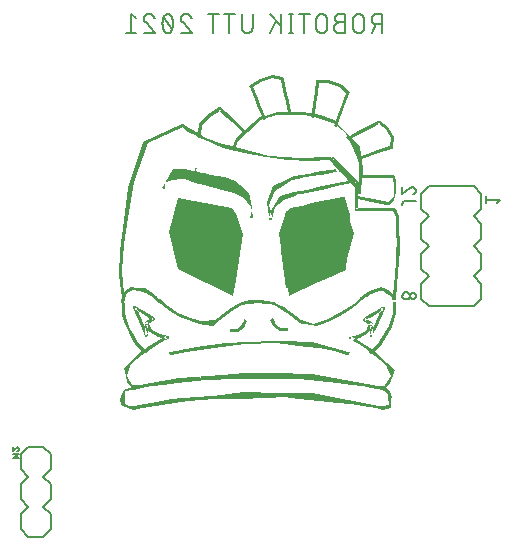
<source format=gbr>
G04 EAGLE Gerber RS-274X export*
G75*
%MOMM*%
%FSLAX34Y34*%
%LPD*%
%INSilkscreen Bottom*%
%IPPOS*%
%AMOC8*
5,1,8,0,0,1.08239X$1,22.5*%
G01*
%ADD10C,0.152400*%
%ADD11C,0.127000*%
%ADD12C,0.203200*%

G36*
X119152Y120786D02*
X119152Y120786D01*
X122870Y121448D01*
X128518Y122453D01*
X134194Y123305D01*
X139878Y124078D01*
X161874Y127070D01*
X184066Y128704D01*
X206252Y129281D01*
X245206Y130294D01*
X248522Y130078D01*
X288910Y125557D01*
X299503Y124371D01*
X310127Y122995D01*
X320592Y120939D01*
X326772Y119726D01*
X326773Y119727D01*
X326774Y119726D01*
X333312Y121475D01*
X333314Y121477D01*
X333316Y121479D01*
X334032Y128506D01*
X334243Y130579D01*
X334243Y130580D01*
X334243Y130581D01*
X333899Y133057D01*
X333897Y133058D01*
X333898Y133059D01*
X332727Y134773D01*
X330658Y137803D01*
X330656Y137804D01*
X330655Y137805D01*
X329265Y138227D01*
X332387Y142684D01*
X332387Y142685D01*
X334182Y147052D01*
X336690Y153160D01*
X336689Y153162D01*
X336690Y153162D01*
X336689Y153162D01*
X336689Y153163D01*
X336689Y153165D01*
X330354Y159754D01*
X326389Y163533D01*
X320049Y169575D01*
X322370Y171396D01*
X322371Y171397D01*
X325615Y175795D01*
X328373Y180017D01*
X334787Y189833D01*
X334787Y189834D01*
X334788Y189835D01*
X338063Y201434D01*
X338063Y201435D01*
X338063Y201436D01*
X337724Y210914D01*
X337808Y210919D01*
X337813Y210924D01*
X337812Y210924D01*
X337813Y210925D01*
X337695Y212481D01*
X337678Y212706D01*
X337661Y212931D01*
X337644Y213142D01*
X337644Y213154D01*
X337643Y213154D01*
X337643Y213155D01*
X337603Y213693D01*
X337695Y214412D01*
X339024Y224774D01*
X339023Y224774D01*
X339024Y224774D01*
X339905Y235212D01*
X340489Y245639D01*
X340960Y254036D01*
X341187Y262468D01*
X340787Y270873D01*
X340489Y277130D01*
X340000Y283791D01*
X339999Y283792D01*
X337514Y289618D01*
X337337Y290031D01*
X337335Y290032D01*
X337335Y290034D01*
X336790Y290276D01*
X336788Y290275D01*
X336788Y290276D01*
X305727Y290276D01*
X305727Y297872D01*
X313508Y296370D01*
X321896Y294752D01*
X330284Y293132D01*
X331978Y292805D01*
X331980Y292806D01*
X331981Y292806D01*
X332608Y293153D01*
X332608Y293155D01*
X332609Y293155D01*
X333814Y294609D01*
X335924Y297156D01*
X335924Y297157D01*
X335925Y297158D01*
X336950Y300445D01*
X336949Y300445D01*
X336950Y300445D01*
X337502Y303652D01*
X338273Y308129D01*
X338273Y308130D01*
X338141Y312929D01*
X338140Y312929D01*
X338141Y312929D01*
X337308Y317396D01*
X337199Y317976D01*
X337197Y317977D01*
X337197Y317979D01*
X336581Y318359D01*
X336580Y318359D01*
X336579Y318359D01*
X336579Y318360D01*
X336339Y318364D01*
X336338Y318364D01*
X336092Y318369D01*
X336091Y318369D01*
X336027Y318371D01*
X335845Y318374D01*
X335843Y318374D01*
X335597Y318379D01*
X335596Y318379D01*
X335350Y318384D01*
X335348Y318384D01*
X335102Y318389D01*
X335100Y318389D01*
X334854Y318394D01*
X334853Y318394D01*
X334607Y318399D01*
X334605Y318399D01*
X334359Y318404D01*
X334357Y318404D01*
X334111Y318409D01*
X334110Y318409D01*
X333864Y318414D01*
X333862Y318414D01*
X333616Y318419D01*
X333614Y318419D01*
X333368Y318424D01*
X333367Y318424D01*
X333121Y318429D01*
X333120Y318429D01*
X333119Y318429D01*
X332873Y318434D01*
X332871Y318434D01*
X332625Y318439D01*
X332624Y318439D01*
X332377Y318444D01*
X332376Y318444D01*
X332130Y318449D01*
X332128Y318449D01*
X331882Y318454D01*
X331881Y318454D01*
X331634Y318459D01*
X331633Y318459D01*
X331387Y318464D01*
X331385Y318464D01*
X331139Y318469D01*
X331138Y318469D01*
X330891Y318474D01*
X330890Y318474D01*
X330644Y318479D01*
X330642Y318479D01*
X330396Y318484D01*
X330395Y318484D01*
X330148Y318489D01*
X330147Y318489D01*
X329901Y318494D01*
X329899Y318494D01*
X329653Y318499D01*
X329652Y318499D01*
X329405Y318504D01*
X329404Y318504D01*
X329158Y318508D01*
X329158Y318509D01*
X329156Y318509D01*
X328910Y318513D01*
X328909Y318513D01*
X328662Y318518D01*
X328661Y318518D01*
X328415Y318523D01*
X328413Y318523D01*
X328167Y318528D01*
X328165Y318528D01*
X327919Y318533D01*
X327918Y318533D01*
X327672Y318538D01*
X327670Y318538D01*
X327424Y318543D01*
X327422Y318543D01*
X327176Y318548D01*
X327175Y318548D01*
X327005Y318552D01*
X326929Y318553D01*
X326927Y318553D01*
X326681Y318558D01*
X326679Y318558D01*
X326433Y318563D01*
X326432Y318563D01*
X326185Y318568D01*
X326184Y318568D01*
X325938Y318573D01*
X325936Y318573D01*
X325690Y318578D01*
X325688Y318578D01*
X325442Y318583D01*
X325441Y318583D01*
X325194Y318588D01*
X325193Y318588D01*
X324947Y318593D01*
X324945Y318593D01*
X324699Y318598D01*
X324697Y318598D01*
X324451Y318603D01*
X324450Y318603D01*
X324204Y318608D01*
X324203Y318608D01*
X324202Y318608D01*
X323956Y318613D01*
X323954Y318613D01*
X323708Y318618D01*
X323707Y318618D01*
X323460Y318623D01*
X323459Y318623D01*
X323213Y318628D01*
X323211Y318628D01*
X322965Y318633D01*
X322963Y318633D01*
X322717Y318638D01*
X322716Y318638D01*
X322469Y318643D01*
X322468Y318643D01*
X322222Y318648D01*
X322220Y318648D01*
X321974Y318653D01*
X321972Y318653D01*
X321726Y318658D01*
X321725Y318658D01*
X321478Y318663D01*
X321477Y318663D01*
X321231Y318667D01*
X321231Y318668D01*
X321229Y318668D01*
X320983Y318672D01*
X320981Y318672D01*
X320735Y318677D01*
X320734Y318677D01*
X320487Y318682D01*
X320486Y318682D01*
X320240Y318687D01*
X320238Y318687D01*
X319992Y318692D01*
X319991Y318692D01*
X319744Y318697D01*
X319743Y318697D01*
X319497Y318702D01*
X319495Y318702D01*
X319249Y318707D01*
X319247Y318707D01*
X319001Y318712D01*
X319000Y318712D01*
X318753Y318717D01*
X318752Y318717D01*
X318506Y318722D01*
X318504Y318722D01*
X318258Y318727D01*
X318256Y318727D01*
X318010Y318732D01*
X318009Y318732D01*
X317982Y318733D01*
X317762Y318737D01*
X317761Y318737D01*
X317515Y318742D01*
X317513Y318742D01*
X317267Y318747D01*
X317266Y318747D01*
X317019Y318752D01*
X317018Y318752D01*
X316772Y318757D01*
X316770Y318757D01*
X316524Y318762D01*
X316522Y318762D01*
X316276Y318767D01*
X316275Y318767D01*
X316028Y318772D01*
X316027Y318772D01*
X315781Y318777D01*
X315779Y318777D01*
X315533Y318782D01*
X315532Y318782D01*
X315285Y318787D01*
X315284Y318787D01*
X315038Y318792D01*
X315036Y318792D01*
X314790Y318797D01*
X314788Y318797D01*
X314542Y318802D01*
X314541Y318802D01*
X314295Y318807D01*
X314293Y318807D01*
X314047Y318812D01*
X314045Y318812D01*
X313799Y318817D01*
X313798Y318817D01*
X313551Y318822D01*
X313550Y318822D01*
X313304Y318826D01*
X313304Y318827D01*
X313302Y318827D01*
X313056Y318831D01*
X313055Y318831D01*
X312808Y318836D01*
X312807Y318836D01*
X312561Y318841D01*
X312559Y318841D01*
X312313Y318846D01*
X312311Y318846D01*
X312065Y318851D01*
X312064Y318851D01*
X311818Y318856D01*
X311817Y318856D01*
X311816Y318856D01*
X311570Y318861D01*
X311568Y318861D01*
X311322Y318866D01*
X311321Y318866D01*
X311074Y318871D01*
X311073Y318871D01*
X310827Y318876D01*
X310825Y318876D01*
X310579Y318881D01*
X310577Y318881D01*
X310331Y318886D01*
X310330Y318886D01*
X310084Y318891D01*
X310082Y318891D01*
X309836Y318896D01*
X309834Y318896D01*
X309588Y318901D01*
X309587Y318901D01*
X309563Y318902D01*
X309871Y322688D01*
X309871Y322689D01*
X308733Y331842D01*
X316215Y334503D01*
X325259Y337720D01*
X334302Y340935D01*
X334915Y341153D01*
X334916Y341155D01*
X334917Y341155D01*
X335200Y341583D01*
X335200Y341584D01*
X335201Y341585D01*
X335277Y342215D01*
X336322Y350946D01*
X336320Y350948D01*
X336321Y350949D01*
X331200Y359501D01*
X331198Y359501D01*
X331198Y359502D01*
X324209Y364472D01*
X323820Y364750D01*
X323817Y364749D01*
X323816Y364751D01*
X323266Y364679D01*
X323265Y364678D01*
X323265Y364679D01*
X322869Y364473D01*
X314353Y360045D01*
X305836Y355618D01*
X298553Y351831D01*
X293943Y356571D01*
X288926Y361729D01*
X291702Y369533D01*
X294833Y378336D01*
X297963Y387137D01*
X298698Y389203D01*
X298697Y389206D01*
X298696Y389208D01*
X296712Y390704D01*
X295270Y392028D01*
X292511Y394564D01*
X292510Y394564D01*
X292510Y394565D01*
X289004Y396173D01*
X289003Y396173D01*
X285463Y397284D01*
X281138Y398640D01*
X281137Y398640D01*
X276269Y399263D01*
X276268Y399262D01*
X276268Y399263D01*
X276223Y399260D01*
X276140Y399255D01*
X276057Y399250D01*
X275975Y399245D01*
X275974Y399245D01*
X275892Y399240D01*
X275809Y399235D01*
X275726Y399230D01*
X275644Y399225D01*
X275643Y399225D01*
X275561Y399220D01*
X275478Y399215D01*
X275395Y399210D01*
X275313Y399205D01*
X275230Y399201D01*
X275147Y399196D01*
X275064Y399191D01*
X274982Y399186D01*
X274899Y399181D01*
X274816Y399176D01*
X274734Y399171D01*
X274733Y399171D01*
X274651Y399166D01*
X274568Y399161D01*
X274485Y399156D01*
X274403Y399151D01*
X274402Y399151D01*
X274320Y399146D01*
X274237Y399141D01*
X274154Y399136D01*
X274072Y399131D01*
X274071Y399131D01*
X273989Y399126D01*
X273906Y399121D01*
X273823Y399116D01*
X273741Y399111D01*
X273740Y399111D01*
X273658Y399106D01*
X273575Y399101D01*
X273492Y399096D01*
X273410Y399091D01*
X273327Y399086D01*
X273244Y399081D01*
X273162Y399076D01*
X273161Y399076D01*
X273079Y399071D01*
X272996Y399066D01*
X272913Y399061D01*
X272831Y399056D01*
X272830Y399056D01*
X272748Y399051D01*
X272665Y399046D01*
X272582Y399042D01*
X272500Y399037D01*
X272499Y399037D01*
X272417Y399032D01*
X272334Y399027D01*
X272251Y399022D01*
X272169Y399017D01*
X272168Y399017D01*
X272086Y399012D01*
X272003Y399007D01*
X271920Y399002D01*
X271838Y398997D01*
X271837Y398997D01*
X271755Y398992D01*
X271729Y398990D01*
X271672Y398987D01*
X271590Y398982D01*
X271507Y398977D01*
X271425Y398972D01*
X271424Y398972D01*
X271342Y398967D01*
X271259Y398962D01*
X271193Y398958D01*
X271192Y398957D01*
X271191Y398957D01*
X270541Y398615D01*
X270540Y398612D01*
X270538Y398611D01*
X270449Y398015D01*
X269027Y388523D01*
X267605Y379031D01*
X266364Y370753D01*
X263007Y371218D01*
X259569Y371695D01*
X259568Y371695D01*
X256003Y372031D01*
X256002Y372031D01*
X255951Y372028D01*
X255881Y372023D01*
X255810Y372018D01*
X255740Y372013D01*
X255670Y372008D01*
X255600Y372003D01*
X255530Y371998D01*
X255529Y371998D01*
X255459Y371993D01*
X255389Y371988D01*
X255319Y371983D01*
X255249Y371978D01*
X255178Y371973D01*
X255108Y371968D01*
X255038Y371963D01*
X254968Y371958D01*
X254898Y371953D01*
X254827Y371948D01*
X254757Y371943D01*
X254687Y371938D01*
X254617Y371933D01*
X254547Y371928D01*
X254546Y371928D01*
X254476Y371923D01*
X254406Y371918D01*
X254336Y371913D01*
X254266Y371908D01*
X254196Y371904D01*
X254195Y371904D01*
X254125Y371899D01*
X254055Y371894D01*
X253985Y371889D01*
X253915Y371884D01*
X253844Y371879D01*
X253774Y371874D01*
X253704Y371869D01*
X253634Y371864D01*
X253564Y371859D01*
X253513Y371855D01*
X253513Y371895D01*
X253509Y371900D01*
X253508Y371900D01*
X253135Y371898D01*
X253129Y371898D01*
X252192Y371893D01*
X252187Y371893D01*
X252186Y371893D01*
X251801Y371891D01*
X251253Y371888D01*
X251248Y371888D01*
X250317Y371883D01*
X250311Y371883D01*
X249380Y371878D01*
X249374Y371878D01*
X248709Y371875D01*
X246905Y381295D01*
X245099Y390721D01*
X243294Y400148D01*
X243213Y400571D01*
X243211Y400572D01*
X243211Y400574D01*
X242785Y400987D01*
X242783Y400987D01*
X242782Y400988D01*
X242366Y401076D01*
X233067Y403055D01*
X233065Y403054D01*
X233064Y403055D01*
X222677Y399589D01*
X222677Y399588D01*
X222676Y399588D01*
X214643Y394895D01*
X214177Y394623D01*
X214177Y394621D01*
X214175Y394621D01*
X213811Y393939D01*
X213812Y393936D01*
X213811Y393935D01*
X214033Y393395D01*
X217683Y384518D01*
X221334Y375641D01*
X224416Y368142D01*
X222799Y367676D01*
X222798Y367674D01*
X222797Y367675D01*
X211509Y358087D01*
X209963Y356773D01*
X203956Y362430D01*
X196968Y369010D01*
X189980Y375589D01*
X189565Y375980D01*
X189563Y375980D01*
X189562Y375982D01*
X188877Y376131D01*
X188876Y376131D01*
X188875Y376131D01*
X188874Y376130D01*
X188873Y376131D01*
X188371Y375797D01*
X180533Y370584D01*
X180532Y370584D01*
X171301Y362330D01*
X171301Y362329D01*
X171300Y362328D01*
X171300Y362327D01*
X170123Y354012D01*
X164635Y357234D01*
X162991Y358200D01*
X161374Y359216D01*
X159804Y360298D01*
X159391Y360583D01*
X158983Y360874D01*
X158580Y361172D01*
X158418Y361293D01*
X158405Y361303D01*
X157892Y361712D01*
X157890Y361712D01*
X157889Y361713D01*
X157402Y361778D01*
X157400Y361777D01*
X157399Y361778D01*
X156797Y361510D01*
X123290Y346610D01*
X123289Y346607D01*
X123287Y346607D01*
X111349Y307382D01*
X111350Y307382D01*
X111349Y307381D01*
X106972Y273916D01*
X104418Y254390D01*
X104418Y254389D01*
X103719Y234044D01*
X105777Y214413D01*
X105822Y213978D01*
X104894Y212002D01*
X104895Y212001D01*
X104894Y212000D01*
X104894Y211999D01*
X105488Y208573D01*
X105750Y205550D01*
X106248Y199807D01*
X106248Y199806D01*
X107735Y194139D01*
X110010Y188849D01*
X113243Y181332D01*
X113244Y181332D01*
X113244Y181331D01*
X118093Y173671D01*
X118094Y173671D01*
X118094Y173670D01*
X123028Y169511D01*
X117845Y164844D01*
X113309Y160762D01*
X107768Y155009D01*
X107768Y155006D01*
X107767Y155004D01*
X108930Y148365D01*
X109759Y143642D01*
X109760Y143641D01*
X109760Y143639D01*
X113993Y138952D01*
X111676Y138378D01*
X107343Y136624D01*
X107342Y136622D01*
X107340Y136621D01*
X106095Y133037D01*
X104424Y128221D01*
X104424Y128220D01*
X104424Y128219D01*
X104424Y128218D01*
X106306Y122529D01*
X106309Y122527D01*
X106310Y122525D01*
X111354Y120830D01*
X115045Y119589D01*
X115047Y119590D01*
X115048Y119589D01*
X119152Y120786D01*
G37*
%LPC*%
G36*
X257412Y195955D02*
X257412Y195955D01*
X257319Y195984D01*
X257214Y196072D01*
X256838Y196391D01*
X256459Y196705D01*
X256079Y197018D01*
X254614Y198225D01*
X254614Y198226D01*
X253119Y199397D01*
X251613Y200552D01*
X247637Y203600D01*
X243490Y206514D01*
X243490Y206513D01*
X243490Y206514D01*
X239014Y208784D01*
X234293Y211178D01*
X234292Y211178D01*
X234291Y211178D01*
X228793Y212067D01*
X228792Y212067D01*
X228762Y212069D01*
X228690Y212074D01*
X228619Y212079D01*
X228547Y212084D01*
X228475Y212089D01*
X228403Y212094D01*
X228331Y212099D01*
X228259Y212104D01*
X228188Y212109D01*
X228187Y212109D01*
X228116Y212114D01*
X228044Y212119D01*
X227972Y212124D01*
X227900Y212129D01*
X227828Y212134D01*
X227756Y212139D01*
X227685Y212144D01*
X227684Y212144D01*
X227613Y212149D01*
X227541Y212154D01*
X227469Y212158D01*
X227397Y212163D01*
X227325Y212168D01*
X227253Y212173D01*
X227182Y212178D01*
X227110Y212183D01*
X227038Y212188D01*
X226966Y212193D01*
X226894Y212198D01*
X226822Y212203D01*
X226751Y212208D01*
X226750Y212208D01*
X226679Y212213D01*
X226607Y212218D01*
X226535Y212223D01*
X226463Y212228D01*
X226391Y212233D01*
X226319Y212238D01*
X226248Y212243D01*
X226247Y212243D01*
X226176Y212248D01*
X226104Y212253D01*
X226032Y212258D01*
X225960Y212263D01*
X225888Y212268D01*
X225816Y212273D01*
X225745Y212278D01*
X225673Y212283D01*
X225601Y212288D01*
X225529Y212293D01*
X225457Y212298D01*
X225385Y212303D01*
X225314Y212308D01*
X225313Y212308D01*
X225242Y212313D01*
X225170Y212317D01*
X225098Y212322D01*
X225026Y212327D01*
X224954Y212332D01*
X224882Y212337D01*
X224811Y212342D01*
X224810Y212342D01*
X224739Y212347D01*
X224667Y212352D01*
X224595Y212357D01*
X224523Y212362D01*
X224451Y212367D01*
X224379Y212372D01*
X224308Y212377D01*
X224236Y212382D01*
X224164Y212387D01*
X224092Y212392D01*
X224020Y212397D01*
X223948Y212402D01*
X223877Y212407D01*
X223876Y212407D01*
X223805Y212412D01*
X223733Y212417D01*
X223661Y212422D01*
X223589Y212427D01*
X223566Y212428D01*
X223517Y212432D01*
X223446Y212437D01*
X223374Y212442D01*
X223302Y212447D01*
X223230Y212452D01*
X223159Y212457D01*
X223087Y212462D01*
X223015Y212467D01*
X222943Y212472D01*
X222872Y212476D01*
X222800Y212481D01*
X222728Y212486D01*
X222657Y212491D01*
X222656Y212491D01*
X222585Y212496D01*
X222513Y212501D01*
X222441Y212506D01*
X222370Y212511D01*
X222369Y212511D01*
X222298Y212516D01*
X222226Y212521D01*
X222154Y212526D01*
X222083Y212531D01*
X222011Y212536D01*
X221939Y212541D01*
X221867Y212546D01*
X221796Y212551D01*
X221724Y212556D01*
X221652Y212561D01*
X221581Y212566D01*
X221580Y212566D01*
X221509Y212571D01*
X221437Y212576D01*
X221365Y212581D01*
X221294Y212586D01*
X221293Y212586D01*
X221222Y212591D01*
X221150Y212596D01*
X221078Y212601D01*
X221007Y212606D01*
X220935Y212611D01*
X220863Y212616D01*
X220791Y212621D01*
X220720Y212626D01*
X220648Y212631D01*
X220576Y212635D01*
X220504Y212640D01*
X220433Y212645D01*
X220361Y212650D01*
X220289Y212655D01*
X220218Y212660D01*
X220217Y212660D01*
X220146Y212665D01*
X220074Y212670D01*
X220002Y212675D01*
X219931Y212680D01*
X219930Y212680D01*
X219859Y212685D01*
X219787Y212690D01*
X219715Y212695D01*
X219644Y212700D01*
X219572Y212705D01*
X219502Y212710D01*
X219500Y212710D01*
X219499Y212710D01*
X219391Y212715D01*
X219390Y212715D01*
X219282Y212720D01*
X219174Y212725D01*
X219173Y212725D01*
X219065Y212730D01*
X218957Y212735D01*
X218956Y212735D01*
X218848Y212740D01*
X218847Y212740D01*
X218739Y212745D01*
X218631Y212750D01*
X218630Y212750D01*
X218522Y212755D01*
X218413Y212760D01*
X218305Y212765D01*
X218304Y212765D01*
X218196Y212770D01*
X218088Y212775D01*
X218087Y212775D01*
X217979Y212780D01*
X217870Y212785D01*
X217762Y212789D01*
X217762Y212790D01*
X217761Y212790D01*
X217653Y212794D01*
X217545Y212799D01*
X217544Y212799D01*
X217436Y212804D01*
X217327Y212809D01*
X217219Y212814D01*
X217218Y212814D01*
X217110Y212819D01*
X217002Y212824D01*
X217001Y212824D01*
X216893Y212829D01*
X216892Y212829D01*
X216784Y212834D01*
X216676Y212839D01*
X216675Y212839D01*
X216567Y212844D01*
X216459Y212849D01*
X216458Y212849D01*
X216350Y212854D01*
X216349Y212854D01*
X216241Y212859D01*
X216133Y212864D01*
X216132Y212864D01*
X216024Y212869D01*
X215916Y212874D01*
X215915Y212874D01*
X215807Y212879D01*
X215806Y212879D01*
X215698Y212884D01*
X215590Y212889D01*
X215589Y212889D01*
X215481Y212894D01*
X215373Y212899D01*
X215372Y212899D01*
X215264Y212904D01*
X215263Y212904D01*
X215155Y212909D01*
X215047Y212914D01*
X215046Y212914D01*
X214938Y212919D01*
X214829Y212924D01*
X214721Y212929D01*
X214720Y212929D01*
X214612Y212934D01*
X214504Y212939D01*
X214503Y212939D01*
X214395Y212944D01*
X214297Y212948D01*
X214296Y212947D01*
X214295Y212948D01*
X210331Y211660D01*
X206069Y210275D01*
X202403Y208654D01*
X202403Y208653D01*
X202402Y208654D01*
X198593Y206186D01*
X194842Y203757D01*
X194842Y203756D01*
X191277Y201029D01*
X191277Y201028D01*
X191277Y201029D01*
X187810Y198213D01*
X187144Y197673D01*
X186483Y197126D01*
X185831Y196568D01*
X185256Y196075D01*
X183555Y195925D01*
X183554Y195925D01*
X182737Y195756D01*
X181156Y195427D01*
X181105Y195424D01*
X181034Y195419D01*
X181033Y195419D01*
X180962Y195414D01*
X180891Y195409D01*
X180890Y195409D01*
X180819Y195404D01*
X180748Y195399D01*
X180676Y195394D01*
X180605Y195389D01*
X180533Y195384D01*
X180462Y195379D01*
X180390Y195374D01*
X180319Y195369D01*
X180247Y195364D01*
X180176Y195359D01*
X180104Y195354D01*
X180033Y195349D01*
X179961Y195344D01*
X179890Y195339D01*
X179818Y195334D01*
X179747Y195329D01*
X179675Y195324D01*
X179604Y195319D01*
X179543Y195315D01*
X179516Y195314D01*
X179515Y195314D01*
X179329Y195309D01*
X179328Y195309D01*
X179143Y195304D01*
X179142Y195304D01*
X178956Y195300D01*
X178955Y195300D01*
X178955Y195299D01*
X178769Y195295D01*
X178768Y195295D01*
X178583Y195290D01*
X178582Y195290D01*
X178396Y195285D01*
X178395Y195285D01*
X178209Y195280D01*
X178208Y195280D01*
X178023Y195275D01*
X178022Y195275D01*
X177932Y195272D01*
X177836Y195270D01*
X177835Y195270D01*
X177648Y195265D01*
X177647Y195265D01*
X177461Y195260D01*
X177460Y195260D01*
X177274Y195255D01*
X177273Y195255D01*
X177087Y195250D01*
X177086Y195250D01*
X176900Y195245D01*
X176899Y195245D01*
X176713Y195240D01*
X176712Y195240D01*
X176525Y195235D01*
X176524Y195235D01*
X176338Y195230D01*
X176337Y195230D01*
X176151Y195225D01*
X176150Y195225D01*
X175964Y195220D01*
X175963Y195220D01*
X175777Y195215D01*
X175776Y195215D01*
X175590Y195210D01*
X175588Y195210D01*
X175402Y195205D01*
X175401Y195205D01*
X175215Y195200D01*
X175214Y195200D01*
X175028Y195195D01*
X175027Y195195D01*
X174841Y195190D01*
X174840Y195190D01*
X174654Y195185D01*
X174653Y195185D01*
X174466Y195180D01*
X174465Y195180D01*
X174279Y195175D01*
X174278Y195175D01*
X174092Y195170D01*
X174091Y195170D01*
X173905Y195165D01*
X173904Y195165D01*
X173718Y195160D01*
X173717Y195160D01*
X173531Y195155D01*
X173530Y195155D01*
X173343Y195150D01*
X173342Y195150D01*
X173156Y195145D01*
X173155Y195145D01*
X172969Y195141D01*
X172968Y195141D01*
X172968Y195140D01*
X172782Y195136D01*
X172781Y195136D01*
X172595Y195131D01*
X172594Y195131D01*
X172408Y195126D01*
X172407Y195126D01*
X172406Y195126D01*
X172352Y195124D01*
X166830Y196625D01*
X161672Y198634D01*
X153125Y201965D01*
X145215Y207247D01*
X138200Y213110D01*
X137478Y213714D01*
X136767Y214331D01*
X136069Y214961D01*
X135934Y215082D01*
X135915Y215100D01*
X135796Y215531D01*
X135794Y215533D01*
X135793Y215535D01*
X135106Y215875D01*
X134587Y216269D01*
X130133Y219658D01*
X125146Y222671D01*
X125144Y222671D01*
X119453Y223168D01*
X113636Y223675D01*
X113635Y223674D01*
X113633Y223674D01*
X108622Y219937D01*
X108621Y219936D01*
X108620Y219935D01*
X107993Y218601D01*
X106080Y236852D01*
X107156Y260257D01*
X110910Y282449D01*
X115990Y312482D01*
X128316Y345955D01*
X157272Y358832D01*
X161772Y355246D01*
X161773Y355246D01*
X161773Y355245D01*
X168026Y352141D01*
X169745Y351343D01*
X169678Y350869D01*
X169682Y350864D01*
X169682Y350863D01*
X172231Y350144D01*
X172237Y350147D01*
X172236Y350148D01*
X172237Y350148D01*
X172242Y350184D01*
X174068Y349337D01*
X191036Y341463D01*
X191036Y341462D01*
X209372Y336723D01*
X209373Y336723D01*
X227825Y333957D01*
X246437Y331167D01*
X246438Y331167D01*
X265322Y330531D01*
X265323Y330531D01*
X281614Y331265D01*
X281998Y330845D01*
X288300Y323964D01*
X288218Y323960D01*
X288217Y323960D01*
X288106Y323955D01*
X287995Y323950D01*
X287994Y323950D01*
X287883Y323946D01*
X287882Y323946D01*
X287882Y323945D01*
X287771Y323941D01*
X287660Y323936D01*
X287659Y323936D01*
X287548Y323931D01*
X287547Y323931D01*
X287436Y323926D01*
X287325Y323921D01*
X287324Y323921D01*
X287213Y323916D01*
X287101Y323911D01*
X286990Y323906D01*
X286989Y323906D01*
X286878Y323901D01*
X286766Y323896D01*
X286717Y323894D01*
X286716Y323893D01*
X286715Y323893D01*
X283674Y323037D01*
X280803Y322551D01*
X275207Y321602D01*
X269611Y320650D01*
X264015Y319698D01*
X257843Y318648D01*
X251852Y317560D01*
X251851Y317560D01*
X246181Y314796D01*
X234079Y308895D01*
X234079Y308894D01*
X234077Y308893D01*
X228232Y295873D01*
X228233Y295871D01*
X228232Y295870D01*
X230029Y282831D01*
X230086Y282412D01*
X230147Y281991D01*
X230236Y281577D01*
X230512Y280289D01*
X230517Y280286D01*
X230517Y280285D01*
X230518Y280285D01*
X232487Y280329D01*
X232491Y280332D01*
X232492Y280333D01*
X232797Y281577D01*
X235166Y291258D01*
X242914Y297583D01*
X251966Y300890D01*
X255130Y302046D01*
X258412Y302651D01*
X261692Y303348D01*
X275008Y306178D01*
X288323Y309008D01*
X299772Y311441D01*
X303072Y307839D01*
X303072Y288227D01*
X303073Y288225D01*
X303073Y288224D01*
X303675Y287622D01*
X303677Y287622D01*
X303678Y287621D01*
X303678Y287620D01*
X335501Y287620D01*
X337654Y282574D01*
X337917Y275846D01*
X338183Y269743D01*
X338543Y261514D01*
X338261Y253257D01*
X337800Y245039D01*
X337227Y234813D01*
X336342Y224575D01*
X335466Y217741D01*
X333178Y220187D01*
X333177Y220187D01*
X333176Y220188D01*
X329294Y221752D01*
X325469Y223293D01*
X325467Y223292D01*
X325466Y223293D01*
X321093Y222389D01*
X321092Y222388D01*
X317427Y220870D01*
X314578Y219689D01*
X314578Y219688D01*
X314577Y219688D01*
X311984Y218012D01*
X309506Y216194D01*
X308744Y215634D01*
X307295Y214942D01*
X307294Y214939D01*
X307292Y214937D01*
X307292Y214373D01*
X301972Y209520D01*
X295891Y205294D01*
X289531Y201767D01*
X279917Y196434D01*
X268321Y192548D01*
X257412Y195955D01*
G37*
%LPD*%
%LPC*%
G36*
X266977Y150175D02*
X266977Y150175D01*
X266976Y150175D01*
X266897Y150176D01*
X266896Y150176D01*
X266605Y150181D01*
X266603Y150181D01*
X266313Y150186D01*
X266311Y150186D01*
X266021Y150191D01*
X266019Y150191D01*
X265729Y150196D01*
X265727Y150196D01*
X265437Y150201D01*
X265435Y150201D01*
X265144Y150206D01*
X265143Y150206D01*
X264852Y150211D01*
X264850Y150211D01*
X264560Y150216D01*
X264558Y150216D01*
X264268Y150221D01*
X264266Y150221D01*
X263976Y150226D01*
X263974Y150226D01*
X263684Y150231D01*
X263682Y150231D01*
X263391Y150236D01*
X263390Y150236D01*
X263099Y150241D01*
X263098Y150241D01*
X262807Y150246D01*
X262805Y150246D01*
X262515Y150251D01*
X262513Y150251D01*
X262223Y150256D01*
X262221Y150256D01*
X261931Y150261D01*
X261929Y150261D01*
X261639Y150266D01*
X261637Y150266D01*
X261346Y150271D01*
X261345Y150271D01*
X261054Y150276D01*
X261052Y150276D01*
X260762Y150281D01*
X260760Y150281D01*
X260470Y150286D01*
X260468Y150286D01*
X260178Y150291D01*
X260176Y150291D01*
X259886Y150296D01*
X259884Y150296D01*
X259594Y150301D01*
X259593Y150301D01*
X259592Y150301D01*
X259301Y150306D01*
X259300Y150306D01*
X259009Y150311D01*
X259007Y150311D01*
X258717Y150316D01*
X258715Y150316D01*
X258425Y150321D01*
X258423Y150321D01*
X258133Y150326D01*
X258131Y150326D01*
X257841Y150330D01*
X257841Y150331D01*
X257839Y150331D01*
X257548Y150335D01*
X257547Y150335D01*
X257256Y150340D01*
X257255Y150340D01*
X256964Y150345D01*
X256962Y150345D01*
X256672Y150350D01*
X256670Y150350D01*
X256380Y150355D01*
X256378Y150355D01*
X256088Y150360D01*
X256086Y150360D01*
X255796Y150365D01*
X255794Y150365D01*
X255503Y150370D01*
X255502Y150370D01*
X255211Y150375D01*
X255209Y150375D01*
X254919Y150380D01*
X254917Y150380D01*
X254627Y150385D01*
X254625Y150385D01*
X254335Y150390D01*
X254333Y150390D01*
X254043Y150395D01*
X254041Y150395D01*
X253751Y150400D01*
X253750Y150400D01*
X253749Y150400D01*
X253458Y150405D01*
X253457Y150405D01*
X253166Y150410D01*
X253164Y150410D01*
X252874Y150415D01*
X252872Y150415D01*
X252582Y150420D01*
X252580Y150420D01*
X252290Y150425D01*
X252288Y150425D01*
X251998Y150430D01*
X251996Y150430D01*
X251705Y150435D01*
X251704Y150435D01*
X251413Y150440D01*
X251412Y150440D01*
X251121Y150445D01*
X251119Y150445D01*
X250829Y150450D01*
X250827Y150450D01*
X250537Y150455D01*
X250535Y150455D01*
X250245Y150460D01*
X250243Y150460D01*
X249953Y150465D01*
X249951Y150465D01*
X249660Y150470D01*
X249659Y150470D01*
X249368Y150475D01*
X249366Y150475D01*
X249076Y150480D01*
X249074Y150480D01*
X248784Y150485D01*
X248782Y150485D01*
X248492Y150489D01*
X248492Y150490D01*
X248490Y150490D01*
X248200Y150494D01*
X248198Y150494D01*
X247907Y150499D01*
X247906Y150499D01*
X247615Y150504D01*
X247614Y150504D01*
X247323Y150509D01*
X247321Y150509D01*
X247031Y150514D01*
X247029Y150514D01*
X246739Y150519D01*
X246737Y150519D01*
X246447Y150524D01*
X246445Y150524D01*
X246155Y150529D01*
X246153Y150529D01*
X245862Y150534D01*
X245861Y150534D01*
X245570Y150539D01*
X245568Y150539D01*
X245278Y150544D01*
X245276Y150544D01*
X244986Y150549D01*
X244984Y150549D01*
X244694Y150554D01*
X244692Y150554D01*
X244402Y150559D01*
X244400Y150559D01*
X244110Y150564D01*
X244109Y150564D01*
X244108Y150564D01*
X243817Y150569D01*
X243816Y150569D01*
X243525Y150574D01*
X243523Y150574D01*
X243233Y150579D01*
X243231Y150579D01*
X242941Y150584D01*
X242939Y150584D01*
X242649Y150589D01*
X242647Y150589D01*
X242357Y150594D01*
X242355Y150594D01*
X242064Y150599D01*
X242063Y150599D01*
X241772Y150604D01*
X241771Y150604D01*
X241480Y150609D01*
X241478Y150609D01*
X241188Y150614D01*
X241186Y150614D01*
X240896Y150619D01*
X240894Y150619D01*
X240604Y150624D01*
X240602Y150624D01*
X240312Y150629D01*
X240310Y150629D01*
X240019Y150634D01*
X240018Y150634D01*
X239727Y150639D01*
X239725Y150639D01*
X239435Y150644D01*
X239433Y150644D01*
X239143Y150648D01*
X239143Y150649D01*
X239141Y150649D01*
X238851Y150653D01*
X238849Y150653D01*
X238559Y150658D01*
X238557Y150658D01*
X238267Y150663D01*
X238266Y150663D01*
X238265Y150663D01*
X237974Y150668D01*
X237973Y150668D01*
X237682Y150673D01*
X237680Y150673D01*
X237390Y150678D01*
X237388Y150678D01*
X237098Y150683D01*
X237096Y150683D01*
X236806Y150688D01*
X236804Y150688D01*
X236514Y150693D01*
X236512Y150693D01*
X236221Y150698D01*
X236220Y150698D01*
X235929Y150703D01*
X235928Y150703D01*
X235637Y150708D01*
X235635Y150708D01*
X235345Y150713D01*
X235343Y150713D01*
X235053Y150718D01*
X235051Y150718D01*
X234761Y150723D01*
X234759Y150723D01*
X234469Y150728D01*
X234467Y150728D01*
X234176Y150733D01*
X234175Y150733D01*
X233884Y150738D01*
X233882Y150738D01*
X233592Y150743D01*
X233590Y150743D01*
X233300Y150748D01*
X233298Y150748D01*
X233008Y150753D01*
X233006Y150753D01*
X232716Y150758D01*
X232714Y150758D01*
X232423Y150763D01*
X232422Y150763D01*
X232131Y150768D01*
X232130Y150768D01*
X231839Y150773D01*
X231837Y150773D01*
X231547Y150778D01*
X231545Y150778D01*
X231255Y150783D01*
X231253Y150783D01*
X230963Y150788D01*
X230961Y150788D01*
X230671Y150793D01*
X230669Y150793D01*
X230378Y150798D01*
X230377Y150798D01*
X230086Y150803D01*
X230084Y150803D01*
X229794Y150807D01*
X229794Y150808D01*
X229792Y150808D01*
X229502Y150812D01*
X229500Y150812D01*
X229210Y150817D01*
X229208Y150817D01*
X228918Y150822D01*
X228916Y150822D01*
X228626Y150827D01*
X228625Y150827D01*
X228624Y150827D01*
X228333Y150832D01*
X228332Y150832D01*
X228041Y150837D01*
X228039Y150837D01*
X227749Y150842D01*
X227747Y150842D01*
X227457Y150847D01*
X227455Y150847D01*
X227165Y150852D01*
X227163Y150852D01*
X226873Y150857D01*
X226871Y150857D01*
X226580Y150862D01*
X226579Y150862D01*
X226288Y150867D01*
X226287Y150867D01*
X225996Y150872D01*
X225994Y150872D01*
X225704Y150877D01*
X225702Y150877D01*
X225412Y150882D01*
X225410Y150882D01*
X225120Y150887D01*
X225118Y150887D01*
X224828Y150892D01*
X224826Y150892D01*
X224535Y150897D01*
X224534Y150897D01*
X224243Y150902D01*
X224241Y150902D01*
X223951Y150907D01*
X223949Y150907D01*
X223659Y150912D01*
X223657Y150912D01*
X223367Y150917D01*
X223365Y150917D01*
X223075Y150922D01*
X223073Y150922D01*
X222783Y150927D01*
X222782Y150927D01*
X222781Y150927D01*
X222490Y150932D01*
X222489Y150932D01*
X222198Y150937D01*
X222196Y150937D01*
X221906Y150942D01*
X221904Y150942D01*
X221614Y150947D01*
X221612Y150947D01*
X221322Y150952D01*
X221320Y150952D01*
X221030Y150957D01*
X221028Y150957D01*
X220737Y150962D01*
X220736Y150962D01*
X220445Y150966D01*
X220445Y150967D01*
X220444Y150967D01*
X220153Y150971D01*
X220151Y150971D01*
X219861Y150976D01*
X219859Y150976D01*
X219569Y150981D01*
X219567Y150981D01*
X219277Y150986D01*
X219275Y150986D01*
X218985Y150991D01*
X218983Y150991D01*
X218692Y150996D01*
X218691Y150996D01*
X218400Y151001D01*
X218398Y151001D01*
X218108Y151006D01*
X218106Y151006D01*
X217816Y151011D01*
X217814Y151011D01*
X217524Y151016D01*
X217522Y151016D01*
X217232Y151021D01*
X217230Y151021D01*
X216939Y151026D01*
X216938Y151026D01*
X216647Y151031D01*
X216646Y151031D01*
X216355Y151036D01*
X216353Y151036D01*
X216063Y151041D01*
X216061Y151041D01*
X215771Y151046D01*
X215769Y151046D01*
X215479Y151051D01*
X215477Y151051D01*
X215187Y151056D01*
X215185Y151056D01*
X214894Y151061D01*
X214893Y151061D01*
X214602Y151066D01*
X214600Y151066D01*
X214310Y151071D01*
X214308Y151071D01*
X214018Y151076D01*
X214016Y151076D01*
X213726Y151081D01*
X213724Y151081D01*
X213434Y151086D01*
X213432Y151086D01*
X213142Y151091D01*
X213141Y151091D01*
X213140Y151091D01*
X212849Y151096D01*
X212848Y151096D01*
X212557Y151101D01*
X212555Y151101D01*
X212265Y151106D01*
X212263Y151106D01*
X211973Y151111D01*
X211971Y151111D01*
X211681Y151116D01*
X211679Y151116D01*
X211389Y151121D01*
X211387Y151121D01*
X211096Y151125D01*
X211096Y151126D01*
X211095Y151126D01*
X210804Y151130D01*
X210803Y151130D01*
X210512Y151135D01*
X210510Y151135D01*
X210220Y151140D01*
X210218Y151140D01*
X209928Y151145D01*
X209926Y151145D01*
X209636Y151150D01*
X209634Y151150D01*
X209344Y151155D01*
X209342Y151155D01*
X209051Y151160D01*
X209050Y151160D01*
X208796Y151165D01*
X208796Y151164D01*
X208795Y151165D01*
X191587Y149231D01*
X191571Y149230D01*
X191500Y149225D01*
X191430Y149220D01*
X191359Y149215D01*
X191288Y149210D01*
X191217Y149205D01*
X191146Y149200D01*
X191076Y149196D01*
X191005Y149191D01*
X190934Y149186D01*
X190863Y149181D01*
X190793Y149176D01*
X190792Y149176D01*
X190722Y149171D01*
X190651Y149166D01*
X190580Y149161D01*
X190509Y149156D01*
X190439Y149151D01*
X190438Y149151D01*
X190368Y149146D01*
X190297Y149141D01*
X190226Y149136D01*
X190155Y149131D01*
X190085Y149126D01*
X190014Y149121D01*
X189943Y149116D01*
X189872Y149111D01*
X189801Y149106D01*
X189731Y149101D01*
X189660Y149096D01*
X189589Y149091D01*
X189518Y149086D01*
X189447Y149081D01*
X189377Y149076D01*
X189306Y149071D01*
X189235Y149066D01*
X189164Y149061D01*
X189094Y149056D01*
X189093Y149056D01*
X189023Y149051D01*
X188952Y149046D01*
X188881Y149041D01*
X188810Y149037D01*
X188740Y149032D01*
X188739Y149032D01*
X188669Y149027D01*
X188598Y149022D01*
X188527Y149017D01*
X188456Y149012D01*
X188386Y149007D01*
X188315Y149002D01*
X188244Y148997D01*
X188173Y148992D01*
X188102Y148987D01*
X188032Y148982D01*
X187961Y148977D01*
X187890Y148972D01*
X187819Y148967D01*
X187748Y148962D01*
X187678Y148957D01*
X187607Y148952D01*
X187536Y148947D01*
X187465Y148942D01*
X187395Y148937D01*
X187394Y148937D01*
X187324Y148932D01*
X187253Y148927D01*
X187182Y148922D01*
X187111Y148917D01*
X187041Y148912D01*
X187040Y148912D01*
X186970Y148907D01*
X186899Y148902D01*
X186828Y148897D01*
X186757Y148892D01*
X186687Y148887D01*
X186616Y148882D01*
X186545Y148878D01*
X186474Y148873D01*
X186403Y148868D01*
X186333Y148863D01*
X186262Y148858D01*
X186191Y148853D01*
X186120Y148848D01*
X186049Y148843D01*
X185979Y148838D01*
X185908Y148833D01*
X185837Y148828D01*
X185766Y148823D01*
X185696Y148818D01*
X185695Y148818D01*
X185625Y148813D01*
X185554Y148808D01*
X185483Y148803D01*
X185412Y148798D01*
X185342Y148793D01*
X185341Y148793D01*
X185271Y148788D01*
X185200Y148783D01*
X185129Y148778D01*
X185058Y148773D01*
X184988Y148768D01*
X184917Y148763D01*
X184846Y148758D01*
X184775Y148753D01*
X184704Y148748D01*
X184634Y148743D01*
X184563Y148738D01*
X184492Y148733D01*
X184421Y148728D01*
X184350Y148723D01*
X184280Y148719D01*
X184209Y148714D01*
X184138Y148709D01*
X184067Y148704D01*
X183997Y148699D01*
X183996Y148699D01*
X183926Y148694D01*
X183855Y148689D01*
X183784Y148684D01*
X183713Y148679D01*
X183643Y148674D01*
X183642Y148674D01*
X183572Y148669D01*
X183501Y148664D01*
X183430Y148659D01*
X183359Y148654D01*
X183289Y148649D01*
X183218Y148644D01*
X183147Y148639D01*
X183076Y148634D01*
X183005Y148629D01*
X182935Y148624D01*
X182864Y148619D01*
X182793Y148614D01*
X182722Y148609D01*
X182651Y148604D01*
X182581Y148599D01*
X182510Y148594D01*
X182439Y148589D01*
X182368Y148584D01*
X182298Y148579D01*
X182297Y148579D01*
X182227Y148574D01*
X182156Y148569D01*
X182085Y148564D01*
X182014Y148560D01*
X181944Y148555D01*
X181943Y148555D01*
X181873Y148550D01*
X181802Y148545D01*
X181731Y148540D01*
X181660Y148535D01*
X181590Y148530D01*
X181519Y148525D01*
X181448Y148520D01*
X181377Y148515D01*
X181306Y148510D01*
X181236Y148505D01*
X181165Y148500D01*
X181094Y148495D01*
X181023Y148490D01*
X180952Y148485D01*
X180882Y148480D01*
X180811Y148475D01*
X180740Y148470D01*
X180669Y148465D01*
X180599Y148460D01*
X180598Y148460D01*
X180528Y148455D01*
X180457Y148450D01*
X180386Y148445D01*
X180315Y148440D01*
X180245Y148435D01*
X180244Y148435D01*
X180174Y148430D01*
X180103Y148425D01*
X180032Y148420D01*
X179961Y148415D01*
X179891Y148410D01*
X179890Y148410D01*
X179820Y148405D01*
X179749Y148401D01*
X179678Y148396D01*
X179607Y148391D01*
X179537Y148386D01*
X179466Y148381D01*
X179395Y148376D01*
X179324Y148371D01*
X179253Y148366D01*
X179183Y148361D01*
X179112Y148356D01*
X179041Y148351D01*
X178970Y148346D01*
X178899Y148341D01*
X178829Y148336D01*
X178758Y148331D01*
X178687Y148326D01*
X178616Y148321D01*
X178546Y148316D01*
X178545Y148316D01*
X178475Y148311D01*
X178404Y148306D01*
X178333Y148301D01*
X178262Y148296D01*
X178192Y148291D01*
X178191Y148291D01*
X178121Y148286D01*
X178050Y148281D01*
X177979Y148276D01*
X177908Y148271D01*
X177838Y148266D01*
X177767Y148261D01*
X177696Y148256D01*
X177625Y148251D01*
X177554Y148246D01*
X177484Y148242D01*
X177413Y148237D01*
X177342Y148232D01*
X177271Y148227D01*
X177200Y148222D01*
X177130Y148217D01*
X177059Y148212D01*
X176988Y148207D01*
X176917Y148202D01*
X176847Y148197D01*
X176846Y148197D01*
X176776Y148192D01*
X176705Y148187D01*
X176634Y148182D01*
X176563Y148177D01*
X176493Y148172D01*
X176492Y148172D01*
X176422Y148167D01*
X176351Y148162D01*
X176280Y148157D01*
X176209Y148152D01*
X176139Y148147D01*
X176068Y148142D01*
X175997Y148137D01*
X175926Y148132D01*
X175855Y148127D01*
X175785Y148122D01*
X175714Y148117D01*
X175643Y148112D01*
X175572Y148107D01*
X175501Y148102D01*
X175431Y148097D01*
X175360Y148092D01*
X175289Y148087D01*
X175218Y148083D01*
X175148Y148078D01*
X175147Y148078D01*
X175077Y148073D01*
X175006Y148068D01*
X174935Y148063D01*
X174864Y148058D01*
X174794Y148053D01*
X174793Y148053D01*
X174723Y148048D01*
X174652Y148043D01*
X174581Y148038D01*
X174510Y148033D01*
X174440Y148028D01*
X174369Y148023D01*
X174298Y148018D01*
X174227Y148013D01*
X174156Y148008D01*
X174086Y148003D01*
X174015Y147998D01*
X173944Y147993D01*
X173873Y147988D01*
X173802Y147983D01*
X173732Y147978D01*
X173661Y147973D01*
X173590Y147968D01*
X173519Y147963D01*
X173449Y147958D01*
X173448Y147958D01*
X173378Y147953D01*
X173307Y147948D01*
X173236Y147943D01*
X173165Y147938D01*
X173095Y147933D01*
X173094Y147933D01*
X173024Y147928D01*
X172953Y147924D01*
X172882Y147919D01*
X172811Y147914D01*
X172741Y147909D01*
X172670Y147904D01*
X172599Y147899D01*
X172528Y147894D01*
X172457Y147889D01*
X172387Y147884D01*
X172316Y147879D01*
X172245Y147874D01*
X172174Y147869D01*
X172103Y147864D01*
X172033Y147859D01*
X171962Y147854D01*
X171891Y147849D01*
X171820Y147844D01*
X171750Y147839D01*
X171749Y147839D01*
X171679Y147834D01*
X171608Y147829D01*
X171537Y147824D01*
X171466Y147819D01*
X171396Y147814D01*
X171395Y147814D01*
X171325Y147809D01*
X171254Y147804D01*
X171183Y147799D01*
X171112Y147794D01*
X171042Y147789D01*
X170971Y147784D01*
X170900Y147779D01*
X170829Y147774D01*
X170758Y147769D01*
X170688Y147765D01*
X170617Y147760D01*
X170546Y147755D01*
X170475Y147750D01*
X170404Y147745D01*
X170334Y147740D01*
X170263Y147735D01*
X170192Y147730D01*
X170121Y147725D01*
X170051Y147720D01*
X170050Y147720D01*
X169980Y147715D01*
X169909Y147710D01*
X169838Y147705D01*
X169767Y147700D01*
X169697Y147695D01*
X169696Y147695D01*
X169626Y147690D01*
X169555Y147685D01*
X169484Y147680D01*
X169413Y147675D01*
X169343Y147670D01*
X169272Y147665D01*
X169201Y147660D01*
X169130Y147655D01*
X169059Y147650D01*
X168989Y147645D01*
X168918Y147640D01*
X168847Y147635D01*
X168776Y147630D01*
X168705Y147625D01*
X168635Y147620D01*
X168564Y147615D01*
X168493Y147610D01*
X168422Y147606D01*
X168352Y147601D01*
X168351Y147601D01*
X168281Y147596D01*
X168210Y147591D01*
X168139Y147586D01*
X168068Y147581D01*
X167998Y147576D01*
X167997Y147576D01*
X167927Y147571D01*
X167856Y147566D01*
X167785Y147561D01*
X167714Y147556D01*
X167644Y147551D01*
X167573Y147546D01*
X167502Y147541D01*
X167431Y147536D01*
X167360Y147531D01*
X167290Y147526D01*
X167219Y147521D01*
X167148Y147516D01*
X167077Y147511D01*
X167006Y147506D01*
X166936Y147501D01*
X166865Y147496D01*
X166794Y147491D01*
X166723Y147486D01*
X166653Y147481D01*
X166652Y147481D01*
X166582Y147476D01*
X166511Y147471D01*
X166440Y147466D01*
X166369Y147461D01*
X166299Y147456D01*
X166298Y147456D01*
X166228Y147451D01*
X166157Y147447D01*
X166086Y147442D01*
X166015Y147437D01*
X165945Y147432D01*
X165874Y147427D01*
X165803Y147422D01*
X165732Y147417D01*
X165661Y147412D01*
X165591Y147407D01*
X165520Y147402D01*
X165449Y147397D01*
X165378Y147392D01*
X165307Y147387D01*
X165237Y147382D01*
X165166Y147377D01*
X165095Y147372D01*
X165024Y147367D01*
X164954Y147362D01*
X164953Y147362D01*
X164883Y147357D01*
X164812Y147352D01*
X164741Y147347D01*
X164670Y147342D01*
X164600Y147337D01*
X164599Y147337D01*
X164529Y147332D01*
X164458Y147327D01*
X164387Y147322D01*
X164316Y147317D01*
X164246Y147312D01*
X164175Y147307D01*
X164104Y147302D01*
X164033Y147297D01*
X163962Y147292D01*
X163892Y147288D01*
X163821Y147283D01*
X163750Y147278D01*
X163679Y147273D01*
X163608Y147268D01*
X163538Y147263D01*
X163467Y147258D01*
X163396Y147253D01*
X163325Y147248D01*
X163255Y147243D01*
X163254Y147243D01*
X163184Y147238D01*
X163113Y147233D01*
X163042Y147228D01*
X162971Y147223D01*
X162901Y147218D01*
X162900Y147218D01*
X162830Y147213D01*
X162759Y147208D01*
X162688Y147203D01*
X162617Y147198D01*
X162547Y147193D01*
X162476Y147188D01*
X162405Y147183D01*
X162334Y147178D01*
X162263Y147173D01*
X162193Y147168D01*
X162122Y147163D01*
X162051Y147158D01*
X161980Y147153D01*
X161909Y147148D01*
X161839Y147143D01*
X161768Y147138D01*
X161697Y147133D01*
X161626Y147129D01*
X161556Y147124D01*
X161555Y147124D01*
X161485Y147119D01*
X161414Y147114D01*
X161343Y147109D01*
X161272Y147104D01*
X161202Y147099D01*
X161201Y147099D01*
X161131Y147094D01*
X161060Y147089D01*
X160989Y147084D01*
X160918Y147079D01*
X160848Y147074D01*
X160777Y147069D01*
X160706Y147064D01*
X160635Y147059D01*
X160564Y147054D01*
X160494Y147049D01*
X160423Y147044D01*
X160352Y147039D01*
X160281Y147034D01*
X160210Y147029D01*
X160140Y147024D01*
X160069Y147019D01*
X159998Y147014D01*
X159927Y147009D01*
X159857Y147004D01*
X159856Y147004D01*
X159786Y146999D01*
X159715Y146994D01*
X159644Y146989D01*
X159573Y146984D01*
X159503Y146979D01*
X159502Y146979D01*
X159432Y146974D01*
X159361Y146970D01*
X159290Y146965D01*
X159219Y146960D01*
X159149Y146955D01*
X159078Y146950D01*
X159007Y146945D01*
X158936Y146940D01*
X158865Y146935D01*
X158795Y146930D01*
X158724Y146925D01*
X158653Y146920D01*
X158582Y146915D01*
X158511Y146910D01*
X158441Y146905D01*
X158370Y146900D01*
X158299Y146895D01*
X158228Y146890D01*
X158158Y146885D01*
X158157Y146885D01*
X158087Y146880D01*
X158016Y146875D01*
X157945Y146870D01*
X157874Y146865D01*
X157804Y146860D01*
X157803Y146860D01*
X157733Y146855D01*
X157662Y146850D01*
X157591Y146845D01*
X157520Y146840D01*
X157450Y146835D01*
X157379Y146830D01*
X157308Y146825D01*
X157237Y146820D01*
X157166Y146815D01*
X157096Y146811D01*
X157025Y146806D01*
X156954Y146801D01*
X156883Y146796D01*
X156812Y146791D01*
X156742Y146786D01*
X156671Y146781D01*
X156600Y146776D01*
X156529Y146771D01*
X156459Y146766D01*
X156458Y146766D01*
X156388Y146761D01*
X156317Y146756D01*
X156246Y146751D01*
X156175Y146746D01*
X156105Y146741D01*
X156104Y146741D01*
X156034Y146736D01*
X155963Y146731D01*
X155892Y146726D01*
X155821Y146721D01*
X155751Y146716D01*
X155750Y146716D01*
X155680Y146711D01*
X155609Y146706D01*
X155538Y146701D01*
X155467Y146696D01*
X155397Y146691D01*
X155326Y146686D01*
X155255Y146681D01*
X155184Y146676D01*
X155113Y146671D01*
X155043Y146666D01*
X154972Y146661D01*
X154901Y146656D01*
X154830Y146652D01*
X154760Y146647D01*
X154759Y146647D01*
X154689Y146642D01*
X154618Y146637D01*
X154547Y146632D01*
X154476Y146627D01*
X154406Y146622D01*
X154405Y146622D01*
X154335Y146617D01*
X154264Y146612D01*
X154247Y146611D01*
X154247Y146610D01*
X154247Y146611D01*
X130173Y142131D01*
X129586Y142054D01*
X126332Y141416D01*
X121271Y140475D01*
X121203Y140478D01*
X121102Y140483D01*
X121101Y140483D01*
X121000Y140488D01*
X120899Y140493D01*
X120898Y140493D01*
X120797Y140498D01*
X120696Y140503D01*
X120695Y140503D01*
X120594Y140508D01*
X120493Y140513D01*
X120492Y140513D01*
X120391Y140518D01*
X120290Y140523D01*
X120289Y140523D01*
X120188Y140527D01*
X120188Y140528D01*
X120086Y140532D01*
X119985Y140537D01*
X119984Y140537D01*
X119883Y140542D01*
X119782Y140547D01*
X119781Y140547D01*
X119760Y140548D01*
X119680Y140552D01*
X119578Y140557D01*
X119477Y140562D01*
X119476Y140562D01*
X119375Y140567D01*
X119374Y140567D01*
X119273Y140572D01*
X119171Y140577D01*
X119070Y140582D01*
X119069Y140582D01*
X118968Y140587D01*
X118967Y140587D01*
X118866Y140592D01*
X118764Y140597D01*
X118663Y140602D01*
X118662Y140602D01*
X118561Y140607D01*
X118560Y140607D01*
X118459Y140612D01*
X118357Y140617D01*
X118256Y140622D01*
X118255Y140622D01*
X118154Y140627D01*
X118153Y140627D01*
X118052Y140632D01*
X117950Y140637D01*
X117848Y140642D01*
X117747Y140647D01*
X117746Y140647D01*
X117645Y140652D01*
X117543Y140657D01*
X117441Y140662D01*
X117340Y140667D01*
X117339Y140667D01*
X117238Y140672D01*
X117237Y140672D01*
X117136Y140677D01*
X117034Y140682D01*
X116933Y140686D01*
X116933Y140687D01*
X116932Y140687D01*
X116831Y140691D01*
X116830Y140691D01*
X116729Y140696D01*
X116627Y140701D01*
X116526Y140706D01*
X116525Y140706D01*
X116424Y140711D01*
X116423Y140711D01*
X116322Y140716D01*
X116220Y140721D01*
X116119Y140726D01*
X116118Y140726D01*
X116017Y140731D01*
X116016Y140731D01*
X115915Y140736D01*
X115813Y140741D01*
X115712Y140746D01*
X115711Y140746D01*
X115610Y140751D01*
X115609Y140751D01*
X115508Y140756D01*
X115406Y140761D01*
X115305Y140766D01*
X115304Y140766D01*
X115203Y140771D01*
X115202Y140771D01*
X115101Y140776D01*
X114999Y140781D01*
X114898Y140786D01*
X114897Y140786D01*
X114796Y140791D01*
X114795Y140791D01*
X114694Y140796D01*
X114592Y140801D01*
X114561Y140802D01*
X110277Y148323D01*
X111898Y153024D01*
X113685Y158213D01*
X118857Y162384D01*
X122950Y165731D01*
X125266Y167625D01*
X125722Y167241D01*
X125723Y167241D01*
X125726Y167241D01*
X125728Y167241D01*
X127610Y169103D01*
X127610Y169109D01*
X127610Y169110D01*
X127350Y169329D01*
X127615Y169546D01*
X132687Y172878D01*
X137832Y176007D01*
X140091Y177382D01*
X142673Y178494D01*
X142673Y178495D01*
X142674Y178495D01*
X144795Y180071D01*
X145595Y180666D01*
X145596Y180668D01*
X145597Y180669D01*
X145745Y182286D01*
X145742Y182291D01*
X145741Y182291D01*
X144477Y182498D01*
X137854Y183582D01*
X131373Y187537D01*
X128432Y192757D01*
X128521Y192918D01*
X128943Y193179D01*
X129497Y193524D01*
X130051Y193868D01*
X131108Y194524D01*
X132166Y195180D01*
X133223Y195837D01*
X134066Y196359D01*
X134067Y196362D01*
X134069Y196364D01*
X134094Y197607D01*
X134092Y197610D01*
X134091Y197612D01*
X133223Y198129D01*
X122577Y204479D01*
X117254Y207654D01*
X116018Y208392D01*
X116011Y208391D01*
X114933Y206981D01*
X114933Y206978D01*
X114933Y206976D01*
X115437Y205838D01*
X118880Y198077D01*
X122322Y190316D01*
X125765Y182555D01*
X126320Y181302D01*
X126326Y181299D01*
X126326Y181300D01*
X126326Y181299D01*
X128236Y181988D01*
X128238Y181992D01*
X128240Y181993D01*
X128240Y187686D01*
X129389Y185646D01*
X129391Y185645D01*
X129391Y185644D01*
X136501Y181127D01*
X136502Y181127D01*
X136503Y181126D01*
X140833Y180417D01*
X140816Y180405D01*
X137609Y179003D01*
X137609Y179002D01*
X137608Y179002D01*
X134811Y177269D01*
X128857Y173578D01*
X125272Y171080D01*
X122125Y173733D01*
X118739Y178375D01*
X115942Y183019D01*
X113057Y187808D01*
X110954Y193008D01*
X109607Y198429D01*
X108832Y201546D01*
X108416Y204733D01*
X108235Y207936D01*
X108148Y209473D01*
X108148Y209474D01*
X107777Y211602D01*
X108201Y212715D01*
X108605Y212712D01*
X108610Y212716D01*
X108610Y212717D01*
X108610Y212718D01*
X108522Y213558D01*
X110289Y218201D01*
X115440Y221354D01*
X121147Y220273D01*
X123896Y219752D01*
X126436Y218459D01*
X128821Y217044D01*
X129557Y216607D01*
X130265Y216124D01*
X130972Y215643D01*
X131044Y215595D01*
X133375Y213964D01*
X133377Y213964D01*
X133377Y213963D01*
X133379Y213964D01*
X133382Y213965D01*
X133382Y213967D01*
X133383Y213968D01*
X133383Y213977D01*
X133574Y213649D01*
X133575Y213649D01*
X133575Y213648D01*
X133871Y213373D01*
X135496Y211867D01*
X137220Y210463D01*
X138961Y209094D01*
X146532Y203143D01*
X154914Y198039D01*
X154915Y198039D01*
X164068Y194943D01*
X171273Y192507D01*
X171274Y192507D01*
X171274Y192506D01*
X182520Y190405D01*
X182521Y190405D01*
X182522Y190405D01*
X182522Y190406D01*
X182524Y190406D01*
X188907Y195694D01*
X192275Y198483D01*
X195774Y201118D01*
X199410Y203548D01*
X201427Y204896D01*
X203511Y206145D01*
X205676Y207243D01*
X207494Y208165D01*
X209322Y208541D01*
X211222Y209158D01*
X212537Y209586D01*
X214146Y209568D01*
X215509Y209683D01*
X219135Y209990D01*
X222780Y209910D01*
X226394Y209522D01*
X231814Y208941D01*
X236661Y207257D01*
X241309Y204468D01*
X245432Y201993D01*
X249306Y199082D01*
X249307Y199082D01*
X253052Y196075D01*
X253889Y195402D01*
X254719Y194718D01*
X255538Y194023D01*
X256802Y192948D01*
X256804Y192948D01*
X256805Y192947D01*
X258950Y192741D01*
X260519Y192454D01*
X271017Y190531D01*
X271019Y190532D01*
X271020Y190531D01*
X281780Y194520D01*
X281781Y194521D01*
X281781Y194520D01*
X290872Y199473D01*
X297367Y203012D01*
X297367Y203013D01*
X297368Y203013D01*
X303510Y207418D01*
X303511Y207418D01*
X309019Y212358D01*
X309460Y212755D01*
X309946Y213122D01*
X309947Y213125D01*
X309948Y213126D01*
X309948Y213285D01*
X312283Y214935D01*
X312348Y214982D01*
X313047Y215476D01*
X313773Y215930D01*
X314500Y216382D01*
X316034Y217337D01*
X317662Y218147D01*
X319350Y218795D01*
X323075Y220223D01*
X327129Y220382D01*
X330540Y218135D01*
X332588Y216786D01*
X334387Y214232D01*
X334841Y212866D01*
X334823Y212725D01*
X334823Y212724D01*
X334826Y212719D01*
X334827Y212720D01*
X334828Y212719D01*
X334889Y212719D01*
X335017Y212336D01*
X335395Y201792D01*
X332195Y190902D01*
X326080Y181358D01*
X323483Y177305D01*
X320310Y173132D01*
X317971Y171297D01*
X309488Y176683D01*
X303645Y179797D01*
X307186Y180377D01*
X307187Y180378D01*
X307188Y180378D01*
X314299Y184895D01*
X314299Y184896D01*
X314300Y184896D01*
X315450Y186938D01*
X315450Y181244D01*
X315453Y181241D01*
X315454Y181239D01*
X317363Y180550D01*
X317364Y180551D01*
X317364Y180550D01*
X317365Y180550D01*
X317366Y180552D01*
X317369Y180553D01*
X317925Y181805D01*
X321367Y189567D01*
X324810Y197328D01*
X328252Y205089D01*
X328757Y206227D01*
X328757Y206228D01*
X328758Y206228D01*
X328756Y206229D01*
X328756Y206230D01*
X328757Y206232D01*
X327679Y207641D01*
X327672Y207643D01*
X327672Y207642D01*
X327672Y207643D01*
X326436Y206905D01*
X321112Y203730D01*
X315790Y200555D01*
X310466Y197380D01*
X309598Y196862D01*
X309597Y196860D01*
X309596Y196858D01*
X309596Y196857D01*
X309621Y195614D01*
X309623Y195612D01*
X309623Y195610D01*
X310466Y195087D01*
X311524Y194431D01*
X312581Y193775D01*
X313638Y193118D01*
X314193Y192774D01*
X314747Y192430D01*
X315168Y192169D01*
X315258Y192007D01*
X312318Y186788D01*
X305836Y182832D01*
X299214Y181748D01*
X298068Y181561D01*
X298065Y181557D01*
X298064Y181556D01*
X297943Y179832D01*
X297945Y179830D01*
X297946Y179828D01*
X298896Y179321D01*
X306440Y175300D01*
X313763Y170586D01*
X315391Y169273D01*
X315144Y169079D01*
X315143Y169076D01*
X315143Y169075D01*
X315143Y169073D01*
X315143Y169072D01*
X317030Y167213D01*
X317036Y167212D01*
X317498Y167575D01*
X320415Y165223D01*
X324594Y161853D01*
X328996Y157954D01*
X331281Y152992D01*
X333473Y148233D01*
X328898Y140300D01*
X328872Y140298D01*
X328871Y140298D01*
X328770Y140293D01*
X328668Y140288D01*
X328567Y140283D01*
X328566Y140283D01*
X328465Y140279D01*
X328465Y140278D01*
X328363Y140274D01*
X328262Y140269D01*
X328261Y140269D01*
X328160Y140264D01*
X328159Y140264D01*
X328058Y140259D01*
X327956Y140254D01*
X327855Y140249D01*
X327854Y140249D01*
X327753Y140244D01*
X327651Y140239D01*
X327550Y140234D01*
X327549Y140234D01*
X327448Y140229D01*
X327447Y140229D01*
X327346Y140224D01*
X327244Y140219D01*
X327143Y140214D01*
X327142Y140214D01*
X327041Y140209D01*
X326939Y140204D01*
X326838Y140199D01*
X326837Y140199D01*
X326736Y140194D01*
X326634Y140189D01*
X326533Y140184D01*
X326532Y140184D01*
X326431Y140179D01*
X326430Y140179D01*
X326329Y140174D01*
X326227Y140169D01*
X326126Y140164D01*
X326125Y140164D01*
X326024Y140159D01*
X325922Y140154D01*
X325821Y140149D01*
X325820Y140149D01*
X325719Y140144D01*
X325718Y140144D01*
X325617Y140139D01*
X325515Y140134D01*
X325414Y140129D01*
X325413Y140129D01*
X325312Y140124D01*
X325210Y140120D01*
X325210Y140119D01*
X325109Y140115D01*
X325108Y140115D01*
X325007Y140110D01*
X324905Y140105D01*
X324804Y140100D01*
X324803Y140100D01*
X324702Y140095D01*
X324701Y140095D01*
X324600Y140090D01*
X324498Y140085D01*
X324397Y140080D01*
X324396Y140080D01*
X324295Y140075D01*
X324193Y140070D01*
X324092Y140065D01*
X324091Y140065D01*
X323990Y140060D01*
X323989Y140060D01*
X323888Y140055D01*
X323786Y140050D01*
X323685Y140045D01*
X323684Y140045D01*
X323605Y140041D01*
X323583Y140040D01*
X323481Y140035D01*
X323380Y140030D01*
X323379Y140030D01*
X323278Y140025D01*
X323177Y140020D01*
X323176Y140020D01*
X323075Y140015D01*
X322974Y140010D01*
X322973Y140010D01*
X322872Y140005D01*
X322770Y140000D01*
X322669Y139995D01*
X322668Y139995D01*
X322567Y139990D01*
X322466Y139985D01*
X322465Y139985D01*
X322461Y139985D01*
X266977Y150175D01*
G37*
%LPD*%
G36*
X247284Y215890D02*
X247284Y215890D01*
X247285Y215890D01*
X271431Y227744D01*
X272705Y228238D01*
X280165Y231252D01*
X284909Y233168D01*
X284909Y233169D01*
X289610Y235221D01*
X294211Y237458D01*
X295368Y238020D01*
X295369Y238023D01*
X295370Y238024D01*
X295492Y240644D01*
X295715Y241680D01*
X296675Y246142D01*
X297350Y250664D01*
X297666Y253451D01*
X302053Y269609D01*
X302053Y269610D01*
X302053Y269611D01*
X302053Y269612D01*
X299133Y279675D01*
X298938Y284781D01*
X298937Y284781D01*
X298937Y284782D01*
X294924Y298935D01*
X294714Y299676D01*
X294711Y299677D01*
X294711Y299679D01*
X294007Y299990D01*
X294005Y299990D01*
X294004Y299991D01*
X293290Y299863D01*
X279705Y297428D01*
X265887Y294809D01*
X258035Y292215D01*
X248547Y290517D01*
X248545Y290515D01*
X248543Y290515D01*
X247540Y288930D01*
X244650Y288239D01*
X244648Y288237D01*
X244646Y288236D01*
X243599Y284540D01*
X242031Y279010D01*
X242031Y279009D01*
X241766Y275827D01*
X239018Y268289D01*
X239018Y268288D01*
X239018Y268287D01*
X240773Y257155D01*
X240645Y254496D01*
X240645Y254495D01*
X241932Y241521D01*
X241932Y241520D01*
X243916Y228777D01*
X244994Y222910D01*
X244999Y222906D01*
X246160Y222987D01*
X247278Y215893D01*
X247279Y215893D01*
X247280Y215892D01*
X247283Y215889D01*
X247284Y215890D01*
G37*
G36*
X200065Y216239D02*
X200065Y216239D01*
X200069Y216240D01*
X200069Y216241D01*
X200070Y216242D01*
X202157Y229477D01*
X208330Y268635D01*
X208330Y268636D01*
X208330Y268637D01*
X202156Y285571D01*
X202156Y285572D01*
X198805Y290863D01*
X198802Y290864D01*
X198801Y290866D01*
X153706Y298935D01*
X153701Y298932D01*
X145295Y269960D01*
X145296Y269958D01*
X145295Y269957D01*
X153701Y239001D01*
X153703Y239000D01*
X153703Y238998D01*
X200063Y216238D01*
X200064Y216238D01*
X200065Y216239D01*
G37*
%LPC*%
G36*
X305960Y308613D02*
X305960Y308613D01*
X305727Y308867D01*
X305727Y312211D01*
X305974Y313483D01*
X305973Y313485D01*
X305973Y313487D01*
X305191Y314242D01*
X298477Y320721D01*
X291762Y327200D01*
X285048Y333679D01*
X284224Y334475D01*
X284220Y334475D01*
X284218Y334476D01*
X282955Y333980D01*
X282933Y333979D01*
X282932Y333979D01*
X282822Y333974D01*
X282734Y333970D01*
X282722Y333984D01*
X282719Y333984D01*
X282718Y333984D01*
X282715Y333984D01*
X282714Y333984D01*
X282699Y333969D01*
X282602Y333965D01*
X282601Y333964D01*
X282492Y333960D01*
X282491Y333960D01*
X282381Y333955D01*
X282271Y333950D01*
X282161Y333945D01*
X282160Y333945D01*
X282051Y333940D01*
X282050Y333940D01*
X281940Y333935D01*
X281830Y333930D01*
X281720Y333925D01*
X281719Y333925D01*
X281610Y333920D01*
X281609Y333920D01*
X281499Y333915D01*
X281389Y333910D01*
X281279Y333905D01*
X281278Y333905D01*
X281169Y333900D01*
X281168Y333900D01*
X281058Y333895D01*
X280948Y333890D01*
X280838Y333885D01*
X280837Y333885D01*
X280728Y333880D01*
X280727Y333880D01*
X280617Y333875D01*
X280507Y333870D01*
X280397Y333865D01*
X280396Y333865D01*
X280287Y333860D01*
X280286Y333860D01*
X280176Y333855D01*
X280066Y333850D01*
X279956Y333845D01*
X279955Y333845D01*
X279845Y333840D01*
X279735Y333835D01*
X279625Y333830D01*
X279624Y333830D01*
X279515Y333825D01*
X279514Y333825D01*
X279404Y333820D01*
X279294Y333815D01*
X279184Y333810D01*
X279183Y333810D01*
X279074Y333806D01*
X279073Y333806D01*
X279073Y333805D01*
X278963Y333801D01*
X278853Y333796D01*
X278743Y333791D01*
X278742Y333791D01*
X278633Y333786D01*
X278632Y333786D01*
X278522Y333781D01*
X278412Y333776D01*
X278302Y333771D01*
X278301Y333771D01*
X278192Y333766D01*
X278191Y333766D01*
X278081Y333761D01*
X277971Y333756D01*
X277861Y333751D01*
X277860Y333751D01*
X277751Y333746D01*
X277750Y333746D01*
X277640Y333741D01*
X277530Y333736D01*
X277420Y333731D01*
X277419Y333731D01*
X277310Y333726D01*
X277309Y333726D01*
X277199Y333721D01*
X277089Y333716D01*
X277088Y333716D01*
X276979Y333711D01*
X276978Y333711D01*
X276868Y333706D01*
X276758Y333701D01*
X276648Y333696D01*
X276647Y333696D01*
X276538Y333691D01*
X276537Y333691D01*
X276427Y333686D01*
X276317Y333681D01*
X276207Y333676D01*
X276206Y333676D01*
X276097Y333671D01*
X276096Y333671D01*
X275986Y333666D01*
X275876Y333661D01*
X275766Y333656D01*
X275765Y333656D01*
X275656Y333651D01*
X275655Y333651D01*
X275545Y333647D01*
X275545Y333646D01*
X275435Y333642D01*
X275325Y333637D01*
X275324Y333637D01*
X275215Y333632D01*
X275214Y333632D01*
X275104Y333627D01*
X274994Y333622D01*
X274884Y333617D01*
X274883Y333617D01*
X274774Y333612D01*
X274773Y333612D01*
X274663Y333607D01*
X274553Y333602D01*
X274443Y333597D01*
X274442Y333597D01*
X274332Y333592D01*
X274222Y333587D01*
X274112Y333582D01*
X274111Y333582D01*
X274002Y333577D01*
X274001Y333577D01*
X273891Y333572D01*
X273781Y333567D01*
X273671Y333562D01*
X273670Y333562D01*
X273561Y333557D01*
X273560Y333557D01*
X273450Y333552D01*
X273340Y333547D01*
X273230Y333542D01*
X273229Y333542D01*
X273120Y333537D01*
X273119Y333537D01*
X273009Y333532D01*
X272899Y333527D01*
X272789Y333522D01*
X272788Y333522D01*
X272679Y333517D01*
X272678Y333517D01*
X272568Y333512D01*
X272458Y333507D01*
X272348Y333502D01*
X272347Y333502D01*
X272238Y333497D01*
X272237Y333497D01*
X272127Y333492D01*
X272017Y333488D01*
X272017Y333487D01*
X271907Y333483D01*
X271906Y333483D01*
X271797Y333478D01*
X271796Y333478D01*
X271686Y333473D01*
X271576Y333468D01*
X271466Y333463D01*
X271465Y333463D01*
X271355Y333458D01*
X271245Y333453D01*
X271135Y333448D01*
X271134Y333448D01*
X271025Y333443D01*
X271024Y333443D01*
X270914Y333438D01*
X270804Y333433D01*
X270694Y333428D01*
X270693Y333428D01*
X270584Y333423D01*
X270583Y333423D01*
X270473Y333418D01*
X270363Y333413D01*
X270253Y333408D01*
X270252Y333408D01*
X270143Y333403D01*
X270142Y333403D01*
X270032Y333398D01*
X269922Y333393D01*
X269812Y333388D01*
X269811Y333388D01*
X269702Y333383D01*
X269701Y333383D01*
X269591Y333378D01*
X269481Y333373D01*
X269371Y333368D01*
X269370Y333368D01*
X269261Y333363D01*
X269260Y333363D01*
X269150Y333358D01*
X269040Y333353D01*
X268930Y333348D01*
X268929Y333348D01*
X268820Y333343D01*
X268819Y333343D01*
X268709Y333338D01*
X268599Y333333D01*
X268489Y333329D01*
X268488Y333329D01*
X268488Y333328D01*
X268378Y333324D01*
X268268Y333319D01*
X268158Y333314D01*
X268157Y333314D01*
X268048Y333309D01*
X268047Y333309D01*
X267937Y333304D01*
X267827Y333299D01*
X267717Y333294D01*
X267716Y333294D01*
X267607Y333289D01*
X267606Y333289D01*
X267496Y333284D01*
X267386Y333279D01*
X267276Y333274D01*
X267275Y333274D01*
X267166Y333269D01*
X267165Y333269D01*
X267055Y333264D01*
X266945Y333259D01*
X266835Y333254D01*
X266834Y333254D01*
X266725Y333249D01*
X266724Y333249D01*
X266614Y333244D01*
X266504Y333239D01*
X266394Y333234D01*
X266393Y333234D01*
X266284Y333229D01*
X266283Y333229D01*
X266173Y333224D01*
X266063Y333219D01*
X265953Y333214D01*
X265952Y333214D01*
X265842Y333209D01*
X265732Y333204D01*
X265622Y333199D01*
X265621Y333199D01*
X265512Y333194D01*
X265511Y333194D01*
X265401Y333189D01*
X265291Y333184D01*
X265181Y333179D01*
X265180Y333179D01*
X265071Y333174D01*
X265070Y333174D01*
X264960Y333170D01*
X264960Y333169D01*
X264850Y333165D01*
X264740Y333160D01*
X264739Y333160D01*
X264630Y333155D01*
X264629Y333155D01*
X264519Y333150D01*
X264409Y333145D01*
X264299Y333140D01*
X264298Y333140D01*
X264189Y333135D01*
X264188Y333135D01*
X264078Y333130D01*
X263968Y333125D01*
X263858Y333120D01*
X263857Y333120D01*
X263748Y333115D01*
X263747Y333115D01*
X263637Y333110D01*
X263527Y333105D01*
X263417Y333100D01*
X263416Y333100D01*
X263307Y333095D01*
X263306Y333095D01*
X263196Y333090D01*
X263086Y333085D01*
X262976Y333080D01*
X262975Y333080D01*
X262865Y333075D01*
X262755Y333070D01*
X262645Y333065D01*
X262644Y333065D01*
X262535Y333060D01*
X262534Y333060D01*
X262424Y333055D01*
X262314Y333050D01*
X262204Y333045D01*
X262203Y333045D01*
X262094Y333040D01*
X262093Y333040D01*
X261983Y333035D01*
X261873Y333030D01*
X261763Y333025D01*
X261762Y333025D01*
X261653Y333020D01*
X261652Y333020D01*
X261542Y333015D01*
X261432Y333011D01*
X261432Y333010D01*
X261322Y333006D01*
X261321Y333006D01*
X261212Y333001D01*
X261211Y333001D01*
X261101Y332996D01*
X260991Y332991D01*
X260881Y332986D01*
X260880Y332986D01*
X260771Y332981D01*
X260770Y332981D01*
X260660Y332976D01*
X260550Y332971D01*
X260440Y332966D01*
X260439Y332966D01*
X260330Y332961D01*
X260329Y332961D01*
X260219Y332956D01*
X260109Y332951D01*
X259999Y332946D01*
X259998Y332946D01*
X259888Y332941D01*
X259778Y332936D01*
X259668Y332931D01*
X259667Y332931D01*
X259558Y332926D01*
X259557Y332926D01*
X259447Y332921D01*
X259337Y332916D01*
X259227Y332911D01*
X259226Y332911D01*
X259117Y332906D01*
X259116Y332906D01*
X259006Y332901D01*
X258896Y332896D01*
X258786Y332891D01*
X258785Y332891D01*
X258676Y332886D01*
X258675Y332886D01*
X258565Y332881D01*
X258455Y332876D01*
X258345Y332871D01*
X258344Y332871D01*
X258235Y332866D01*
X258234Y332866D01*
X258124Y332861D01*
X258014Y332856D01*
X257904Y332852D01*
X257903Y332852D01*
X257903Y332851D01*
X257794Y332847D01*
X257793Y332847D01*
X257683Y332842D01*
X257573Y332837D01*
X257489Y332833D01*
X257433Y332837D01*
X257359Y332842D01*
X257285Y332847D01*
X257211Y332852D01*
X257137Y332856D01*
X257063Y332861D01*
X256989Y332866D01*
X256915Y332871D01*
X256841Y332876D01*
X256767Y332881D01*
X256693Y332886D01*
X256692Y332886D01*
X256618Y332891D01*
X256544Y332896D01*
X256470Y332901D01*
X256396Y332906D01*
X256322Y332911D01*
X256248Y332916D01*
X256174Y332921D01*
X256100Y332926D01*
X256026Y332931D01*
X255952Y332936D01*
X255878Y332941D01*
X255877Y332941D01*
X255804Y332946D01*
X255803Y332946D01*
X255729Y332951D01*
X255655Y332956D01*
X255581Y332961D01*
X255507Y332966D01*
X255433Y332971D01*
X255359Y332976D01*
X255285Y332981D01*
X255211Y332986D01*
X255137Y332991D01*
X255063Y332996D01*
X254989Y333001D01*
X254988Y333001D01*
X254914Y333006D01*
X254840Y333011D01*
X254766Y333015D01*
X254692Y333020D01*
X254618Y333025D01*
X254544Y333030D01*
X254470Y333035D01*
X254396Y333040D01*
X254322Y333045D01*
X254248Y333050D01*
X254174Y333055D01*
X254173Y333055D01*
X254100Y333060D01*
X254099Y333060D01*
X254025Y333065D01*
X253951Y333070D01*
X253877Y333075D01*
X253803Y333080D01*
X253729Y333085D01*
X253655Y333090D01*
X253581Y333095D01*
X253507Y333100D01*
X253433Y333105D01*
X253359Y333110D01*
X253285Y333115D01*
X253284Y333115D01*
X253211Y333120D01*
X253210Y333120D01*
X253136Y333125D01*
X253062Y333130D01*
X252988Y333135D01*
X252914Y333140D01*
X252840Y333145D01*
X252766Y333150D01*
X252692Y333155D01*
X252618Y333160D01*
X252544Y333165D01*
X252470Y333170D01*
X252396Y333174D01*
X252395Y333174D01*
X252321Y333179D01*
X252247Y333184D01*
X252173Y333189D01*
X252099Y333194D01*
X252025Y333199D01*
X251951Y333204D01*
X251877Y333209D01*
X251803Y333214D01*
X251729Y333219D01*
X251655Y333224D01*
X251581Y333229D01*
X251580Y333229D01*
X251507Y333234D01*
X251506Y333234D01*
X251432Y333239D01*
X251358Y333244D01*
X251284Y333249D01*
X251210Y333254D01*
X251136Y333259D01*
X251062Y333264D01*
X250988Y333269D01*
X250914Y333274D01*
X250840Y333279D01*
X250766Y333284D01*
X250692Y333289D01*
X250691Y333289D01*
X250617Y333294D01*
X250543Y333299D01*
X250469Y333304D01*
X250395Y333309D01*
X250321Y333314D01*
X250247Y333319D01*
X250173Y333324D01*
X250099Y333329D01*
X250025Y333333D01*
X249951Y333338D01*
X249877Y333343D01*
X249876Y333343D01*
X249803Y333348D01*
X249802Y333348D01*
X249728Y333353D01*
X249654Y333358D01*
X249580Y333363D01*
X249506Y333368D01*
X249432Y333373D01*
X249358Y333378D01*
X249284Y333383D01*
X249210Y333388D01*
X249136Y333393D01*
X249062Y333398D01*
X248988Y333403D01*
X248987Y333403D01*
X248914Y333408D01*
X248913Y333408D01*
X248839Y333413D01*
X248765Y333418D01*
X248691Y333423D01*
X248617Y333428D01*
X248543Y333433D01*
X248469Y333438D01*
X248395Y333443D01*
X248321Y333448D01*
X248247Y333453D01*
X248173Y333458D01*
X248099Y333463D01*
X248098Y333463D01*
X248024Y333468D01*
X247950Y333473D01*
X247876Y333478D01*
X247802Y333483D01*
X247728Y333488D01*
X247654Y333492D01*
X247580Y333497D01*
X247506Y333502D01*
X247432Y333507D01*
X247358Y333512D01*
X247284Y333517D01*
X247283Y333517D01*
X247210Y333522D01*
X247209Y333522D01*
X247135Y333527D01*
X247061Y333532D01*
X246987Y333537D01*
X246913Y333542D01*
X246839Y333547D01*
X246765Y333552D01*
X246691Y333557D01*
X246617Y333562D01*
X246543Y333567D01*
X246469Y333572D01*
X246395Y333577D01*
X246394Y333577D01*
X246321Y333582D01*
X246320Y333582D01*
X246246Y333587D01*
X246172Y333592D01*
X246098Y333597D01*
X246024Y333602D01*
X245950Y333607D01*
X245876Y333612D01*
X245802Y333617D01*
X245728Y333622D01*
X245654Y333627D01*
X245580Y333632D01*
X245506Y333637D01*
X245505Y333637D01*
X245431Y333642D01*
X245357Y333647D01*
X245283Y333651D01*
X245209Y333656D01*
X245135Y333661D01*
X245061Y333666D01*
X244987Y333671D01*
X244913Y333676D01*
X244839Y333681D01*
X244765Y333686D01*
X244691Y333691D01*
X244690Y333691D01*
X244617Y333696D01*
X244616Y333696D01*
X244542Y333701D01*
X244468Y333706D01*
X244394Y333711D01*
X244320Y333716D01*
X244246Y333721D01*
X244172Y333726D01*
X244098Y333731D01*
X244024Y333736D01*
X243950Y333741D01*
X243876Y333746D01*
X243802Y333751D01*
X243801Y333751D01*
X243727Y333756D01*
X243653Y333761D01*
X243579Y333766D01*
X243505Y333771D01*
X243431Y333776D01*
X243357Y333781D01*
X243283Y333786D01*
X243209Y333791D01*
X243135Y333796D01*
X243061Y333801D01*
X242987Y333806D01*
X242986Y333806D01*
X242913Y333810D01*
X242912Y333810D01*
X242838Y333815D01*
X242764Y333820D01*
X242690Y333825D01*
X242616Y333830D01*
X242542Y333835D01*
X242468Y333840D01*
X242394Y333845D01*
X242320Y333850D01*
X242246Y333855D01*
X242172Y333860D01*
X242098Y333865D01*
X242097Y333865D01*
X242024Y333870D01*
X242023Y333870D01*
X241949Y333875D01*
X241875Y333880D01*
X241801Y333885D01*
X241727Y333890D01*
X241653Y333895D01*
X241579Y333900D01*
X241505Y333905D01*
X241431Y333910D01*
X241357Y333915D01*
X241283Y333920D01*
X241209Y333925D01*
X241208Y333925D01*
X241134Y333930D01*
X241060Y333935D01*
X240986Y333940D01*
X240912Y333945D01*
X240838Y333950D01*
X240764Y333955D01*
X240690Y333960D01*
X240616Y333965D01*
X240542Y333969D01*
X240468Y333974D01*
X240394Y333979D01*
X240393Y333979D01*
X240320Y333984D01*
X240319Y333984D01*
X240245Y333989D01*
X240171Y333994D01*
X240097Y333999D01*
X240023Y334004D01*
X239949Y334009D01*
X239875Y334014D01*
X239801Y334019D01*
X239727Y334024D01*
X239653Y334029D01*
X239579Y334034D01*
X239505Y334039D01*
X239504Y334039D01*
X239430Y334044D01*
X239356Y334049D01*
X239282Y334054D01*
X239208Y334059D01*
X239134Y334064D01*
X239060Y334069D01*
X238986Y334074D01*
X238912Y334079D01*
X238838Y334084D01*
X238764Y334089D01*
X238690Y334094D01*
X238689Y334094D01*
X238616Y334099D01*
X238615Y334099D01*
X238541Y334104D01*
X238467Y334109D01*
X238393Y334114D01*
X238319Y334119D01*
X238245Y334124D01*
X238171Y334128D01*
X238097Y334133D01*
X238023Y334138D01*
X237949Y334143D01*
X237875Y334148D01*
X237801Y334153D01*
X237800Y334153D01*
X237727Y334158D01*
X237726Y334158D01*
X237652Y334163D01*
X237578Y334168D01*
X237504Y334173D01*
X237430Y334178D01*
X237356Y334183D01*
X237282Y334188D01*
X237208Y334193D01*
X237134Y334198D01*
X237060Y334203D01*
X236986Y334208D01*
X236912Y334213D01*
X236911Y334213D01*
X236837Y334218D01*
X236763Y334223D01*
X236689Y334228D01*
X236615Y334233D01*
X236541Y334238D01*
X236467Y334243D01*
X236393Y334248D01*
X236319Y334253D01*
X236245Y334258D01*
X236171Y334263D01*
X236097Y334268D01*
X236096Y334268D01*
X236023Y334273D01*
X236022Y334273D01*
X235948Y334278D01*
X235874Y334283D01*
X235800Y334287D01*
X235726Y334292D01*
X235652Y334297D01*
X235578Y334302D01*
X235504Y334307D01*
X235430Y334312D01*
X235356Y334317D01*
X235282Y334322D01*
X235208Y334327D01*
X235207Y334327D01*
X235133Y334332D01*
X235059Y334337D01*
X234985Y334342D01*
X234911Y334347D01*
X234837Y334352D01*
X234763Y334357D01*
X234689Y334362D01*
X234615Y334367D01*
X234541Y334372D01*
X234467Y334377D01*
X234393Y334382D01*
X234392Y334382D01*
X234319Y334387D01*
X234318Y334387D01*
X234244Y334392D01*
X234170Y334397D01*
X234096Y334402D01*
X234022Y334407D01*
X233948Y334412D01*
X233874Y334417D01*
X233800Y334422D01*
X233726Y334427D01*
X233652Y334432D01*
X233578Y334437D01*
X233504Y334442D01*
X233503Y334442D01*
X233430Y334446D01*
X233429Y334446D01*
X233355Y334451D01*
X233281Y334456D01*
X233207Y334461D01*
X233133Y334466D01*
X233059Y334471D01*
X232985Y334476D01*
X232911Y334481D01*
X232837Y334486D01*
X232763Y334491D01*
X232689Y334496D01*
X232615Y334501D01*
X232614Y334501D01*
X232540Y334506D01*
X232466Y334511D01*
X232392Y334516D01*
X232318Y334521D01*
X232244Y334526D01*
X232170Y334531D01*
X232096Y334536D01*
X232022Y334541D01*
X231948Y334546D01*
X231874Y334551D01*
X231800Y334556D01*
X231799Y334556D01*
X231726Y334561D01*
X231725Y334561D01*
X231651Y334566D01*
X231577Y334571D01*
X231503Y334576D01*
X231429Y334581D01*
X231355Y334586D01*
X231281Y334591D01*
X231207Y334596D01*
X231133Y334601D01*
X231059Y334605D01*
X230985Y334610D01*
X230911Y334615D01*
X230910Y334615D01*
X230836Y334620D01*
X230762Y334625D01*
X230688Y334630D01*
X230616Y334635D01*
X204758Y341320D01*
X202085Y342011D01*
X202140Y342136D01*
X204369Y347171D01*
X208324Y351617D01*
X209970Y353121D01*
X210307Y352803D01*
X210309Y352803D01*
X210310Y352802D01*
X210311Y352802D01*
X210312Y352803D01*
X210314Y352803D01*
X210314Y352804D01*
X212188Y354671D01*
X212189Y354675D01*
X212189Y354678D01*
X212188Y354678D01*
X211935Y354916D01*
X212336Y355283D01*
X223073Y365090D01*
X225401Y365747D01*
X225623Y365208D01*
X225629Y365205D01*
X228190Y365886D01*
X228193Y365891D01*
X228193Y365892D01*
X228193Y365893D01*
X227956Y366468D01*
X237492Y369159D01*
X250818Y369230D01*
X250817Y369013D01*
X250822Y369008D01*
X250822Y369009D01*
X250823Y369008D01*
X252527Y369129D01*
X258890Y369580D01*
X265549Y368449D01*
X265999Y368316D01*
X265933Y367870D01*
X265936Y367864D01*
X268485Y367147D01*
X268487Y367147D01*
X268488Y367148D01*
X268491Y367150D01*
X268491Y367151D01*
X268553Y367562D01*
X271624Y366655D01*
X284886Y362740D01*
X286107Y361709D01*
X286011Y361438D01*
X285438Y359827D01*
X285440Y359820D01*
X285441Y359821D01*
X285441Y359820D01*
X287998Y359133D01*
X288004Y359136D01*
X288270Y359883D01*
X295551Y353733D01*
X296794Y350917D01*
X295806Y350403D01*
X295804Y350397D01*
X295804Y350396D01*
X297142Y348113D01*
X297148Y348111D01*
X297868Y348485D01*
X301159Y341028D01*
X305310Y331625D01*
X305554Y330717D01*
X305560Y330713D01*
X305560Y330714D01*
X305561Y330713D01*
X305692Y330760D01*
X306205Y329597D01*
X306716Y316542D01*
X306062Y308502D01*
X305960Y308613D01*
G37*
%LPD*%
%LPC*%
G36*
X325023Y122785D02*
X325023Y122785D01*
X325068Y122947D01*
X325065Y122953D01*
X325064Y122954D01*
X323388Y123262D01*
X266978Y133622D01*
X266977Y133621D01*
X266977Y133622D01*
X266751Y133626D01*
X266749Y133626D01*
X266459Y133631D01*
X266457Y133631D01*
X266167Y133635D01*
X266167Y133636D01*
X266165Y133636D01*
X265874Y133640D01*
X265873Y133640D01*
X265582Y133645D01*
X265580Y133645D01*
X265290Y133650D01*
X265288Y133650D01*
X264998Y133655D01*
X264996Y133655D01*
X264706Y133660D01*
X264704Y133660D01*
X264414Y133665D01*
X264412Y133665D01*
X264122Y133670D01*
X264120Y133670D01*
X263829Y133675D01*
X263828Y133675D01*
X263537Y133680D01*
X263535Y133680D01*
X263245Y133685D01*
X263243Y133685D01*
X262953Y133690D01*
X262951Y133690D01*
X262661Y133695D01*
X262659Y133695D01*
X262369Y133700D01*
X262367Y133700D01*
X262077Y133705D01*
X262075Y133705D01*
X261784Y133710D01*
X261783Y133710D01*
X261492Y133715D01*
X261491Y133715D01*
X261200Y133720D01*
X261198Y133720D01*
X260908Y133725D01*
X260906Y133725D01*
X260616Y133730D01*
X260614Y133730D01*
X260324Y133735D01*
X260322Y133735D01*
X260032Y133740D01*
X260030Y133740D01*
X259739Y133745D01*
X259738Y133745D01*
X259447Y133750D01*
X259446Y133750D01*
X259155Y133755D01*
X259153Y133755D01*
X258863Y133760D01*
X258861Y133760D01*
X258571Y133765D01*
X258569Y133765D01*
X258279Y133770D01*
X258277Y133770D01*
X257987Y133775D01*
X257985Y133775D01*
X257694Y133780D01*
X257693Y133780D01*
X257402Y133785D01*
X257401Y133785D01*
X257110Y133790D01*
X257108Y133790D01*
X256818Y133794D01*
X256818Y133795D01*
X256816Y133795D01*
X256526Y133799D01*
X256524Y133799D01*
X256234Y133804D01*
X256232Y133804D01*
X255942Y133809D01*
X255940Y133809D01*
X255649Y133814D01*
X255648Y133814D01*
X255357Y133819D01*
X255356Y133819D01*
X255065Y133824D01*
X255063Y133824D01*
X254773Y133829D01*
X254771Y133829D01*
X254481Y133834D01*
X254479Y133834D01*
X254189Y133839D01*
X254187Y133839D01*
X253897Y133844D01*
X253895Y133844D01*
X253604Y133849D01*
X253603Y133849D01*
X253312Y133854D01*
X253311Y133854D01*
X253020Y133859D01*
X253018Y133859D01*
X252728Y133864D01*
X252726Y133864D01*
X252436Y133869D01*
X252434Y133869D01*
X252144Y133874D01*
X252142Y133874D01*
X251852Y133879D01*
X251850Y133879D01*
X251559Y133884D01*
X251558Y133884D01*
X251267Y133889D01*
X251266Y133889D01*
X250975Y133894D01*
X250973Y133894D01*
X250683Y133899D01*
X250681Y133899D01*
X250391Y133904D01*
X250389Y133904D01*
X250099Y133909D01*
X250097Y133909D01*
X249807Y133914D01*
X249805Y133914D01*
X249514Y133919D01*
X249513Y133919D01*
X249222Y133924D01*
X249221Y133924D01*
X248930Y133929D01*
X248928Y133929D01*
X248638Y133934D01*
X248636Y133934D01*
X248346Y133939D01*
X248344Y133939D01*
X248054Y133944D01*
X248052Y133944D01*
X247762Y133949D01*
X247760Y133949D01*
X247469Y133953D01*
X247469Y133954D01*
X247468Y133954D01*
X247177Y133958D01*
X247176Y133958D01*
X246885Y133963D01*
X246883Y133963D01*
X246593Y133968D01*
X246591Y133968D01*
X246301Y133973D01*
X246299Y133973D01*
X246009Y133978D01*
X246007Y133978D01*
X245717Y133983D01*
X245715Y133983D01*
X245425Y133988D01*
X245424Y133988D01*
X245423Y133988D01*
X245132Y133993D01*
X245131Y133993D01*
X244840Y133998D01*
X244838Y133998D01*
X244548Y134003D01*
X244546Y134003D01*
X244256Y134008D01*
X244254Y134008D01*
X243964Y134013D01*
X243962Y134013D01*
X243672Y134018D01*
X243670Y134018D01*
X243380Y134023D01*
X243379Y134023D01*
X243378Y134023D01*
X243087Y134028D01*
X243086Y134028D01*
X242795Y134033D01*
X242793Y134033D01*
X242503Y134038D01*
X242501Y134038D01*
X242211Y134043D01*
X242209Y134043D01*
X241919Y134048D01*
X241917Y134048D01*
X241627Y134053D01*
X241625Y134053D01*
X241335Y134058D01*
X241334Y134058D01*
X241333Y134058D01*
X241042Y134063D01*
X241041Y134063D01*
X240750Y134068D01*
X240748Y134068D01*
X240458Y134073D01*
X240456Y134073D01*
X240166Y134078D01*
X240164Y134078D01*
X239874Y134083D01*
X239872Y134083D01*
X239582Y134088D01*
X239580Y134088D01*
X239290Y134093D01*
X239288Y134093D01*
X238997Y134098D01*
X238996Y134098D01*
X238705Y134103D01*
X238703Y134103D01*
X238413Y134108D01*
X238411Y134108D01*
X238121Y134112D01*
X238121Y134113D01*
X238119Y134113D01*
X237829Y134117D01*
X237827Y134117D01*
X237537Y134122D01*
X237535Y134122D01*
X237245Y134127D01*
X237243Y134127D01*
X236952Y134132D01*
X236951Y134132D01*
X236660Y134137D01*
X236658Y134137D01*
X236368Y134142D01*
X236366Y134142D01*
X236076Y134147D01*
X236074Y134147D01*
X235784Y134152D01*
X235782Y134152D01*
X235492Y134157D01*
X235490Y134157D01*
X235200Y134162D01*
X235198Y134162D01*
X234907Y134167D01*
X234906Y134167D01*
X234615Y134172D01*
X234613Y134172D01*
X234323Y134177D01*
X234321Y134177D01*
X234031Y134182D01*
X234029Y134182D01*
X233739Y134187D01*
X233737Y134187D01*
X233447Y134192D01*
X233445Y134192D01*
X233155Y134197D01*
X233153Y134197D01*
X232862Y134202D01*
X232861Y134202D01*
X232570Y134207D01*
X232568Y134207D01*
X232278Y134212D01*
X232276Y134212D01*
X231986Y134217D01*
X231984Y134217D01*
X231694Y134222D01*
X231692Y134222D01*
X231402Y134227D01*
X231400Y134227D01*
X231110Y134232D01*
X231108Y134232D01*
X230817Y134237D01*
X230816Y134237D01*
X230525Y134242D01*
X230523Y134242D01*
X230233Y134247D01*
X230231Y134247D01*
X229941Y134252D01*
X229939Y134252D01*
X229649Y134257D01*
X229647Y134257D01*
X229357Y134262D01*
X229355Y134262D01*
X229065Y134267D01*
X229063Y134267D01*
X228772Y134271D01*
X228772Y134272D01*
X228771Y134272D01*
X228480Y134276D01*
X228479Y134276D01*
X228188Y134281D01*
X228186Y134281D01*
X227896Y134286D01*
X227894Y134286D01*
X227604Y134291D01*
X227602Y134291D01*
X227312Y134296D01*
X227310Y134296D01*
X227020Y134301D01*
X227018Y134301D01*
X226727Y134306D01*
X226726Y134306D01*
X226435Y134311D01*
X226434Y134311D01*
X226143Y134316D01*
X226141Y134316D01*
X225851Y134321D01*
X225849Y134321D01*
X225559Y134326D01*
X225557Y134326D01*
X225267Y134331D01*
X225265Y134331D01*
X224975Y134336D01*
X224973Y134336D01*
X224682Y134341D01*
X224681Y134341D01*
X224390Y134346D01*
X224389Y134346D01*
X224098Y134351D01*
X224096Y134351D01*
X223806Y134356D01*
X223804Y134356D01*
X223514Y134361D01*
X223512Y134361D01*
X223222Y134366D01*
X223220Y134366D01*
X222930Y134371D01*
X222928Y134371D01*
X222637Y134376D01*
X222636Y134376D01*
X222345Y134381D01*
X222344Y134381D01*
X222053Y134386D01*
X222051Y134386D01*
X221761Y134391D01*
X221759Y134391D01*
X221469Y134396D01*
X221467Y134396D01*
X221177Y134401D01*
X221175Y134401D01*
X220885Y134406D01*
X220883Y134406D01*
X220592Y134411D01*
X220591Y134411D01*
X220300Y134416D01*
X220299Y134416D01*
X220008Y134421D01*
X220006Y134421D01*
X219716Y134426D01*
X219714Y134426D01*
X219424Y134430D01*
X219424Y134431D01*
X219422Y134431D01*
X219132Y134435D01*
X219130Y134435D01*
X218840Y134440D01*
X218838Y134440D01*
X218547Y134445D01*
X218546Y134445D01*
X218255Y134450D01*
X218254Y134450D01*
X217963Y134455D01*
X217961Y134455D01*
X217671Y134460D01*
X217669Y134460D01*
X217379Y134465D01*
X217377Y134465D01*
X217087Y134470D01*
X217085Y134470D01*
X216795Y134475D01*
X216793Y134475D01*
X216502Y134480D01*
X216501Y134480D01*
X216210Y134485D01*
X216209Y134485D01*
X215918Y134490D01*
X215916Y134490D01*
X215626Y134495D01*
X215624Y134495D01*
X215334Y134500D01*
X215332Y134500D01*
X215042Y134505D01*
X215040Y134505D01*
X214750Y134510D01*
X214748Y134510D01*
X214457Y134515D01*
X214456Y134515D01*
X214165Y134520D01*
X214164Y134520D01*
X213873Y134525D01*
X213871Y134525D01*
X213581Y134530D01*
X213579Y134530D01*
X213289Y134535D01*
X213287Y134535D01*
X212997Y134540D01*
X212995Y134540D01*
X212705Y134545D01*
X212703Y134545D01*
X212413Y134550D01*
X212412Y134550D01*
X212411Y134550D01*
X212120Y134555D01*
X212119Y134555D01*
X211828Y134560D01*
X211826Y134560D01*
X211536Y134565D01*
X211534Y134565D01*
X211244Y134570D01*
X211242Y134570D01*
X210952Y134575D01*
X210950Y134575D01*
X210660Y134580D01*
X210658Y134580D01*
X210368Y134585D01*
X210367Y134585D01*
X210366Y134585D01*
X210075Y134589D01*
X210075Y134590D01*
X210074Y134590D01*
X209783Y134594D01*
X209781Y134594D01*
X209491Y134599D01*
X209489Y134599D01*
X209199Y134604D01*
X209197Y134604D01*
X208907Y134609D01*
X208905Y134609D01*
X208797Y134611D01*
X208796Y134611D01*
X182957Y131708D01*
X182713Y131706D01*
X182711Y131706D01*
X182711Y131705D01*
X182303Y131701D01*
X182301Y131701D01*
X181894Y131696D01*
X181891Y131696D01*
X181484Y131691D01*
X181482Y131691D01*
X181075Y131686D01*
X181072Y131686D01*
X180665Y131681D01*
X180662Y131681D01*
X180255Y131676D01*
X180253Y131676D01*
X179846Y131671D01*
X179843Y131671D01*
X179436Y131666D01*
X179434Y131666D01*
X179178Y131663D01*
X179178Y131662D01*
X179178Y131663D01*
X147461Y128787D01*
X147461Y128786D01*
X147461Y128787D01*
X130316Y125596D01*
X129587Y125501D01*
X129587Y125500D01*
X129587Y125501D01*
X125545Y124709D01*
X116270Y122983D01*
X115163Y122777D01*
X115100Y122774D01*
X115099Y122774D01*
X115013Y122769D01*
X114927Y122764D01*
X114926Y122764D01*
X114840Y122759D01*
X114754Y122754D01*
X114753Y122754D01*
X114667Y122749D01*
X114580Y122744D01*
X114494Y122739D01*
X114407Y122734D01*
X114321Y122729D01*
X114234Y122724D01*
X114148Y122719D01*
X114061Y122714D01*
X113975Y122709D01*
X113974Y122709D01*
X113888Y122704D01*
X113802Y122699D01*
X113801Y122699D01*
X113715Y122694D01*
X113629Y122689D01*
X113628Y122689D01*
X113542Y122684D01*
X113456Y122679D01*
X113455Y122679D01*
X113369Y122674D01*
X113282Y122669D01*
X113196Y122665D01*
X113109Y122660D01*
X113023Y122655D01*
X112936Y122650D01*
X112852Y122645D01*
X110449Y124158D01*
X108418Y125438D01*
X108058Y128207D01*
X108289Y130388D01*
X108823Y135432D01*
X115066Y136502D01*
X119235Y137326D01*
X126069Y138675D01*
X131023Y139596D01*
X141326Y140929D01*
X152425Y142175D01*
X177157Y144953D01*
X202067Y146190D01*
X226951Y146019D01*
X255702Y145821D01*
X288871Y142108D01*
X299464Y140923D01*
X310088Y139546D01*
X320553Y137491D01*
X322037Y137200D01*
X322037Y137199D01*
X323892Y136903D01*
X325592Y136354D01*
X328917Y135281D01*
X331160Y133205D01*
X331391Y130132D01*
X331870Y123771D01*
X326050Y122588D01*
X325023Y122785D01*
G37*
%LPD*%
G36*
X217208Y281794D02*
X217208Y281794D01*
X217209Y281795D01*
X217213Y281798D01*
X217212Y281799D01*
X217213Y281800D01*
X215851Y288549D01*
X215867Y288640D01*
X215867Y288645D01*
X215868Y288645D01*
X215868Y288650D01*
X215869Y288655D01*
X215870Y288660D01*
X215871Y288665D01*
X215872Y288670D01*
X215873Y288675D01*
X215874Y288680D01*
X215874Y288685D01*
X215875Y288685D01*
X215966Y289201D01*
X215966Y289202D01*
X215966Y289206D01*
X215966Y289207D01*
X215967Y289211D01*
X215968Y289216D01*
X215969Y289221D01*
X215970Y289226D01*
X215971Y289231D01*
X215972Y289236D01*
X215973Y289241D01*
X215973Y289246D01*
X215974Y289251D01*
X216064Y289763D01*
X216065Y289768D01*
X216066Y289773D01*
X216067Y289778D01*
X216068Y289783D01*
X216069Y289788D01*
X216070Y289793D01*
X216071Y289798D01*
X216071Y289803D01*
X216072Y289808D01*
X216073Y289813D01*
X216163Y290324D01*
X216164Y290329D01*
X216165Y290334D01*
X216166Y290339D01*
X216167Y290344D01*
X216168Y290349D01*
X216169Y290354D01*
X216169Y290359D01*
X216170Y290364D01*
X216171Y290369D01*
X216172Y290374D01*
X216262Y290886D01*
X216263Y290891D01*
X216264Y290896D01*
X216265Y290901D01*
X216266Y290906D01*
X216267Y290911D01*
X216267Y290916D01*
X216268Y290916D01*
X216268Y290921D01*
X216269Y290926D01*
X216270Y290931D01*
X216271Y290936D01*
X216325Y291242D01*
X216324Y291243D01*
X216325Y291244D01*
X213656Y303507D01*
X213655Y303508D01*
X213655Y303509D01*
X205886Y310221D01*
X202169Y313433D01*
X202168Y313433D01*
X202167Y313434D01*
X197596Y315484D01*
X197595Y315483D01*
X197595Y315484D01*
X192811Y316520D01*
X187203Y317736D01*
X181573Y318859D01*
X175954Y320021D01*
X173461Y320536D01*
X170969Y321052D01*
X168603Y321536D01*
X169311Y324079D01*
X169308Y324085D01*
X169307Y324085D01*
X169307Y324086D01*
X167635Y324420D01*
X167581Y324432D01*
X167525Y324440D01*
X167474Y324456D01*
X167473Y324456D01*
X167472Y324457D01*
X167471Y324455D01*
X167468Y324454D01*
X167468Y324452D01*
X167467Y324451D01*
X167678Y322839D01*
X167783Y322036D01*
X167411Y321779D01*
X167148Y321832D01*
X166348Y321992D01*
X166346Y321991D01*
X166343Y321990D01*
X166343Y321989D01*
X166344Y321986D01*
X159337Y323388D01*
X159336Y323387D01*
X159336Y323388D01*
X159077Y323392D01*
X159076Y323392D01*
X158784Y323397D01*
X158782Y323397D01*
X158491Y323402D01*
X158489Y323402D01*
X158197Y323407D01*
X158195Y323407D01*
X157904Y323412D01*
X157902Y323412D01*
X157610Y323417D01*
X157608Y323417D01*
X157317Y323422D01*
X157315Y323422D01*
X157023Y323427D01*
X157022Y323427D01*
X156730Y323432D01*
X156728Y323432D01*
X156436Y323437D01*
X156435Y323437D01*
X156143Y323442D01*
X156141Y323442D01*
X155850Y323447D01*
X155849Y323447D01*
X155848Y323447D01*
X155556Y323452D01*
X155554Y323452D01*
X155263Y323457D01*
X155261Y323457D01*
X154969Y323462D01*
X154967Y323462D01*
X154676Y323467D01*
X154674Y323467D01*
X154382Y323472D01*
X154380Y323472D01*
X154089Y323477D01*
X154087Y323477D01*
X153795Y323482D01*
X153794Y323482D01*
X153502Y323487D01*
X153500Y323487D01*
X153208Y323491D01*
X153208Y323492D01*
X153207Y323492D01*
X152915Y323496D01*
X152913Y323496D01*
X152622Y323501D01*
X152620Y323501D01*
X152328Y323506D01*
X152326Y323506D01*
X152035Y323511D01*
X152033Y323511D01*
X151741Y323516D01*
X151739Y323516D01*
X151448Y323521D01*
X151446Y323521D01*
X151154Y323526D01*
X151153Y323526D01*
X150861Y323531D01*
X150859Y323531D01*
X150567Y323536D01*
X150566Y323536D01*
X150274Y323541D01*
X150272Y323541D01*
X149981Y323546D01*
X149979Y323546D01*
X149687Y323551D01*
X149685Y323551D01*
X149429Y323555D01*
X149426Y323553D01*
X149424Y323553D01*
X144881Y316007D01*
X143264Y313322D01*
X143265Y313321D01*
X143264Y313321D01*
X143078Y312702D01*
X142952Y312661D01*
X142951Y312659D01*
X142949Y312659D01*
X139916Y307520D01*
X139917Y307518D01*
X139918Y307514D01*
X139919Y307514D01*
X139919Y307513D01*
X140741Y307291D01*
X141563Y307068D01*
X142385Y306845D01*
X142386Y306845D01*
X142387Y306846D01*
X142391Y306848D01*
X142390Y306849D01*
X142391Y306850D01*
X142282Y310011D01*
X143087Y312695D01*
X148912Y314607D01*
X154609Y314774D01*
X159042Y314904D01*
X163432Y313155D01*
X167674Y312056D01*
X175332Y310073D01*
X190648Y306105D01*
X194060Y305222D01*
X197433Y304432D01*
X200633Y302887D01*
X209254Y298724D01*
X215300Y291229D01*
X215840Y288549D01*
X214652Y281800D01*
X214652Y281799D01*
X214651Y281799D01*
X214652Y281799D01*
X214655Y281794D01*
X214656Y281794D01*
X217208Y281794D01*
X217208Y281794D01*
G37*
%LPC*%
G36*
X230509Y292933D02*
X230509Y292933D01*
X235243Y304760D01*
X244480Y310783D01*
X249398Y313990D01*
X255135Y315505D01*
X260860Y316480D01*
X267100Y317542D01*
X273341Y318604D01*
X279581Y319662D01*
X283044Y320249D01*
X286503Y320910D01*
X288113Y321143D01*
X288129Y321088D01*
X288134Y321084D01*
X288134Y321085D01*
X288134Y321084D01*
X289802Y321379D01*
X289983Y321411D01*
X290148Y321436D01*
X290149Y321437D01*
X290150Y321437D01*
X290313Y321549D01*
X290435Y321634D01*
X296721Y314772D01*
X297694Y313709D01*
X288263Y311705D01*
X275388Y308968D01*
X262514Y306233D01*
X251127Y303813D01*
X251127Y303812D01*
X251127Y303813D01*
X239728Y300321D01*
X239727Y300319D01*
X239725Y300319D01*
X233220Y289716D01*
X231820Y287433D01*
X231820Y287432D01*
X231738Y287213D01*
X230509Y292933D01*
G37*
%LPD*%
%LPC*%
G36*
X190840Y344918D02*
X190840Y344918D01*
X177065Y349935D01*
X172579Y352569D01*
X173765Y360946D01*
X182397Y368639D01*
X188898Y372962D01*
X195091Y367131D01*
X202079Y360551D01*
X207927Y355044D01*
X206903Y354174D01*
X206902Y354174D01*
X202328Y349081D01*
X202328Y349080D01*
X202327Y349080D01*
X199847Y343476D01*
X199495Y342681D01*
X190840Y344918D01*
G37*
%LPD*%
%LPC*%
G36*
X223894Y376347D02*
X223894Y376347D01*
X220243Y385225D01*
X216973Y393180D01*
X223364Y396914D01*
X233101Y400336D01*
X240878Y398682D01*
X242538Y390017D01*
X244344Y380590D01*
X246016Y371860D01*
X245634Y371858D01*
X245628Y371858D01*
X244697Y371853D01*
X244691Y371853D01*
X243760Y371848D01*
X243755Y371848D01*
X242824Y371844D01*
X242818Y371844D01*
X242818Y371843D01*
X241887Y371839D01*
X241881Y371839D01*
X240950Y371834D01*
X240945Y371834D01*
X240014Y371829D01*
X240008Y371829D01*
X239077Y371824D01*
X239071Y371824D01*
X238141Y371819D01*
X238135Y371819D01*
X237204Y371814D01*
X237198Y371814D01*
X237139Y371813D01*
X237138Y371813D01*
X226966Y368878D01*
X223894Y376347D01*
G37*
%LPD*%
%LPC*%
G36*
X285785Y364959D02*
X285785Y364959D01*
X285783Y364959D01*
X285783Y364960D01*
X274463Y369630D01*
X274462Y369630D01*
X274461Y369631D01*
X268977Y370391D01*
X270166Y378326D01*
X271588Y387818D01*
X272875Y396403D01*
X275897Y396585D01*
X280180Y395994D01*
X284188Y394890D01*
X287759Y393906D01*
X291127Y392233D01*
X293863Y389718D01*
X294094Y389506D01*
X295364Y387735D01*
X295342Y387673D01*
X295127Y387070D01*
X294912Y386465D01*
X291946Y378123D01*
X288978Y369781D01*
X286867Y363846D01*
X285785Y364959D01*
G37*
%LPD*%
%LPC*%
G36*
X307375Y342760D02*
X307375Y342760D01*
X307373Y342761D01*
X307373Y342763D01*
X300484Y349845D01*
X307176Y353324D01*
X315693Y357751D01*
X323434Y361777D01*
X329120Y357733D01*
X333552Y350001D01*
X332737Y343191D01*
X324552Y340280D01*
X315509Y337063D01*
X308398Y334535D01*
X307375Y342760D01*
G37*
%LPD*%
%LPC*%
G36*
X323278Y297182D02*
X323278Y297182D01*
X314552Y298866D01*
X305825Y300550D01*
X305727Y300569D01*
X305727Y302565D01*
X308232Y302578D01*
X308237Y302583D01*
X308236Y302583D01*
X308237Y302583D01*
X308374Y304271D01*
X309348Y316251D01*
X317982Y316077D01*
X327005Y315896D01*
X334924Y315738D01*
X336029Y309811D01*
X336028Y300365D01*
X331216Y295650D01*
X323278Y297182D01*
G37*
%LPD*%
G36*
X297916Y165694D02*
X297916Y165694D01*
X297916Y165695D01*
X298611Y168248D01*
X298609Y168254D01*
X298608Y168254D01*
X296975Y168734D01*
X270193Y176598D01*
X270192Y176597D01*
X270192Y176598D01*
X270119Y176602D01*
X270035Y176607D01*
X269951Y176612D01*
X269867Y176617D01*
X269866Y176617D01*
X269783Y176622D01*
X269782Y176622D01*
X269698Y176627D01*
X269614Y176632D01*
X269530Y176637D01*
X269446Y176642D01*
X269362Y176647D01*
X269278Y176652D01*
X269194Y176657D01*
X269110Y176662D01*
X269026Y176667D01*
X269025Y176667D01*
X268942Y176672D01*
X268941Y176672D01*
X268857Y176677D01*
X268773Y176682D01*
X268689Y176687D01*
X268605Y176692D01*
X268521Y176697D01*
X268437Y176702D01*
X268353Y176707D01*
X268269Y176712D01*
X268185Y176717D01*
X268184Y176717D01*
X268101Y176722D01*
X268100Y176722D01*
X268016Y176726D01*
X268016Y176727D01*
X267932Y176731D01*
X267848Y176736D01*
X267764Y176741D01*
X267680Y176746D01*
X267596Y176751D01*
X267512Y176756D01*
X267428Y176761D01*
X267427Y176761D01*
X267344Y176766D01*
X267343Y176766D01*
X267260Y176771D01*
X267259Y176771D01*
X267175Y176776D01*
X267091Y176781D01*
X267007Y176786D01*
X266923Y176791D01*
X266839Y176796D01*
X266755Y176801D01*
X266671Y176806D01*
X266587Y176811D01*
X266586Y176811D01*
X266503Y176816D01*
X266502Y176816D01*
X266419Y176821D01*
X266418Y176821D01*
X266334Y176826D01*
X266250Y176831D01*
X266166Y176836D01*
X266082Y176841D01*
X265998Y176846D01*
X265914Y176851D01*
X265830Y176856D01*
X265746Y176861D01*
X265745Y176861D01*
X265662Y176866D01*
X265661Y176866D01*
X265578Y176871D01*
X265577Y176871D01*
X265493Y176876D01*
X265409Y176881D01*
X265325Y176885D01*
X265325Y176886D01*
X265241Y176890D01*
X265157Y176895D01*
X265073Y176900D01*
X264989Y176905D01*
X264905Y176910D01*
X264904Y176910D01*
X264821Y176915D01*
X264820Y176915D01*
X264737Y176920D01*
X264736Y176920D01*
X264652Y176925D01*
X264568Y176930D01*
X264484Y176935D01*
X264400Y176940D01*
X264316Y176945D01*
X264232Y176950D01*
X264148Y176955D01*
X264064Y176960D01*
X264063Y176960D01*
X263980Y176965D01*
X263979Y176965D01*
X263896Y176970D01*
X263895Y176970D01*
X263811Y176975D01*
X263727Y176980D01*
X263643Y176985D01*
X263559Y176990D01*
X263475Y176995D01*
X263391Y177000D01*
X263307Y177005D01*
X263223Y177010D01*
X263222Y177010D01*
X263139Y177015D01*
X263138Y177015D01*
X263054Y177020D01*
X262970Y177025D01*
X262886Y177030D01*
X262802Y177035D01*
X262718Y177040D01*
X262634Y177044D01*
X262634Y177045D01*
X262550Y177049D01*
X262466Y177054D01*
X262382Y177059D01*
X262381Y177059D01*
X262298Y177064D01*
X262297Y177064D01*
X262213Y177069D01*
X262129Y177074D01*
X262045Y177079D01*
X261961Y177084D01*
X261877Y177089D01*
X261793Y177094D01*
X261709Y177099D01*
X261625Y177104D01*
X261541Y177109D01*
X261540Y177109D01*
X261457Y177114D01*
X261456Y177114D01*
X261372Y177119D01*
X261288Y177124D01*
X261204Y177129D01*
X261120Y177134D01*
X261036Y177139D01*
X260952Y177144D01*
X260868Y177149D01*
X260784Y177154D01*
X260783Y177154D01*
X260700Y177159D01*
X260699Y177159D01*
X260616Y177164D01*
X260615Y177164D01*
X260531Y177169D01*
X260447Y177174D01*
X260363Y177179D01*
X260279Y177184D01*
X260195Y177189D01*
X260111Y177194D01*
X260027Y177199D01*
X259943Y177203D01*
X259943Y177204D01*
X259942Y177204D01*
X259859Y177208D01*
X259858Y177208D01*
X259775Y177213D01*
X259774Y177213D01*
X259690Y177218D01*
X259606Y177223D01*
X259522Y177228D01*
X259438Y177233D01*
X259354Y177238D01*
X259270Y177243D01*
X259186Y177248D01*
X259102Y177253D01*
X259101Y177253D01*
X259018Y177258D01*
X259017Y177258D01*
X258934Y177263D01*
X258933Y177263D01*
X258849Y177268D01*
X258765Y177273D01*
X258681Y177278D01*
X258597Y177283D01*
X258513Y177288D01*
X258429Y177293D01*
X258345Y177298D01*
X258261Y177303D01*
X258260Y177303D01*
X258177Y177308D01*
X258176Y177308D01*
X258093Y177313D01*
X258092Y177313D01*
X258008Y177318D01*
X257924Y177323D01*
X257840Y177328D01*
X257756Y177333D01*
X257672Y177338D01*
X257588Y177343D01*
X257504Y177348D01*
X257420Y177353D01*
X257419Y177353D01*
X257336Y177358D01*
X257335Y177358D01*
X257251Y177362D01*
X257251Y177363D01*
X257167Y177367D01*
X257083Y177372D01*
X256999Y177377D01*
X256915Y177382D01*
X256831Y177387D01*
X256747Y177392D01*
X256663Y177397D01*
X256579Y177402D01*
X256578Y177402D01*
X256495Y177407D01*
X256494Y177407D01*
X256410Y177412D01*
X256326Y177417D01*
X256242Y177422D01*
X256158Y177427D01*
X256074Y177432D01*
X255990Y177437D01*
X255906Y177442D01*
X255822Y177447D01*
X255738Y177452D01*
X255737Y177452D01*
X255654Y177457D01*
X255653Y177457D01*
X255569Y177462D01*
X255485Y177467D01*
X255401Y177472D01*
X255317Y177477D01*
X255233Y177482D01*
X255149Y177487D01*
X255065Y177492D01*
X254981Y177497D01*
X254980Y177497D01*
X254897Y177502D01*
X254896Y177502D01*
X254813Y177507D01*
X254812Y177507D01*
X254728Y177512D01*
X254644Y177517D01*
X254560Y177521D01*
X254560Y177522D01*
X254476Y177526D01*
X254392Y177531D01*
X254308Y177536D01*
X254224Y177541D01*
X254140Y177546D01*
X254139Y177546D01*
X254056Y177551D01*
X254055Y177551D01*
X253972Y177556D01*
X253971Y177556D01*
X253887Y177561D01*
X253803Y177566D01*
X253719Y177571D01*
X253635Y177576D01*
X253551Y177581D01*
X253467Y177586D01*
X253383Y177591D01*
X253299Y177596D01*
X253298Y177596D01*
X253215Y177601D01*
X253214Y177601D01*
X253131Y177606D01*
X253130Y177606D01*
X253046Y177611D01*
X252962Y177616D01*
X252878Y177621D01*
X252794Y177626D01*
X252710Y177631D01*
X252626Y177636D01*
X252542Y177641D01*
X252458Y177646D01*
X252457Y177646D01*
X252374Y177651D01*
X252373Y177651D01*
X252290Y177656D01*
X252289Y177656D01*
X252205Y177661D01*
X252121Y177666D01*
X252037Y177671D01*
X251953Y177676D01*
X251869Y177680D01*
X251869Y177681D01*
X251785Y177685D01*
X251701Y177690D01*
X251617Y177695D01*
X251616Y177695D01*
X251533Y177700D01*
X251532Y177700D01*
X251449Y177705D01*
X251448Y177705D01*
X251364Y177710D01*
X251280Y177715D01*
X251196Y177720D01*
X251112Y177725D01*
X251028Y177730D01*
X250944Y177735D01*
X250860Y177740D01*
X250776Y177745D01*
X250775Y177745D01*
X250692Y177750D01*
X250691Y177750D01*
X250607Y177755D01*
X250523Y177760D01*
X250439Y177765D01*
X250355Y177770D01*
X250271Y177775D01*
X250187Y177780D01*
X250103Y177785D01*
X250019Y177790D01*
X249935Y177795D01*
X249934Y177795D01*
X249851Y177800D01*
X249850Y177800D01*
X249766Y177805D01*
X249682Y177810D01*
X249598Y177815D01*
X249514Y177820D01*
X249430Y177825D01*
X249346Y177830D01*
X249262Y177835D01*
X249178Y177839D01*
X249178Y177840D01*
X249094Y177844D01*
X249093Y177844D01*
X249010Y177849D01*
X249009Y177849D01*
X248925Y177854D01*
X248841Y177859D01*
X248757Y177864D01*
X248673Y177869D01*
X248589Y177874D01*
X248505Y177879D01*
X248421Y177884D01*
X248337Y177889D01*
X248336Y177889D01*
X248253Y177894D01*
X248252Y177894D01*
X248169Y177899D01*
X248168Y177899D01*
X248084Y177904D01*
X248000Y177909D01*
X247916Y177914D01*
X247832Y177919D01*
X247748Y177924D01*
X247664Y177929D01*
X247580Y177934D01*
X247496Y177939D01*
X247495Y177939D01*
X247412Y177944D01*
X247411Y177944D01*
X247328Y177949D01*
X247327Y177949D01*
X247243Y177954D01*
X247159Y177959D01*
X247075Y177964D01*
X246991Y177969D01*
X246907Y177974D01*
X246823Y177979D01*
X246739Y177984D01*
X246655Y177989D01*
X246654Y177989D01*
X246571Y177994D01*
X246570Y177994D01*
X246487Y177998D01*
X246487Y177999D01*
X246486Y177999D01*
X246402Y178003D01*
X246318Y178008D01*
X246234Y178013D01*
X246150Y178018D01*
X246066Y178023D01*
X245982Y178028D01*
X245898Y178033D01*
X245814Y178038D01*
X245813Y178038D01*
X245730Y178043D01*
X245729Y178043D01*
X245646Y178048D01*
X245645Y178048D01*
X245561Y178053D01*
X245477Y178058D01*
X245393Y178063D01*
X245309Y178068D01*
X245225Y178073D01*
X245141Y178078D01*
X245057Y178083D01*
X244973Y178088D01*
X244972Y178088D01*
X244889Y178093D01*
X244888Y178093D01*
X244804Y178098D01*
X244720Y178103D01*
X244636Y178108D01*
X244552Y178113D01*
X244468Y178118D01*
X244384Y178123D01*
X244300Y178128D01*
X244216Y178133D01*
X244132Y178138D01*
X244131Y178138D01*
X244048Y178143D01*
X244047Y178143D01*
X243963Y178148D01*
X243879Y178153D01*
X243795Y178158D01*
X243711Y178162D01*
X243627Y178167D01*
X243543Y178172D01*
X243459Y178177D01*
X243375Y178182D01*
X243291Y178187D01*
X243290Y178187D01*
X243207Y178192D01*
X243206Y178192D01*
X243122Y178197D01*
X243038Y178202D01*
X242954Y178207D01*
X242870Y178212D01*
X242786Y178217D01*
X242702Y178222D01*
X242618Y178227D01*
X242534Y178232D01*
X242533Y178232D01*
X242450Y178237D01*
X242449Y178237D01*
X242366Y178242D01*
X242365Y178242D01*
X242281Y178247D01*
X242197Y178252D01*
X242113Y178257D01*
X242029Y178262D01*
X241945Y178267D01*
X241871Y178271D01*
X241870Y178271D01*
X241762Y178267D01*
X241640Y178262D01*
X241639Y178262D01*
X241517Y178257D01*
X241516Y178257D01*
X241394Y178252D01*
X241272Y178247D01*
X241271Y178247D01*
X241149Y178242D01*
X241026Y178237D01*
X240904Y178232D01*
X240903Y178232D01*
X240781Y178227D01*
X240659Y178222D01*
X240658Y178222D01*
X240536Y178217D01*
X240535Y178217D01*
X240413Y178212D01*
X240291Y178207D01*
X240290Y178207D01*
X240168Y178202D01*
X240167Y178202D01*
X240045Y178197D01*
X239923Y178192D01*
X239922Y178192D01*
X239800Y178187D01*
X239678Y178182D01*
X239677Y178182D01*
X239555Y178177D01*
X239554Y178177D01*
X239432Y178172D01*
X239310Y178167D01*
X239309Y178167D01*
X239187Y178162D01*
X239186Y178162D01*
X239064Y178158D01*
X239064Y178157D01*
X238942Y178153D01*
X238941Y178153D01*
X238819Y178148D01*
X238818Y178148D01*
X238696Y178143D01*
X238574Y178138D01*
X238573Y178138D01*
X238451Y178133D01*
X238329Y178128D01*
X238328Y178128D01*
X238206Y178123D01*
X238205Y178123D01*
X238083Y178118D01*
X237961Y178113D01*
X237960Y178113D01*
X237838Y178108D01*
X237837Y178108D01*
X237715Y178103D01*
X237593Y178098D01*
X237592Y178098D01*
X237470Y178093D01*
X237347Y178088D01*
X237225Y178083D01*
X237224Y178083D01*
X237102Y178078D01*
X236980Y178073D01*
X236979Y178073D01*
X236857Y178068D01*
X236856Y178068D01*
X236734Y178063D01*
X236612Y178058D01*
X236611Y178058D01*
X236489Y178053D01*
X236488Y178053D01*
X236366Y178048D01*
X236244Y178043D01*
X236243Y178043D01*
X236121Y178038D01*
X235998Y178033D01*
X235876Y178028D01*
X235875Y178028D01*
X235753Y178023D01*
X235631Y178018D01*
X235630Y178018D01*
X235508Y178013D01*
X235507Y178013D01*
X235385Y178008D01*
X235263Y178003D01*
X235262Y178003D01*
X235140Y177999D01*
X235139Y177999D01*
X235139Y177998D01*
X235017Y177994D01*
X234895Y177989D01*
X234894Y177989D01*
X234772Y177984D01*
X234650Y177979D01*
X234649Y177979D01*
X234527Y177974D01*
X234526Y177974D01*
X234404Y177969D01*
X234282Y177964D01*
X234281Y177964D01*
X234159Y177959D01*
X234158Y177959D01*
X234036Y177954D01*
X233914Y177949D01*
X233913Y177949D01*
X233791Y177944D01*
X233790Y177944D01*
X233668Y177939D01*
X233546Y177934D01*
X233545Y177934D01*
X233423Y177929D01*
X233301Y177924D01*
X233300Y177924D01*
X233178Y177919D01*
X233177Y177919D01*
X233055Y177914D01*
X232933Y177909D01*
X232932Y177909D01*
X232810Y177904D01*
X232809Y177904D01*
X232687Y177899D01*
X232565Y177894D01*
X232564Y177894D01*
X232442Y177889D01*
X232319Y177884D01*
X232197Y177879D01*
X232196Y177879D01*
X232074Y177874D01*
X231952Y177869D01*
X231951Y177869D01*
X231829Y177864D01*
X231828Y177864D01*
X231706Y177859D01*
X231584Y177854D01*
X231583Y177854D01*
X231461Y177849D01*
X231460Y177849D01*
X231338Y177844D01*
X231216Y177840D01*
X231215Y177840D01*
X231215Y177839D01*
X231093Y177835D01*
X230971Y177830D01*
X230970Y177830D01*
X230848Y177825D01*
X230847Y177825D01*
X230725Y177820D01*
X230603Y177815D01*
X230602Y177815D01*
X230480Y177810D01*
X230479Y177810D01*
X230357Y177805D01*
X230235Y177800D01*
X230234Y177800D01*
X230112Y177795D01*
X230111Y177795D01*
X229989Y177790D01*
X229867Y177785D01*
X229866Y177785D01*
X229744Y177780D01*
X229622Y177775D01*
X229621Y177775D01*
X229499Y177770D01*
X229498Y177770D01*
X229376Y177765D01*
X229254Y177760D01*
X229253Y177760D01*
X229131Y177755D01*
X229130Y177755D01*
X229008Y177750D01*
X228886Y177745D01*
X228885Y177745D01*
X228763Y177740D01*
X228762Y177740D01*
X228640Y177735D01*
X228518Y177730D01*
X228517Y177730D01*
X228395Y177725D01*
X228273Y177720D01*
X228272Y177720D01*
X228150Y177715D01*
X228149Y177715D01*
X228027Y177710D01*
X227905Y177705D01*
X227904Y177705D01*
X227782Y177700D01*
X227781Y177700D01*
X227659Y177695D01*
X227537Y177690D01*
X227536Y177690D01*
X227414Y177685D01*
X227291Y177681D01*
X227291Y177680D01*
X227169Y177676D01*
X227168Y177676D01*
X227046Y177671D01*
X226924Y177666D01*
X226923Y177666D01*
X226801Y177661D01*
X226800Y177661D01*
X226678Y177656D01*
X226556Y177651D01*
X226555Y177651D01*
X226433Y177646D01*
X226432Y177646D01*
X226310Y177641D01*
X226188Y177636D01*
X226187Y177636D01*
X226065Y177631D01*
X225943Y177626D01*
X225942Y177626D01*
X225820Y177621D01*
X225819Y177621D01*
X225697Y177616D01*
X225575Y177611D01*
X225574Y177611D01*
X225452Y177606D01*
X225451Y177606D01*
X225329Y177601D01*
X225207Y177596D01*
X225206Y177596D01*
X225084Y177591D01*
X225083Y177591D01*
X224961Y177586D01*
X224839Y177581D01*
X224838Y177581D01*
X224716Y177576D01*
X224594Y177571D01*
X224593Y177571D01*
X224471Y177566D01*
X224470Y177566D01*
X224348Y177561D01*
X224226Y177556D01*
X224225Y177556D01*
X224103Y177551D01*
X224102Y177551D01*
X223980Y177546D01*
X223858Y177541D01*
X223857Y177541D01*
X223735Y177536D01*
X223612Y177531D01*
X223490Y177526D01*
X223489Y177526D01*
X223367Y177522D01*
X223367Y177521D01*
X223245Y177517D01*
X223244Y177517D01*
X223122Y177512D01*
X223121Y177512D01*
X222999Y177507D01*
X222877Y177502D01*
X222876Y177502D01*
X222754Y177497D01*
X222753Y177497D01*
X222631Y177492D01*
X222509Y177487D01*
X222508Y177487D01*
X222386Y177482D01*
X222263Y177477D01*
X222141Y177472D01*
X222140Y177472D01*
X222018Y177467D01*
X221896Y177462D01*
X221895Y177462D01*
X221773Y177457D01*
X221772Y177457D01*
X221650Y177452D01*
X221528Y177447D01*
X221527Y177447D01*
X221405Y177442D01*
X221404Y177442D01*
X221282Y177437D01*
X221160Y177432D01*
X221159Y177432D01*
X221037Y177427D01*
X220915Y177422D01*
X220914Y177422D01*
X220792Y177417D01*
X220791Y177417D01*
X220669Y177412D01*
X220547Y177407D01*
X220546Y177407D01*
X220424Y177402D01*
X220423Y177402D01*
X220301Y177397D01*
X220179Y177392D01*
X220178Y177392D01*
X220056Y177387D01*
X220055Y177387D01*
X219933Y177382D01*
X219811Y177377D01*
X219810Y177377D01*
X219688Y177372D01*
X219566Y177367D01*
X219565Y177367D01*
X219443Y177363D01*
X219442Y177363D01*
X219442Y177362D01*
X219320Y177358D01*
X219198Y177353D01*
X219197Y177353D01*
X219075Y177348D01*
X219074Y177348D01*
X218952Y177343D01*
X218830Y177338D01*
X218829Y177338D01*
X218707Y177333D01*
X218584Y177328D01*
X218462Y177323D01*
X218461Y177323D01*
X218339Y177318D01*
X218217Y177313D01*
X218216Y177313D01*
X218094Y177308D01*
X218093Y177308D01*
X217971Y177303D01*
X217849Y177298D01*
X217848Y177298D01*
X217726Y177293D01*
X217725Y177293D01*
X217603Y177288D01*
X217481Y177283D01*
X217480Y177283D01*
X217358Y177278D01*
X217236Y177273D01*
X217235Y177273D01*
X217113Y177268D01*
X217112Y177268D01*
X216990Y177263D01*
X216868Y177258D01*
X216867Y177258D01*
X216745Y177253D01*
X216744Y177253D01*
X216622Y177248D01*
X216500Y177243D01*
X216499Y177243D01*
X216377Y177238D01*
X216376Y177238D01*
X216254Y177233D01*
X216132Y177228D01*
X216131Y177228D01*
X216009Y177223D01*
X215887Y177218D01*
X215886Y177218D01*
X215764Y177213D01*
X215763Y177213D01*
X215641Y177208D01*
X215519Y177204D01*
X215518Y177204D01*
X215518Y177203D01*
X215396Y177199D01*
X215395Y177199D01*
X215273Y177194D01*
X215151Y177189D01*
X215150Y177189D01*
X215028Y177184D01*
X215027Y177184D01*
X214905Y177179D01*
X214783Y177174D01*
X214782Y177174D01*
X214660Y177169D01*
X214538Y177164D01*
X214537Y177164D01*
X214415Y177159D01*
X214414Y177159D01*
X214292Y177154D01*
X214170Y177149D01*
X214169Y177149D01*
X214103Y177146D01*
X214047Y177144D01*
X214046Y177144D01*
X213924Y177139D01*
X213802Y177134D01*
X213801Y177134D01*
X213679Y177129D01*
X213557Y177124D01*
X213556Y177124D01*
X213434Y177119D01*
X213312Y177114D01*
X213311Y177114D01*
X213189Y177109D01*
X213188Y177109D01*
X213067Y177104D01*
X213066Y177104D01*
X212944Y177099D01*
X212943Y177099D01*
X212821Y177094D01*
X212699Y177089D01*
X212698Y177089D01*
X212576Y177084D01*
X212454Y177079D01*
X212453Y177079D01*
X212331Y177074D01*
X212209Y177069D01*
X212208Y177069D01*
X212086Y177064D01*
X212085Y177064D01*
X211963Y177059D01*
X211841Y177054D01*
X211840Y177054D01*
X211718Y177049D01*
X211596Y177045D01*
X211595Y177045D01*
X211595Y177044D01*
X211473Y177040D01*
X211351Y177035D01*
X211350Y177035D01*
X211228Y177030D01*
X211227Y177030D01*
X211105Y177025D01*
X210983Y177020D01*
X210982Y177020D01*
X210860Y177015D01*
X210738Y177010D01*
X210737Y177010D01*
X210615Y177005D01*
X210493Y177000D01*
X210492Y177000D01*
X210370Y176995D01*
X210369Y176995D01*
X210247Y176990D01*
X210125Y176985D01*
X210124Y176985D01*
X210002Y176980D01*
X209880Y176975D01*
X209879Y176975D01*
X209757Y176970D01*
X209635Y176965D01*
X209634Y176965D01*
X209512Y176960D01*
X209511Y176960D01*
X209389Y176955D01*
X209267Y176950D01*
X209266Y176950D01*
X209144Y176945D01*
X209022Y176940D01*
X209021Y176940D01*
X208899Y176935D01*
X208777Y176930D01*
X208776Y176930D01*
X208654Y176925D01*
X208653Y176925D01*
X208532Y176920D01*
X208531Y176920D01*
X208409Y176915D01*
X208408Y176915D01*
X208286Y176910D01*
X208164Y176905D01*
X208163Y176905D01*
X208041Y176900D01*
X207919Y176895D01*
X207918Y176895D01*
X207796Y176890D01*
X207674Y176886D01*
X207673Y176886D01*
X207673Y176885D01*
X207551Y176881D01*
X207550Y176881D01*
X207428Y176876D01*
X207306Y176871D01*
X207305Y176871D01*
X207183Y176866D01*
X207061Y176861D01*
X207060Y176861D01*
X206938Y176856D01*
X206816Y176851D01*
X206815Y176851D01*
X206693Y176846D01*
X206692Y176846D01*
X206570Y176841D01*
X206448Y176836D01*
X206447Y176836D01*
X206325Y176831D01*
X206203Y176826D01*
X206202Y176826D01*
X206080Y176821D01*
X205958Y176816D01*
X205957Y176816D01*
X205835Y176811D01*
X205834Y176811D01*
X205712Y176806D01*
X205590Y176801D01*
X205589Y176801D01*
X205467Y176796D01*
X205345Y176791D01*
X205344Y176791D01*
X205222Y176786D01*
X205100Y176781D01*
X205099Y176781D01*
X204977Y176776D01*
X204976Y176776D01*
X204854Y176771D01*
X204732Y176766D01*
X204731Y176766D01*
X204609Y176761D01*
X204487Y176756D01*
X204486Y176756D01*
X204364Y176751D01*
X204242Y176746D01*
X204241Y176746D01*
X204119Y176741D01*
X204118Y176741D01*
X203997Y176736D01*
X203996Y176736D01*
X203874Y176731D01*
X203873Y176731D01*
X203751Y176727D01*
X203751Y176726D01*
X203629Y176722D01*
X203628Y176722D01*
X203506Y176717D01*
X203384Y176712D01*
X203383Y176712D01*
X203261Y176707D01*
X203139Y176702D01*
X203138Y176702D01*
X203016Y176697D01*
X203015Y176697D01*
X202893Y176692D01*
X202771Y176687D01*
X202770Y176687D01*
X202648Y176682D01*
X202526Y176677D01*
X202525Y176677D01*
X202403Y176672D01*
X202281Y176667D01*
X202280Y176667D01*
X202158Y176662D01*
X202157Y176662D01*
X202035Y176657D01*
X201913Y176652D01*
X201912Y176652D01*
X201790Y176647D01*
X201668Y176642D01*
X201667Y176642D01*
X201545Y176637D01*
X201423Y176632D01*
X201422Y176632D01*
X201300Y176627D01*
X201299Y176627D01*
X201177Y176622D01*
X201055Y176617D01*
X201054Y176617D01*
X200932Y176612D01*
X200810Y176607D01*
X200809Y176607D01*
X200687Y176602D01*
X200565Y176597D01*
X200564Y176597D01*
X200442Y176592D01*
X200441Y176592D01*
X200319Y176587D01*
X200197Y176582D01*
X200196Y176582D01*
X200074Y176577D01*
X199952Y176572D01*
X199951Y176572D01*
X199829Y176568D01*
X199829Y176567D01*
X199707Y176563D01*
X199706Y176563D01*
X199584Y176558D01*
X199583Y176558D01*
X199462Y176553D01*
X199461Y176553D01*
X199339Y176548D01*
X199338Y176548D01*
X199216Y176543D01*
X199094Y176538D01*
X199093Y176538D01*
X198971Y176533D01*
X198849Y176528D01*
X198848Y176528D01*
X198726Y176523D01*
X198604Y176518D01*
X198603Y176518D01*
X198481Y176513D01*
X198480Y176513D01*
X198358Y176508D01*
X198236Y176503D01*
X198235Y176503D01*
X198113Y176498D01*
X197991Y176493D01*
X197990Y176493D01*
X197868Y176488D01*
X197746Y176483D01*
X197745Y176483D01*
X197623Y176478D01*
X197622Y176478D01*
X197500Y176473D01*
X197378Y176468D01*
X197377Y176468D01*
X197255Y176463D01*
X197133Y176458D01*
X197132Y176458D01*
X197010Y176453D01*
X196888Y176448D01*
X196887Y176448D01*
X196765Y176443D01*
X196764Y176443D01*
X196642Y176438D01*
X196520Y176433D01*
X196519Y176433D01*
X196397Y176428D01*
X196275Y176423D01*
X196274Y176423D01*
X196152Y176418D01*
X196030Y176413D01*
X196029Y176413D01*
X195907Y176409D01*
X195906Y176409D01*
X195906Y176408D01*
X195784Y176404D01*
X195662Y176399D01*
X195661Y176399D01*
X195539Y176394D01*
X195417Y176389D01*
X195416Y176389D01*
X195294Y176384D01*
X195172Y176379D01*
X195171Y176379D01*
X195049Y176374D01*
X195048Y176374D01*
X194927Y176369D01*
X194926Y176369D01*
X194804Y176364D01*
X194803Y176364D01*
X194681Y176359D01*
X194559Y176354D01*
X194558Y176354D01*
X194436Y176349D01*
X194354Y176346D01*
X194354Y176345D01*
X194353Y176346D01*
X174601Y174043D01*
X155189Y170318D01*
X152644Y169829D01*
X150097Y169327D01*
X147573Y168734D01*
X145913Y168343D01*
X145909Y168338D01*
X145910Y168338D01*
X145909Y168337D01*
X146614Y165786D01*
X146619Y165782D01*
X146619Y165783D01*
X148279Y166173D01*
X159995Y168927D01*
X172017Y170654D01*
X183956Y172069D01*
X209866Y175140D01*
X236215Y175935D01*
X262170Y172970D01*
X273696Y171654D01*
X285135Y169442D01*
X296268Y166173D01*
X297910Y165691D01*
X297916Y165694D01*
G37*
G36*
X246431Y186160D02*
X246431Y186160D01*
X246431Y186161D01*
X246432Y186161D01*
X246421Y188808D01*
X246417Y188813D01*
X246416Y188813D01*
X246393Y188815D01*
X246312Y188820D01*
X246232Y188825D01*
X246231Y188825D01*
X246151Y188830D01*
X246070Y188835D01*
X245989Y188840D01*
X245909Y188844D01*
X245908Y188844D01*
X245828Y188849D01*
X245747Y188854D01*
X245666Y188859D01*
X245586Y188864D01*
X245585Y188864D01*
X245505Y188869D01*
X245424Y188874D01*
X245343Y188879D01*
X245263Y188884D01*
X245262Y188884D01*
X245182Y188889D01*
X245101Y188894D01*
X245020Y188899D01*
X244940Y188904D01*
X244939Y188904D01*
X244859Y188909D01*
X244778Y188914D01*
X244722Y188917D01*
X244697Y188919D01*
X244617Y188924D01*
X244536Y188929D01*
X244456Y188934D01*
X244375Y188939D01*
X244295Y188944D01*
X244214Y188949D01*
X244134Y188954D01*
X244053Y188959D01*
X243973Y188964D01*
X243892Y188969D01*
X243812Y188974D01*
X243731Y188979D01*
X243651Y188984D01*
X243570Y188989D01*
X243490Y188994D01*
X243409Y188999D01*
X243329Y189003D01*
X243248Y189008D01*
X243168Y189013D01*
X243087Y189018D01*
X243007Y189023D01*
X242926Y189028D01*
X242846Y189033D01*
X242765Y189038D01*
X242685Y189043D01*
X242604Y189048D01*
X242524Y189053D01*
X242443Y189058D01*
X242363Y189063D01*
X242282Y189068D01*
X242202Y189073D01*
X242121Y189078D01*
X242041Y189083D01*
X241960Y189088D01*
X241880Y189093D01*
X241799Y189098D01*
X241719Y189103D01*
X241638Y189108D01*
X241558Y189113D01*
X241477Y189118D01*
X241397Y189123D01*
X241316Y189128D01*
X241236Y189133D01*
X241155Y189138D01*
X241075Y189143D01*
X240994Y189148D01*
X240914Y189153D01*
X240833Y189158D01*
X240753Y189162D01*
X240672Y189167D01*
X240592Y189172D01*
X240511Y189177D01*
X240431Y189182D01*
X240376Y189186D01*
X236365Y191867D01*
X234491Y195756D01*
X233751Y197293D01*
X233745Y197296D01*
X233745Y197295D01*
X233744Y197295D01*
X231463Y195953D01*
X231461Y195946D01*
X232198Y194417D01*
X234485Y189669D01*
X234486Y189669D01*
X234486Y189667D01*
X239482Y186586D01*
X239483Y186586D01*
X239484Y186585D01*
X244721Y186262D01*
X246426Y186156D01*
X246431Y186160D01*
G37*
G36*
X198628Y185424D02*
X198628Y185424D01*
X203865Y185746D01*
X203866Y185747D01*
X203867Y185747D01*
X208862Y188829D01*
X208863Y188831D01*
X208864Y188831D01*
X211152Y193578D01*
X211888Y195108D01*
X211886Y195114D01*
X209606Y196457D01*
X209605Y196457D01*
X209599Y196456D01*
X209599Y196455D01*
X209598Y196455D01*
X208858Y194918D01*
X206984Y191028D01*
X202973Y188347D01*
X202927Y188344D01*
X202847Y188339D01*
X202766Y188334D01*
X202686Y188329D01*
X202605Y188324D01*
X202525Y188319D01*
X202444Y188314D01*
X202364Y188309D01*
X202283Y188304D01*
X202203Y188299D01*
X202122Y188294D01*
X202042Y188290D01*
X201961Y188285D01*
X201881Y188280D01*
X201800Y188275D01*
X201720Y188270D01*
X201639Y188265D01*
X201559Y188260D01*
X201478Y188255D01*
X201398Y188250D01*
X201397Y188250D01*
X201317Y188245D01*
X201237Y188240D01*
X201236Y188240D01*
X201156Y188235D01*
X201076Y188230D01*
X201075Y188230D01*
X200995Y188225D01*
X200915Y188220D01*
X200914Y188220D01*
X200834Y188215D01*
X200754Y188210D01*
X200753Y188210D01*
X200673Y188205D01*
X200593Y188200D01*
X200592Y188200D01*
X200512Y188195D01*
X200432Y188190D01*
X200431Y188190D01*
X200351Y188185D01*
X200271Y188180D01*
X200270Y188180D01*
X200190Y188175D01*
X200110Y188170D01*
X200109Y188170D01*
X200029Y188165D01*
X199949Y188160D01*
X199948Y188160D01*
X199868Y188155D01*
X199788Y188150D01*
X199787Y188150D01*
X199707Y188145D01*
X199627Y188140D01*
X199626Y188140D01*
X199546Y188135D01*
X199466Y188131D01*
X199465Y188131D01*
X199385Y188126D01*
X199305Y188121D01*
X199304Y188121D01*
X199224Y188116D01*
X199144Y188111D01*
X199143Y188111D01*
X199063Y188106D01*
X198983Y188101D01*
X198982Y188101D01*
X198902Y188096D01*
X198822Y188091D01*
X198821Y188091D01*
X198741Y188086D01*
X198661Y188081D01*
X198660Y188081D01*
X198628Y188079D01*
X198580Y188076D01*
X198499Y188071D01*
X198498Y188071D01*
X198417Y188066D01*
X198336Y188061D01*
X198255Y188056D01*
X198174Y188051D01*
X198093Y188046D01*
X198012Y188041D01*
X198011Y188041D01*
X197930Y188036D01*
X197849Y188031D01*
X197768Y188026D01*
X197687Y188021D01*
X197606Y188016D01*
X197605Y188016D01*
X197524Y188011D01*
X197443Y188006D01*
X197362Y188001D01*
X197281Y187996D01*
X197200Y187991D01*
X197119Y187986D01*
X197118Y187986D01*
X197037Y187981D01*
X196956Y187976D01*
X196933Y187975D01*
X196928Y187970D01*
X196918Y185323D01*
X196922Y185318D01*
X196923Y185319D01*
X196923Y185318D01*
X198628Y185424D01*
G37*
%LPC*%
G36*
X318106Y190794D02*
X318106Y190794D01*
X318748Y191169D01*
X318749Y191172D01*
X318750Y191173D01*
X318750Y191174D01*
X318750Y191175D01*
X318750Y191176D01*
X318106Y192343D01*
X318106Y193304D01*
X318103Y193307D01*
X318103Y193308D01*
X317474Y193488D01*
X316651Y194979D01*
X316649Y194980D01*
X316648Y194981D01*
X314006Y196015D01*
X313691Y196210D01*
X317131Y198262D01*
X322453Y201437D01*
X324211Y202485D01*
X322517Y198667D01*
X319074Y190906D01*
X318106Y188724D01*
X318106Y190794D01*
G37*
%LPD*%
%LPC*%
G36*
X124617Y191656D02*
X124617Y191656D01*
X121174Y199416D01*
X119481Y203235D01*
X121238Y202187D01*
X126561Y199012D01*
X130000Y196960D01*
X129686Y196765D01*
X127043Y195731D01*
X127042Y195729D01*
X127041Y195729D01*
X126218Y194239D01*
X125588Y194058D01*
X125586Y194054D01*
X125584Y194053D01*
X125584Y193091D01*
X124939Y191925D01*
X124941Y191918D01*
X125584Y191542D01*
X125584Y189475D01*
X124617Y191656D01*
G37*
%LPD*%
%LPC*%
G36*
X125594Y189427D02*
X125594Y189427D01*
X128048Y183896D01*
X127232Y183674D01*
X126410Y183452D01*
X125594Y183231D01*
X125594Y189427D01*
G37*
%LPD*%
%LPC*%
G36*
X317281Y182702D02*
X317281Y182702D01*
X316459Y182925D01*
X315643Y183146D01*
X318096Y188677D01*
X318096Y182481D01*
X317281Y182702D01*
G37*
%LPD*%
%LPC*%
G36*
X230248Y282285D02*
X230248Y282285D01*
X230881Y284870D01*
X231736Y287177D01*
X232787Y282285D01*
X230248Y282285D01*
G37*
%LPD*%
%LPC*%
G36*
X325966Y206417D02*
X325966Y206417D01*
X326564Y205819D01*
X327167Y205216D01*
X327766Y204617D01*
X324232Y202510D01*
X325966Y206417D01*
G37*
%LPD*%
%LPC*%
G36*
X115926Y205367D02*
X115926Y205367D01*
X117726Y207167D01*
X119459Y203259D01*
X115926Y205367D01*
G37*
%LPD*%
%LPC*%
G36*
X317925Y191330D02*
X317925Y191330D01*
X317925Y191331D01*
X317926Y191332D01*
X317924Y191333D01*
X317924Y191336D01*
X317923Y191336D01*
X317922Y191337D01*
X317100Y191560D01*
X316278Y191782D01*
X315490Y191996D01*
X315331Y192116D01*
X315640Y192665D01*
X316289Y193817D01*
X317467Y193480D01*
X317917Y192665D01*
X318096Y192340D01*
X318096Y190799D01*
X317395Y190390D01*
X317925Y191330D01*
G37*
%LPD*%
%LPC*%
G36*
X125594Y191548D02*
X125594Y191548D01*
X125594Y193089D01*
X125775Y193415D01*
X126225Y194230D01*
X127401Y194567D01*
X128050Y193415D01*
X128302Y192967D01*
X128074Y192711D01*
X127411Y192532D01*
X126590Y192309D01*
X125768Y192087D01*
X125768Y192086D01*
X125767Y192086D01*
X125767Y192085D01*
X125764Y192081D01*
X125765Y192080D01*
X125765Y192079D01*
X126294Y191139D01*
X125594Y191548D01*
G37*
%LPD*%
%LPC*%
G36*
X335096Y212130D02*
X335096Y212130D01*
X335027Y212337D01*
X335013Y212720D01*
X335021Y212720D01*
X335022Y212703D01*
X335040Y212479D01*
X335044Y212475D01*
X335045Y212475D01*
X335911Y212592D01*
X336777Y212709D01*
X336975Y212736D01*
X337476Y212740D01*
X337481Y212744D01*
X337489Y212805D01*
X337644Y212826D01*
X337644Y212827D01*
X337645Y212827D01*
X337646Y212829D01*
X337714Y210923D01*
X337687Y210921D01*
X337612Y210916D01*
X337611Y210916D01*
X337536Y210911D01*
X337460Y210906D01*
X337384Y210901D01*
X337309Y210896D01*
X337308Y210896D01*
X337233Y210891D01*
X337157Y210886D01*
X337081Y210882D01*
X337006Y210877D01*
X337005Y210877D01*
X336930Y210872D01*
X336854Y210867D01*
X336778Y210862D01*
X336703Y210857D01*
X336702Y210857D01*
X336627Y210852D01*
X336551Y210847D01*
X336475Y210842D01*
X336400Y210837D01*
X336399Y210837D01*
X336324Y210832D01*
X336248Y210827D01*
X336172Y210822D01*
X336097Y210817D01*
X336096Y210817D01*
X336021Y210812D01*
X335945Y210807D01*
X335869Y210802D01*
X335794Y210797D01*
X335793Y210797D01*
X335718Y210792D01*
X335642Y210787D01*
X335566Y210782D01*
X335544Y210781D01*
X335096Y212130D01*
G37*
%LPD*%
%LPC*%
G36*
X299924Y179203D02*
X299924Y179203D01*
X299925Y179208D01*
X299928Y179228D01*
X299930Y179248D01*
X299931Y179253D01*
X299933Y179268D01*
X299933Y179273D01*
X299936Y179292D01*
X299936Y179293D01*
X299939Y179312D01*
X299939Y179317D01*
X299941Y179332D01*
X299942Y179337D01*
X299944Y179357D01*
X299947Y179377D01*
X299948Y179382D01*
X299950Y179402D01*
X299953Y179422D01*
X299954Y179427D01*
X299955Y179442D01*
X299956Y179442D01*
X299956Y179446D01*
X299956Y179447D01*
X299959Y179466D01*
X299961Y179486D01*
X299962Y179491D01*
X299965Y179511D01*
X299967Y179531D01*
X299968Y179536D01*
X299970Y179551D01*
X299970Y179556D01*
X299973Y179576D01*
X299976Y179596D01*
X299976Y179601D01*
X299979Y179620D01*
X299981Y179640D01*
X299982Y179645D01*
X299984Y179660D01*
X299985Y179665D01*
X299987Y179685D01*
X299990Y179705D01*
X299991Y179710D01*
X299992Y179725D01*
X299993Y179725D01*
X299993Y179730D01*
X299996Y179750D01*
X299998Y179769D01*
X299998Y179770D01*
X299999Y179774D01*
X300002Y179794D01*
X300004Y179814D01*
X300005Y179819D01*
X300007Y179834D01*
X300007Y179839D01*
X300010Y179859D01*
X300013Y179879D01*
X300013Y179884D01*
X300016Y179904D01*
X300018Y179923D01*
X300018Y179924D01*
X300019Y179928D01*
X300019Y179929D01*
X300021Y179943D01*
X300022Y179948D01*
X300024Y179968D01*
X300027Y179988D01*
X300028Y179993D01*
X300028Y179998D01*
X300029Y180008D01*
X300030Y180008D01*
X300030Y180013D01*
X300033Y180033D01*
X300035Y180053D01*
X300036Y180058D01*
X300038Y180073D01*
X300039Y180078D01*
X300041Y180097D01*
X300044Y180117D01*
X300044Y180122D01*
X300046Y180137D01*
X300047Y180142D01*
X300050Y180162D01*
X300052Y180182D01*
X300053Y180187D01*
X300055Y180202D01*
X300055Y180207D01*
X300058Y180227D01*
X300061Y180246D01*
X300061Y180247D01*
X300061Y180251D01*
X300063Y180266D01*
X300064Y180271D01*
X300066Y180291D01*
X300067Y180291D01*
X300066Y180291D01*
X300069Y180311D01*
X300070Y180316D01*
X300072Y180331D01*
X300072Y180336D01*
X300075Y180356D01*
X300078Y180376D01*
X300078Y180381D01*
X300080Y180396D01*
X300081Y180400D01*
X300081Y180401D01*
X300083Y180420D01*
X300086Y180440D01*
X300087Y180445D01*
X300089Y180460D01*
X300089Y180465D01*
X300092Y180485D01*
X300094Y180505D01*
X300095Y180510D01*
X300097Y180525D01*
X300098Y180530D01*
X300100Y180550D01*
X300103Y180569D01*
X300103Y180574D01*
X300104Y180574D01*
X300103Y180574D01*
X300105Y180589D01*
X300106Y180594D01*
X300109Y180614D01*
X300111Y180634D01*
X300112Y180639D01*
X300114Y180654D01*
X300115Y180659D01*
X300117Y180679D01*
X300120Y180699D01*
X300120Y180704D01*
X300122Y180718D01*
X300122Y180719D01*
X300123Y180723D01*
X300123Y180724D01*
X300126Y180743D01*
X300128Y180763D01*
X300129Y180768D01*
X300131Y180783D01*
X300131Y180788D01*
X300133Y180804D01*
X300134Y180808D01*
X300137Y180828D01*
X300137Y180833D01*
X300140Y180853D01*
X300140Y180858D01*
X300141Y180858D01*
X300140Y180858D01*
X300143Y180877D01*
X300143Y180878D01*
X300146Y180897D01*
X300146Y180902D01*
X300149Y180922D01*
X300150Y180927D01*
X300152Y180947D01*
X300155Y180967D01*
X300155Y180972D01*
X300158Y180992D01*
X300159Y180997D01*
X300161Y181012D01*
X300161Y181017D01*
X300164Y181036D01*
X300164Y181037D01*
X300165Y181041D01*
X300165Y181042D01*
X300167Y181061D01*
X300170Y181081D01*
X300170Y181086D01*
X300173Y181106D01*
X300174Y181111D01*
X300176Y181131D01*
X300179Y181151D01*
X300179Y181156D01*
X300182Y181176D01*
X300183Y181181D01*
X300185Y181200D01*
X300185Y181201D01*
X300188Y181220D01*
X300189Y181225D01*
X300191Y181245D01*
X300192Y181250D01*
X300194Y181265D01*
X300194Y181270D01*
X300197Y181290D01*
X300198Y181295D01*
X300200Y181315D01*
X300203Y181335D01*
X300203Y181340D01*
X300204Y181340D01*
X300203Y181340D01*
X300206Y181359D01*
X300206Y181360D01*
X300207Y181364D01*
X300209Y181384D01*
X300212Y181404D01*
X300213Y181409D01*
X300215Y181429D01*
X300216Y181434D01*
X300218Y181454D01*
X300221Y181474D01*
X300222Y181479D01*
X300224Y181499D01*
X300227Y181518D01*
X300227Y181519D01*
X300228Y181523D01*
X300230Y181543D01*
X300231Y181548D01*
X300233Y181568D01*
X300236Y181588D01*
X300237Y181593D01*
X300238Y181602D01*
X303615Y179802D01*
X299924Y179198D01*
X299924Y179203D01*
G37*
%LPD*%
%LPC*%
G36*
X287426Y323635D02*
X287426Y323635D01*
X288438Y323814D01*
X289202Y322980D01*
X289415Y322193D01*
X289633Y321387D01*
X289526Y321372D01*
X289524Y321370D01*
X289522Y321368D01*
X289522Y321367D01*
X289524Y321365D01*
X289527Y321362D01*
X289572Y321364D01*
X288120Y321154D01*
X287426Y323635D01*
G37*
%LPD*%
%LPC*%
G36*
X140858Y180423D02*
X140858Y180423D01*
X143452Y182350D01*
X143556Y181553D01*
X143662Y180747D01*
X143766Y179948D01*
X140858Y180423D01*
G37*
%LPD*%
%LPC*%
G36*
X126321Y191112D02*
X126321Y191112D01*
X127227Y190583D01*
X127228Y190583D01*
X127229Y190583D01*
X127231Y190584D01*
X127233Y190584D01*
X127233Y190585D01*
X127234Y190585D01*
X128058Y192079D01*
X128160Y192265D01*
X128230Y192390D01*
X128230Y187724D01*
X126321Y191112D01*
G37*
%LPD*%
%LPC*%
G36*
X315460Y191640D02*
X315460Y191640D01*
X315631Y191331D01*
X316456Y189836D01*
X316463Y189833D01*
X316463Y189834D01*
X317369Y190363D01*
X315460Y186976D01*
X315460Y191640D01*
G37*
%LPD*%
%LPC*%
G36*
X311810Y197366D02*
X311810Y197366D01*
X313672Y196211D01*
X311810Y195100D01*
X311810Y197366D01*
G37*
%LPD*%
%LPC*%
G36*
X130019Y196960D02*
X130019Y196960D01*
X131881Y198116D01*
X131881Y195850D01*
X130019Y196960D01*
G37*
%LPD*%
%LPC*%
G36*
X298599Y316650D02*
X298599Y316650D01*
X296529Y318910D01*
X301156Y314445D01*
X301136Y314440D01*
X300706Y314349D01*
X298599Y316650D01*
G37*
%LPD*%
%LPC*%
G36*
X173443Y147490D02*
X173443Y147490D01*
X176561Y147543D01*
X169423Y146741D01*
X173443Y147490D01*
G37*
%LPD*%
%LPC*%
G36*
X173483Y130937D02*
X173483Y130937D01*
X176566Y130991D01*
X169508Y130198D01*
X173483Y130937D01*
G37*
%LPD*%
%LPC*%
G36*
X305285Y289393D02*
X305285Y289393D01*
X304844Y289834D01*
X304411Y290266D01*
X305717Y290266D01*
X305717Y288960D01*
X305285Y289393D01*
G37*
%LPD*%
%LPC*%
G36*
X284296Y332264D02*
X284296Y332264D01*
X284681Y332424D01*
X285427Y332733D01*
X285427Y331962D01*
X284960Y331539D01*
X284296Y332264D01*
G37*
%LPD*%
%LPC*%
G36*
X216188Y393102D02*
X216188Y393102D01*
X216390Y393600D01*
X216589Y394087D01*
X216960Y393184D01*
X215991Y392618D01*
X216188Y393102D01*
G37*
%LPD*%
%LPC*%
G36*
X335997Y315726D02*
X335997Y315726D01*
X335996Y315726D01*
X335749Y315731D01*
X335748Y315731D01*
X335502Y315736D01*
X335500Y315736D01*
X335254Y315741D01*
X335253Y315741D01*
X335006Y315746D01*
X335005Y315746D01*
X334932Y315747D01*
X334758Y316680D01*
X335173Y316364D01*
X335598Y316040D01*
X336012Y315726D01*
X335997Y315726D01*
G37*
%LPD*%
%LPC*%
G36*
X188121Y373708D02*
X188121Y373708D01*
X188640Y373641D01*
X189174Y373571D01*
X189696Y373504D01*
X188899Y372975D01*
X188121Y373708D01*
G37*
%LPD*%
%LPC*%
G36*
X272158Y396659D02*
X272158Y396659D01*
X272583Y396983D01*
X272999Y397299D01*
X272866Y396413D01*
X272789Y396408D01*
X272788Y396408D01*
X272706Y396403D01*
X272623Y396398D01*
X272540Y396393D01*
X272458Y396388D01*
X272375Y396383D01*
X272292Y396378D01*
X272210Y396373D01*
X272209Y396373D01*
X272127Y396368D01*
X272044Y396363D01*
X271961Y396358D01*
X271879Y396353D01*
X271878Y396353D01*
X271796Y396348D01*
X271746Y396345D01*
X272158Y396659D01*
G37*
%LPD*%
%LPC*%
G36*
X282793Y333906D02*
X282793Y333906D01*
X282957Y333971D01*
X284096Y334022D01*
X283360Y333286D01*
X282793Y333906D01*
G37*
%LPD*%
%LPC*%
G36*
X332635Y342255D02*
X332635Y342255D01*
X332636Y342260D01*
X332637Y342265D01*
X332637Y342270D01*
X332638Y342275D01*
X332638Y342280D01*
X332639Y342285D01*
X332640Y342290D01*
X332640Y342295D01*
X332641Y342300D01*
X332641Y342305D01*
X332642Y342309D01*
X332642Y342310D01*
X332643Y342314D01*
X332643Y342315D01*
X332643Y342319D01*
X332644Y342324D01*
X332644Y342329D01*
X332645Y342334D01*
X332646Y342339D01*
X332646Y342344D01*
X332647Y342349D01*
X332647Y342354D01*
X332648Y342359D01*
X332649Y342364D01*
X332657Y342439D01*
X332658Y342444D01*
X332659Y342449D01*
X332659Y342454D01*
X332660Y342459D01*
X332660Y342464D01*
X332661Y342468D01*
X332661Y342469D01*
X332662Y342473D01*
X332662Y342474D01*
X332662Y342478D01*
X332663Y342483D01*
X332663Y342488D01*
X332664Y342493D01*
X332665Y342498D01*
X332665Y342503D01*
X332666Y342508D01*
X332666Y342513D01*
X332667Y342518D01*
X332668Y342523D01*
X332668Y342528D01*
X332669Y342533D01*
X332669Y342538D01*
X332670Y342543D01*
X332671Y342548D01*
X332679Y342623D01*
X332680Y342627D01*
X332680Y342628D01*
X332681Y342632D01*
X332681Y342633D01*
X332681Y342637D01*
X332682Y342642D01*
X332682Y342647D01*
X332683Y342652D01*
X332684Y342657D01*
X332684Y342662D01*
X332685Y342667D01*
X332685Y342672D01*
X332686Y342677D01*
X332687Y342682D01*
X332687Y342687D01*
X332688Y342692D01*
X332688Y342697D01*
X332689Y342702D01*
X332690Y342707D01*
X332690Y342712D01*
X332691Y342717D01*
X332691Y342722D01*
X332692Y342727D01*
X332693Y342732D01*
X332701Y342806D01*
X332702Y342811D01*
X332703Y342816D01*
X332703Y342821D01*
X332704Y342826D01*
X332704Y342831D01*
X332705Y342836D01*
X332706Y342841D01*
X332706Y342846D01*
X332707Y342851D01*
X332707Y342856D01*
X332708Y342861D01*
X332709Y342866D01*
X332709Y342871D01*
X332710Y342876D01*
X332710Y342881D01*
X332711Y342886D01*
X332712Y342891D01*
X332712Y342896D01*
X332713Y342901D01*
X332713Y342906D01*
X332714Y342911D01*
X332715Y342916D01*
X332723Y342990D01*
X332724Y342995D01*
X332725Y343000D01*
X332725Y343005D01*
X332726Y343010D01*
X332726Y343015D01*
X332727Y343020D01*
X332728Y343025D01*
X332728Y343030D01*
X332729Y343035D01*
X332729Y343040D01*
X332730Y343045D01*
X332731Y343050D01*
X332731Y343055D01*
X332732Y343060D01*
X332732Y343065D01*
X332733Y343070D01*
X332734Y343075D01*
X332734Y343080D01*
X332735Y343085D01*
X332735Y343090D01*
X332736Y343095D01*
X332737Y343100D01*
X332745Y343174D01*
X332746Y343179D01*
X332747Y343183D01*
X333583Y343481D01*
X333269Y343069D01*
X332945Y342644D01*
X332633Y342233D01*
X332635Y342255D01*
G37*
%LPD*%
%LPC*%
G36*
X156549Y359421D02*
X156549Y359421D01*
X157066Y359354D01*
X157600Y359285D01*
X158117Y359218D01*
X157274Y358844D01*
X156549Y359421D01*
G37*
%LPD*%
%LPC*%
G36*
X240887Y398690D02*
X240887Y398690D01*
X240745Y399429D01*
X241349Y398825D01*
X241645Y398529D01*
X240887Y398690D01*
G37*
%LPD*%
%LPC*%
G36*
X335507Y287630D02*
X335507Y287630D01*
X335235Y288269D01*
X335603Y288058D01*
X335983Y287840D01*
X336348Y287630D01*
X335507Y287630D01*
G37*
%LPD*%
%LPC*%
G36*
X322886Y362178D02*
X322886Y362178D01*
X324185Y362178D01*
X323435Y361788D01*
X322886Y362178D01*
G37*
%LPD*%
%LPC*%
G36*
X331220Y295639D02*
X331220Y295639D01*
X331981Y295492D01*
X331572Y295384D01*
X331144Y295270D01*
X330733Y295162D01*
X331220Y295639D01*
G37*
%LPD*%
%LPC*%
G36*
X135469Y215500D02*
X135469Y215500D01*
X135661Y215321D01*
X135793Y215197D01*
X135794Y215197D01*
X135906Y215094D01*
X135972Y214855D01*
X136256Y213823D01*
X135469Y215500D01*
G37*
%LPD*%
%LPC*%
G36*
X303471Y312226D02*
X303471Y312226D01*
X303510Y312234D01*
X303512Y312237D01*
X303514Y312238D01*
X303514Y312239D01*
X303514Y312240D01*
X303246Y313207D01*
X303926Y311787D01*
X303471Y312226D01*
G37*
%LPD*%
%LPC*%
G36*
X305727Y305961D02*
X305727Y305961D01*
X305867Y306101D01*
X305727Y304382D01*
X305727Y305961D01*
G37*
%LPD*%
%LPC*%
G36*
X128315Y192966D02*
X128315Y192966D01*
X128897Y193620D01*
X128513Y192925D01*
X128383Y192844D01*
X128315Y192966D01*
G37*
%LPD*%
%LPC*%
G36*
X334936Y214870D02*
X334936Y214870D01*
X335097Y214867D01*
X335039Y214414D01*
X334972Y213887D01*
X334936Y214870D01*
G37*
%LPD*%
%LPC*%
G36*
X307302Y214584D02*
X307302Y214584D01*
X307935Y214959D01*
X307352Y214427D01*
X307302Y214382D01*
X307302Y214584D01*
G37*
%LPD*%
%LPC*%
G36*
X166456Y321953D02*
X166456Y321953D01*
X166929Y321859D01*
X167392Y321766D01*
X167248Y321667D01*
X166456Y321953D01*
G37*
%LPD*%
%LPC*%
G36*
X256892Y196106D02*
X256892Y196106D01*
X257314Y195975D01*
X257797Y195566D01*
X256892Y196106D01*
G37*
%LPD*%
%LPC*%
G36*
X302784Y312080D02*
X302784Y312080D01*
X303072Y312141D01*
X303072Y311767D01*
X302784Y312080D01*
G37*
%LPD*%
%LPC*%
G36*
X128240Y192743D02*
X128240Y192743D01*
X128380Y192830D01*
X128421Y192757D01*
X128357Y192641D01*
X128254Y192455D01*
X128240Y192429D01*
X128240Y192743D01*
G37*
%LPD*%
%LPC*%
G36*
X315295Y191961D02*
X315295Y191961D01*
X315269Y192007D01*
X315311Y192080D01*
X315450Y191989D01*
X315450Y191679D01*
X315295Y191961D01*
G37*
%LPD*%
%LPC*%
G36*
X337543Y213149D02*
X337543Y213149D01*
X337634Y213149D01*
X337635Y213141D01*
X337645Y212841D01*
X337543Y213149D01*
G37*
%LPD*%
%LPC*%
G36*
X315307Y192095D02*
X315307Y192095D01*
X315176Y192176D01*
X315133Y192254D01*
X315318Y192114D01*
X315307Y192095D01*
X315307Y192095D01*
G37*
%LPD*%
%LPC*%
G36*
X128080Y192702D02*
X128080Y192702D01*
X128213Y192739D01*
X127987Y192598D01*
X128080Y192702D01*
G37*
%LPD*%
%LPC*%
G36*
X315462Y191993D02*
X315462Y191993D01*
X315485Y191987D01*
X315496Y191979D01*
X315521Y191955D01*
X315462Y191993D01*
G37*
%LPD*%
%LPC*%
G36*
X289646Y321378D02*
X289646Y321378D01*
X289728Y321387D01*
X289647Y321375D01*
X289646Y321378D01*
G37*
%LPD*%
D10*
X326238Y438762D02*
X326238Y455018D01*
X321722Y455018D01*
X321589Y455016D01*
X321457Y455010D01*
X321325Y455000D01*
X321193Y454987D01*
X321061Y454969D01*
X320931Y454948D01*
X320800Y454923D01*
X320671Y454894D01*
X320543Y454861D01*
X320415Y454825D01*
X320289Y454785D01*
X320164Y454741D01*
X320040Y454693D01*
X319918Y454642D01*
X319797Y454587D01*
X319678Y454529D01*
X319560Y454467D01*
X319445Y454402D01*
X319331Y454333D01*
X319220Y454262D01*
X319111Y454186D01*
X319004Y454108D01*
X318899Y454027D01*
X318797Y453942D01*
X318697Y453855D01*
X318600Y453765D01*
X318505Y453672D01*
X318414Y453576D01*
X318325Y453478D01*
X318239Y453377D01*
X318156Y453273D01*
X318076Y453167D01*
X318000Y453059D01*
X317926Y452949D01*
X317856Y452836D01*
X317789Y452722D01*
X317726Y452605D01*
X317666Y452487D01*
X317609Y452367D01*
X317556Y452245D01*
X317507Y452122D01*
X317461Y451998D01*
X317419Y451872D01*
X317381Y451745D01*
X317346Y451617D01*
X317315Y451488D01*
X317288Y451359D01*
X317265Y451228D01*
X317245Y451097D01*
X317230Y450965D01*
X317218Y450833D01*
X317210Y450701D01*
X317206Y450568D01*
X317206Y450436D01*
X317210Y450303D01*
X317218Y450171D01*
X317230Y450039D01*
X317245Y449907D01*
X317265Y449776D01*
X317288Y449645D01*
X317315Y449516D01*
X317346Y449387D01*
X317381Y449259D01*
X317419Y449132D01*
X317461Y449006D01*
X317507Y448882D01*
X317556Y448759D01*
X317609Y448637D01*
X317666Y448517D01*
X317726Y448399D01*
X317789Y448282D01*
X317856Y448168D01*
X317926Y448055D01*
X318000Y447945D01*
X318076Y447837D01*
X318156Y447731D01*
X318239Y447627D01*
X318325Y447526D01*
X318414Y447428D01*
X318505Y447332D01*
X318600Y447239D01*
X318697Y447149D01*
X318797Y447062D01*
X318899Y446977D01*
X319004Y446896D01*
X319111Y446818D01*
X319220Y446742D01*
X319331Y446671D01*
X319445Y446602D01*
X319560Y446537D01*
X319678Y446475D01*
X319797Y446417D01*
X319918Y446362D01*
X320040Y446311D01*
X320164Y446263D01*
X320289Y446219D01*
X320415Y446179D01*
X320543Y446143D01*
X320671Y446110D01*
X320800Y446081D01*
X320931Y446056D01*
X321061Y446035D01*
X321193Y446017D01*
X321325Y446004D01*
X321457Y445994D01*
X321589Y445988D01*
X321722Y445986D01*
X321722Y445987D02*
X326238Y445987D01*
X320819Y445987D02*
X317207Y438762D01*
X310698Y443278D02*
X310698Y450502D01*
X310699Y450502D02*
X310697Y450635D01*
X310691Y450767D01*
X310681Y450899D01*
X310668Y451031D01*
X310650Y451163D01*
X310629Y451293D01*
X310604Y451424D01*
X310575Y451553D01*
X310542Y451681D01*
X310506Y451809D01*
X310466Y451935D01*
X310422Y452060D01*
X310374Y452184D01*
X310323Y452306D01*
X310268Y452427D01*
X310210Y452546D01*
X310148Y452664D01*
X310083Y452779D01*
X310014Y452893D01*
X309943Y453004D01*
X309867Y453113D01*
X309789Y453220D01*
X309708Y453325D01*
X309623Y453427D01*
X309536Y453527D01*
X309446Y453624D01*
X309353Y453719D01*
X309257Y453810D01*
X309159Y453899D01*
X309058Y453985D01*
X308954Y454068D01*
X308848Y454148D01*
X308740Y454224D01*
X308630Y454298D01*
X308517Y454368D01*
X308403Y454435D01*
X308286Y454498D01*
X308168Y454558D01*
X308048Y454615D01*
X307926Y454668D01*
X307803Y454717D01*
X307679Y454763D01*
X307553Y454805D01*
X307426Y454843D01*
X307298Y454878D01*
X307169Y454909D01*
X307040Y454936D01*
X306909Y454959D01*
X306778Y454979D01*
X306646Y454994D01*
X306514Y455006D01*
X306382Y455014D01*
X306249Y455018D01*
X306117Y455018D01*
X305984Y455014D01*
X305852Y455006D01*
X305720Y454994D01*
X305588Y454979D01*
X305457Y454959D01*
X305326Y454936D01*
X305197Y454909D01*
X305068Y454878D01*
X304940Y454843D01*
X304813Y454805D01*
X304687Y454763D01*
X304563Y454717D01*
X304440Y454668D01*
X304318Y454615D01*
X304198Y454558D01*
X304080Y454498D01*
X303963Y454435D01*
X303849Y454368D01*
X303736Y454298D01*
X303626Y454224D01*
X303518Y454148D01*
X303412Y454068D01*
X303308Y453985D01*
X303207Y453899D01*
X303109Y453810D01*
X303013Y453719D01*
X302920Y453624D01*
X302830Y453527D01*
X302743Y453427D01*
X302658Y453325D01*
X302577Y453220D01*
X302499Y453113D01*
X302423Y453004D01*
X302352Y452893D01*
X302283Y452779D01*
X302218Y452664D01*
X302156Y452546D01*
X302098Y452427D01*
X302043Y452306D01*
X301992Y452184D01*
X301944Y452060D01*
X301900Y451935D01*
X301860Y451809D01*
X301824Y451681D01*
X301791Y451553D01*
X301762Y451424D01*
X301737Y451293D01*
X301716Y451163D01*
X301698Y451031D01*
X301685Y450899D01*
X301675Y450767D01*
X301669Y450635D01*
X301667Y450502D01*
X301667Y443278D01*
X301669Y443145D01*
X301675Y443013D01*
X301685Y442881D01*
X301698Y442749D01*
X301716Y442617D01*
X301737Y442487D01*
X301762Y442356D01*
X301791Y442227D01*
X301824Y442099D01*
X301860Y441971D01*
X301900Y441845D01*
X301944Y441720D01*
X301992Y441596D01*
X302043Y441474D01*
X302098Y441353D01*
X302156Y441234D01*
X302218Y441116D01*
X302283Y441001D01*
X302352Y440887D01*
X302423Y440776D01*
X302499Y440667D01*
X302577Y440560D01*
X302658Y440455D01*
X302743Y440353D01*
X302830Y440253D01*
X302920Y440156D01*
X303013Y440061D01*
X303109Y439970D01*
X303207Y439881D01*
X303308Y439795D01*
X303412Y439712D01*
X303518Y439632D01*
X303626Y439556D01*
X303736Y439482D01*
X303849Y439412D01*
X303963Y439345D01*
X304080Y439282D01*
X304198Y439222D01*
X304318Y439165D01*
X304440Y439112D01*
X304563Y439063D01*
X304687Y439017D01*
X304813Y438975D01*
X304940Y438937D01*
X305068Y438902D01*
X305197Y438871D01*
X305326Y438844D01*
X305457Y438821D01*
X305588Y438801D01*
X305720Y438786D01*
X305852Y438774D01*
X305984Y438766D01*
X306117Y438762D01*
X306249Y438762D01*
X306382Y438766D01*
X306514Y438774D01*
X306646Y438786D01*
X306778Y438801D01*
X306909Y438821D01*
X307040Y438844D01*
X307169Y438871D01*
X307298Y438902D01*
X307426Y438937D01*
X307553Y438975D01*
X307679Y439017D01*
X307803Y439063D01*
X307926Y439112D01*
X308048Y439165D01*
X308168Y439222D01*
X308286Y439282D01*
X308403Y439345D01*
X308517Y439412D01*
X308630Y439482D01*
X308740Y439556D01*
X308848Y439632D01*
X308954Y439712D01*
X309058Y439795D01*
X309159Y439881D01*
X309257Y439970D01*
X309353Y440061D01*
X309446Y440156D01*
X309536Y440253D01*
X309623Y440353D01*
X309708Y440455D01*
X309789Y440560D01*
X309867Y440667D01*
X309943Y440776D01*
X310014Y440887D01*
X310083Y441001D01*
X310148Y441116D01*
X310210Y441234D01*
X310268Y441353D01*
X310323Y441474D01*
X310374Y441596D01*
X310422Y441720D01*
X310466Y441845D01*
X310506Y441971D01*
X310542Y442099D01*
X310575Y442227D01*
X310604Y442356D01*
X310629Y442487D01*
X310650Y442617D01*
X310668Y442749D01*
X310681Y442881D01*
X310691Y443013D01*
X310697Y443145D01*
X310699Y443278D01*
X294335Y447793D02*
X289820Y447793D01*
X289820Y447794D02*
X289687Y447792D01*
X289555Y447786D01*
X289423Y447776D01*
X289291Y447763D01*
X289159Y447745D01*
X289029Y447724D01*
X288898Y447699D01*
X288769Y447670D01*
X288641Y447637D01*
X288513Y447601D01*
X288387Y447561D01*
X288262Y447517D01*
X288138Y447469D01*
X288016Y447418D01*
X287895Y447363D01*
X287776Y447305D01*
X287658Y447243D01*
X287543Y447178D01*
X287429Y447109D01*
X287318Y447038D01*
X287209Y446962D01*
X287102Y446884D01*
X286997Y446803D01*
X286895Y446718D01*
X286795Y446631D01*
X286698Y446541D01*
X286603Y446448D01*
X286512Y446352D01*
X286423Y446254D01*
X286337Y446153D01*
X286254Y446049D01*
X286174Y445943D01*
X286098Y445835D01*
X286024Y445725D01*
X285954Y445612D01*
X285887Y445498D01*
X285824Y445381D01*
X285764Y445263D01*
X285707Y445143D01*
X285654Y445021D01*
X285605Y444898D01*
X285559Y444774D01*
X285517Y444648D01*
X285479Y444521D01*
X285444Y444393D01*
X285413Y444264D01*
X285386Y444135D01*
X285363Y444004D01*
X285343Y443873D01*
X285328Y443741D01*
X285316Y443609D01*
X285308Y443477D01*
X285304Y443344D01*
X285304Y443212D01*
X285308Y443079D01*
X285316Y442947D01*
X285328Y442815D01*
X285343Y442683D01*
X285363Y442552D01*
X285386Y442421D01*
X285413Y442292D01*
X285444Y442163D01*
X285479Y442035D01*
X285517Y441908D01*
X285559Y441782D01*
X285605Y441658D01*
X285654Y441535D01*
X285707Y441413D01*
X285764Y441293D01*
X285824Y441175D01*
X285887Y441058D01*
X285954Y440944D01*
X286024Y440831D01*
X286098Y440721D01*
X286174Y440613D01*
X286254Y440507D01*
X286337Y440403D01*
X286423Y440302D01*
X286512Y440204D01*
X286603Y440108D01*
X286698Y440015D01*
X286795Y439925D01*
X286895Y439838D01*
X286997Y439753D01*
X287102Y439672D01*
X287209Y439594D01*
X287318Y439518D01*
X287429Y439447D01*
X287543Y439378D01*
X287658Y439313D01*
X287776Y439251D01*
X287895Y439193D01*
X288016Y439138D01*
X288138Y439087D01*
X288262Y439039D01*
X288387Y438995D01*
X288513Y438955D01*
X288641Y438919D01*
X288769Y438886D01*
X288898Y438857D01*
X289029Y438832D01*
X289159Y438811D01*
X289291Y438793D01*
X289423Y438780D01*
X289555Y438770D01*
X289687Y438764D01*
X289820Y438762D01*
X294335Y438762D01*
X294335Y455018D01*
X289820Y455018D01*
X289701Y455016D01*
X289581Y455010D01*
X289462Y455000D01*
X289344Y454986D01*
X289225Y454969D01*
X289108Y454947D01*
X288991Y454922D01*
X288876Y454892D01*
X288761Y454859D01*
X288647Y454822D01*
X288535Y454782D01*
X288424Y454737D01*
X288315Y454689D01*
X288207Y454638D01*
X288101Y454583D01*
X287997Y454524D01*
X287895Y454462D01*
X287795Y454397D01*
X287697Y454328D01*
X287601Y454256D01*
X287508Y454181D01*
X287418Y454104D01*
X287330Y454023D01*
X287245Y453939D01*
X287163Y453852D01*
X287083Y453763D01*
X287007Y453671D01*
X286933Y453577D01*
X286863Y453480D01*
X286796Y453382D01*
X286732Y453281D01*
X286672Y453177D01*
X286615Y453072D01*
X286562Y452965D01*
X286512Y452857D01*
X286466Y452747D01*
X286424Y452635D01*
X286385Y452522D01*
X286350Y452408D01*
X286319Y452293D01*
X286291Y452176D01*
X286268Y452059D01*
X286248Y451942D01*
X286232Y451823D01*
X286220Y451704D01*
X286212Y451585D01*
X286208Y451466D01*
X286208Y451346D01*
X286212Y451227D01*
X286220Y451108D01*
X286232Y450989D01*
X286248Y450870D01*
X286268Y450753D01*
X286291Y450636D01*
X286319Y450519D01*
X286350Y450404D01*
X286385Y450290D01*
X286424Y450177D01*
X286466Y450065D01*
X286512Y449955D01*
X286562Y449847D01*
X286615Y449740D01*
X286672Y449635D01*
X286732Y449531D01*
X286796Y449430D01*
X286863Y449332D01*
X286933Y449235D01*
X287007Y449141D01*
X287083Y449049D01*
X287163Y448960D01*
X287245Y448873D01*
X287330Y448789D01*
X287418Y448708D01*
X287508Y448631D01*
X287601Y448556D01*
X287697Y448484D01*
X287795Y448415D01*
X287895Y448350D01*
X287997Y448288D01*
X288101Y448229D01*
X288207Y448174D01*
X288315Y448123D01*
X288424Y448075D01*
X288535Y448030D01*
X288647Y447990D01*
X288761Y447953D01*
X288876Y447920D01*
X288991Y447890D01*
X289108Y447865D01*
X289225Y447843D01*
X289344Y447826D01*
X289462Y447812D01*
X289581Y447802D01*
X289701Y447796D01*
X289820Y447794D01*
X279436Y450502D02*
X279436Y443278D01*
X279436Y450502D02*
X279434Y450635D01*
X279428Y450767D01*
X279418Y450899D01*
X279405Y451031D01*
X279387Y451163D01*
X279366Y451293D01*
X279341Y451424D01*
X279312Y451553D01*
X279279Y451681D01*
X279243Y451809D01*
X279203Y451935D01*
X279159Y452060D01*
X279111Y452184D01*
X279060Y452306D01*
X279005Y452427D01*
X278947Y452546D01*
X278885Y452664D01*
X278820Y452779D01*
X278751Y452893D01*
X278680Y453004D01*
X278604Y453113D01*
X278526Y453220D01*
X278445Y453325D01*
X278360Y453427D01*
X278273Y453527D01*
X278183Y453624D01*
X278090Y453719D01*
X277994Y453810D01*
X277896Y453899D01*
X277795Y453985D01*
X277691Y454068D01*
X277585Y454148D01*
X277477Y454224D01*
X277367Y454298D01*
X277254Y454368D01*
X277140Y454435D01*
X277023Y454498D01*
X276905Y454558D01*
X276785Y454615D01*
X276663Y454668D01*
X276540Y454717D01*
X276416Y454763D01*
X276290Y454805D01*
X276163Y454843D01*
X276035Y454878D01*
X275906Y454909D01*
X275777Y454936D01*
X275646Y454959D01*
X275515Y454979D01*
X275383Y454994D01*
X275251Y455006D01*
X275119Y455014D01*
X274986Y455018D01*
X274854Y455018D01*
X274721Y455014D01*
X274589Y455006D01*
X274457Y454994D01*
X274325Y454979D01*
X274194Y454959D01*
X274063Y454936D01*
X273934Y454909D01*
X273805Y454878D01*
X273677Y454843D01*
X273550Y454805D01*
X273424Y454763D01*
X273300Y454717D01*
X273177Y454668D01*
X273055Y454615D01*
X272935Y454558D01*
X272817Y454498D01*
X272700Y454435D01*
X272586Y454368D01*
X272473Y454298D01*
X272363Y454224D01*
X272255Y454148D01*
X272149Y454068D01*
X272045Y453985D01*
X271944Y453899D01*
X271846Y453810D01*
X271750Y453719D01*
X271657Y453624D01*
X271567Y453527D01*
X271480Y453427D01*
X271395Y453325D01*
X271314Y453220D01*
X271236Y453113D01*
X271160Y453004D01*
X271089Y452893D01*
X271020Y452779D01*
X270955Y452664D01*
X270893Y452546D01*
X270835Y452427D01*
X270780Y452306D01*
X270729Y452184D01*
X270681Y452060D01*
X270637Y451935D01*
X270597Y451809D01*
X270561Y451681D01*
X270528Y451553D01*
X270499Y451424D01*
X270474Y451293D01*
X270453Y451163D01*
X270435Y451031D01*
X270422Y450899D01*
X270412Y450767D01*
X270406Y450635D01*
X270404Y450502D01*
X270405Y450502D02*
X270405Y443278D01*
X270404Y443278D02*
X270406Y443145D01*
X270412Y443013D01*
X270422Y442881D01*
X270435Y442749D01*
X270453Y442617D01*
X270474Y442487D01*
X270499Y442356D01*
X270528Y442227D01*
X270561Y442099D01*
X270597Y441971D01*
X270637Y441845D01*
X270681Y441720D01*
X270729Y441596D01*
X270780Y441474D01*
X270835Y441353D01*
X270893Y441234D01*
X270955Y441116D01*
X271020Y441001D01*
X271089Y440887D01*
X271160Y440776D01*
X271236Y440667D01*
X271314Y440560D01*
X271395Y440455D01*
X271480Y440353D01*
X271567Y440253D01*
X271657Y440156D01*
X271750Y440061D01*
X271846Y439970D01*
X271944Y439881D01*
X272045Y439795D01*
X272149Y439712D01*
X272255Y439632D01*
X272363Y439556D01*
X272473Y439482D01*
X272586Y439412D01*
X272700Y439345D01*
X272817Y439282D01*
X272935Y439222D01*
X273055Y439165D01*
X273177Y439112D01*
X273300Y439063D01*
X273424Y439017D01*
X273550Y438975D01*
X273677Y438937D01*
X273805Y438902D01*
X273934Y438871D01*
X274063Y438844D01*
X274194Y438821D01*
X274325Y438801D01*
X274457Y438786D01*
X274589Y438774D01*
X274721Y438766D01*
X274854Y438762D01*
X274986Y438762D01*
X275119Y438766D01*
X275251Y438774D01*
X275383Y438786D01*
X275515Y438801D01*
X275646Y438821D01*
X275777Y438844D01*
X275906Y438871D01*
X276035Y438902D01*
X276163Y438937D01*
X276290Y438975D01*
X276416Y439017D01*
X276540Y439063D01*
X276663Y439112D01*
X276785Y439165D01*
X276905Y439222D01*
X277023Y439282D01*
X277140Y439345D01*
X277254Y439412D01*
X277367Y439482D01*
X277477Y439556D01*
X277585Y439632D01*
X277691Y439712D01*
X277795Y439795D01*
X277896Y439881D01*
X277994Y439970D01*
X278090Y440061D01*
X278183Y440156D01*
X278273Y440253D01*
X278360Y440353D01*
X278445Y440455D01*
X278526Y440560D01*
X278604Y440667D01*
X278680Y440776D01*
X278751Y440887D01*
X278820Y441001D01*
X278885Y441116D01*
X278947Y441234D01*
X279005Y441353D01*
X279060Y441474D01*
X279111Y441596D01*
X279159Y441720D01*
X279203Y441845D01*
X279243Y441971D01*
X279279Y442099D01*
X279312Y442227D01*
X279341Y442356D01*
X279366Y442487D01*
X279387Y442617D01*
X279405Y442749D01*
X279418Y442881D01*
X279428Y443013D01*
X279434Y443145D01*
X279436Y443278D01*
X260331Y438762D02*
X260331Y455018D01*
X255816Y455018D02*
X264847Y455018D01*
X248868Y455018D02*
X248868Y438762D01*
X247062Y438762D02*
X250675Y438762D01*
X250675Y455018D02*
X247062Y455018D01*
X240147Y455018D02*
X240147Y438762D01*
X240147Y445084D02*
X231116Y455018D01*
X236534Y448696D02*
X231116Y438762D01*
X216390Y443278D02*
X216390Y455018D01*
X216390Y443278D02*
X216388Y443145D01*
X216382Y443013D01*
X216372Y442881D01*
X216359Y442749D01*
X216341Y442617D01*
X216320Y442487D01*
X216295Y442356D01*
X216266Y442227D01*
X216233Y442099D01*
X216197Y441971D01*
X216157Y441845D01*
X216113Y441720D01*
X216065Y441596D01*
X216014Y441474D01*
X215959Y441353D01*
X215901Y441234D01*
X215839Y441116D01*
X215774Y441001D01*
X215705Y440887D01*
X215634Y440776D01*
X215558Y440667D01*
X215480Y440560D01*
X215399Y440455D01*
X215314Y440353D01*
X215227Y440253D01*
X215137Y440156D01*
X215044Y440061D01*
X214948Y439970D01*
X214850Y439881D01*
X214749Y439795D01*
X214645Y439712D01*
X214539Y439632D01*
X214431Y439556D01*
X214321Y439482D01*
X214208Y439412D01*
X214094Y439345D01*
X213977Y439282D01*
X213859Y439222D01*
X213739Y439165D01*
X213617Y439112D01*
X213494Y439063D01*
X213370Y439017D01*
X213244Y438975D01*
X213117Y438937D01*
X212989Y438902D01*
X212860Y438871D01*
X212731Y438844D01*
X212600Y438821D01*
X212469Y438801D01*
X212337Y438786D01*
X212205Y438774D01*
X212073Y438766D01*
X211940Y438762D01*
X211808Y438762D01*
X211675Y438766D01*
X211543Y438774D01*
X211411Y438786D01*
X211279Y438801D01*
X211148Y438821D01*
X211017Y438844D01*
X210888Y438871D01*
X210759Y438902D01*
X210631Y438937D01*
X210504Y438975D01*
X210378Y439017D01*
X210254Y439063D01*
X210131Y439112D01*
X210009Y439165D01*
X209889Y439222D01*
X209771Y439282D01*
X209654Y439345D01*
X209540Y439412D01*
X209427Y439482D01*
X209317Y439556D01*
X209209Y439632D01*
X209103Y439712D01*
X208999Y439795D01*
X208898Y439881D01*
X208800Y439970D01*
X208704Y440061D01*
X208611Y440156D01*
X208521Y440253D01*
X208434Y440353D01*
X208349Y440455D01*
X208268Y440560D01*
X208190Y440667D01*
X208114Y440776D01*
X208043Y440887D01*
X207974Y441001D01*
X207909Y441116D01*
X207847Y441234D01*
X207789Y441353D01*
X207734Y441474D01*
X207683Y441596D01*
X207635Y441720D01*
X207591Y441845D01*
X207551Y441971D01*
X207515Y442099D01*
X207482Y442227D01*
X207453Y442356D01*
X207428Y442487D01*
X207407Y442617D01*
X207389Y442749D01*
X207376Y442881D01*
X207366Y443013D01*
X207360Y443145D01*
X207358Y443278D01*
X207359Y443278D02*
X207359Y455018D01*
X196764Y455018D02*
X196764Y438762D01*
X201280Y455018D02*
X192249Y455018D01*
X183217Y455018D02*
X183217Y438762D01*
X187733Y455018D02*
X178702Y455018D01*
X159840Y455018D02*
X159715Y455016D01*
X159590Y455010D01*
X159465Y455001D01*
X159341Y454987D01*
X159217Y454970D01*
X159093Y454949D01*
X158971Y454924D01*
X158849Y454895D01*
X158728Y454863D01*
X158608Y454827D01*
X158489Y454787D01*
X158372Y454744D01*
X158256Y454697D01*
X158141Y454646D01*
X158029Y454592D01*
X157917Y454534D01*
X157808Y454474D01*
X157701Y454409D01*
X157595Y454342D01*
X157492Y454271D01*
X157391Y454197D01*
X157292Y454120D01*
X157196Y454040D01*
X157102Y453957D01*
X157011Y453872D01*
X156922Y453783D01*
X156837Y453692D01*
X156754Y453598D01*
X156674Y453502D01*
X156597Y453403D01*
X156523Y453302D01*
X156452Y453199D01*
X156385Y453093D01*
X156320Y452986D01*
X156260Y452877D01*
X156202Y452765D01*
X156148Y452653D01*
X156097Y452538D01*
X156050Y452422D01*
X156007Y452305D01*
X155967Y452186D01*
X155931Y452066D01*
X155899Y451945D01*
X155870Y451823D01*
X155845Y451701D01*
X155824Y451577D01*
X155807Y451453D01*
X155793Y451329D01*
X155784Y451204D01*
X155778Y451079D01*
X155776Y450954D01*
X159840Y455018D02*
X159983Y455016D01*
X160125Y455010D01*
X160268Y455000D01*
X160410Y454987D01*
X160551Y454969D01*
X160693Y454948D01*
X160833Y454923D01*
X160973Y454894D01*
X161112Y454861D01*
X161250Y454824D01*
X161387Y454784D01*
X161522Y454740D01*
X161657Y454692D01*
X161790Y454640D01*
X161922Y454585D01*
X162052Y454526D01*
X162180Y454464D01*
X162307Y454398D01*
X162432Y454329D01*
X162555Y454257D01*
X162676Y454181D01*
X162794Y454102D01*
X162911Y454019D01*
X163025Y453934D01*
X163137Y453845D01*
X163246Y453754D01*
X163353Y453659D01*
X163458Y453562D01*
X163559Y453461D01*
X163658Y453358D01*
X163754Y453253D01*
X163847Y453144D01*
X163937Y453033D01*
X164024Y452920D01*
X164108Y452805D01*
X164188Y452687D01*
X164266Y452567D01*
X164340Y452445D01*
X164410Y452321D01*
X164478Y452195D01*
X164541Y452067D01*
X164602Y451938D01*
X164659Y451807D01*
X164712Y451675D01*
X164761Y451541D01*
X164807Y451406D01*
X157131Y447793D02*
X157037Y447885D01*
X156947Y447979D01*
X156859Y448076D01*
X156774Y448176D01*
X156692Y448278D01*
X156613Y448383D01*
X156538Y448490D01*
X156466Y448599D01*
X156397Y448710D01*
X156331Y448824D01*
X156269Y448939D01*
X156210Y449056D01*
X156155Y449175D01*
X156104Y449295D01*
X156056Y449417D01*
X156011Y449540D01*
X155971Y449664D01*
X155934Y449790D01*
X155901Y449917D01*
X155872Y450044D01*
X155846Y450173D01*
X155825Y450302D01*
X155807Y450432D01*
X155794Y450562D01*
X155784Y450692D01*
X155778Y450823D01*
X155776Y450954D01*
X157130Y447793D02*
X164807Y438762D01*
X155776Y438762D01*
X149175Y446890D02*
X149171Y447210D01*
X149160Y447529D01*
X149141Y447849D01*
X149114Y448167D01*
X149080Y448485D01*
X149038Y448802D01*
X148988Y449118D01*
X148931Y449433D01*
X148867Y449746D01*
X148795Y450058D01*
X148716Y450368D01*
X148629Y450675D01*
X148535Y450981D01*
X148434Y451284D01*
X148325Y451585D01*
X148210Y451883D01*
X148087Y452179D01*
X147957Y452471D01*
X147820Y452760D01*
X147821Y452761D02*
X147782Y452869D01*
X147739Y452976D01*
X147693Y453081D01*
X147642Y453185D01*
X147589Y453287D01*
X147532Y453387D01*
X147471Y453485D01*
X147407Y453580D01*
X147340Y453674D01*
X147269Y453765D01*
X147196Y453854D01*
X147119Y453940D01*
X147040Y454023D01*
X146958Y454104D01*
X146873Y454182D01*
X146785Y454256D01*
X146695Y454328D01*
X146603Y454396D01*
X146508Y454462D01*
X146411Y454524D01*
X146312Y454582D01*
X146210Y454638D01*
X146108Y454689D01*
X146003Y454737D01*
X145897Y454782D01*
X145789Y454823D01*
X145680Y454860D01*
X145570Y454893D01*
X145458Y454922D01*
X145346Y454948D01*
X145233Y454970D01*
X145119Y454987D01*
X145005Y455001D01*
X144890Y455011D01*
X144775Y455017D01*
X144660Y455019D01*
X144660Y455018D02*
X144545Y455016D01*
X144430Y455010D01*
X144315Y455000D01*
X144201Y454986D01*
X144087Y454969D01*
X143974Y454947D01*
X143862Y454921D01*
X143750Y454892D01*
X143640Y454859D01*
X143531Y454822D01*
X143423Y454781D01*
X143317Y454736D01*
X143213Y454688D01*
X143110Y454637D01*
X143009Y454581D01*
X142909Y454523D01*
X142812Y454461D01*
X142718Y454396D01*
X142625Y454327D01*
X142535Y454255D01*
X142447Y454181D01*
X142362Y454103D01*
X142280Y454022D01*
X142201Y453939D01*
X142124Y453853D01*
X142051Y453764D01*
X141980Y453673D01*
X141913Y453579D01*
X141849Y453484D01*
X141788Y453386D01*
X141731Y453286D01*
X141678Y453184D01*
X141627Y453080D01*
X141581Y452975D01*
X141538Y452868D01*
X141499Y452760D01*
X141500Y452760D02*
X141363Y452471D01*
X141233Y452179D01*
X141110Y451883D01*
X140995Y451585D01*
X140886Y451284D01*
X140785Y450981D01*
X140691Y450675D01*
X140604Y450368D01*
X140525Y450058D01*
X140453Y449746D01*
X140389Y449433D01*
X140332Y449118D01*
X140282Y448802D01*
X140240Y448485D01*
X140206Y448167D01*
X140179Y447849D01*
X140160Y447529D01*
X140149Y447210D01*
X140145Y446890D01*
X149175Y446890D02*
X149171Y446570D01*
X149160Y446251D01*
X149141Y445931D01*
X149114Y445613D01*
X149080Y445295D01*
X149038Y444978D01*
X148988Y444662D01*
X148931Y444347D01*
X148867Y444034D01*
X148795Y443722D01*
X148716Y443412D01*
X148629Y443105D01*
X148535Y442799D01*
X148434Y442496D01*
X148325Y442195D01*
X148210Y441897D01*
X148087Y441601D01*
X147957Y441309D01*
X147820Y441020D01*
X147821Y441020D02*
X147782Y440912D01*
X147739Y440805D01*
X147693Y440700D01*
X147642Y440596D01*
X147589Y440494D01*
X147532Y440394D01*
X147471Y440296D01*
X147407Y440201D01*
X147340Y440107D01*
X147269Y440016D01*
X147196Y439927D01*
X147119Y439841D01*
X147040Y439758D01*
X146958Y439677D01*
X146873Y439599D01*
X146785Y439525D01*
X146695Y439453D01*
X146602Y439384D01*
X146508Y439319D01*
X146411Y439257D01*
X146311Y439199D01*
X146210Y439143D01*
X146108Y439092D01*
X146003Y439044D01*
X145897Y438999D01*
X145789Y438958D01*
X145680Y438921D01*
X145570Y438888D01*
X145458Y438859D01*
X145346Y438833D01*
X145233Y438811D01*
X145119Y438794D01*
X145005Y438780D01*
X144890Y438770D01*
X144775Y438764D01*
X144660Y438762D01*
X141500Y441020D02*
X141363Y441309D01*
X141233Y441601D01*
X141110Y441897D01*
X140995Y442195D01*
X140886Y442496D01*
X140785Y442799D01*
X140691Y443105D01*
X140604Y443412D01*
X140525Y443722D01*
X140453Y444034D01*
X140389Y444347D01*
X140332Y444662D01*
X140282Y444978D01*
X140240Y445295D01*
X140206Y445613D01*
X140179Y445931D01*
X140160Y446251D01*
X140149Y446570D01*
X140145Y446890D01*
X141499Y441020D02*
X141538Y440912D01*
X141581Y440805D01*
X141627Y440700D01*
X141678Y440596D01*
X141731Y440494D01*
X141789Y440394D01*
X141849Y440296D01*
X141913Y440201D01*
X141980Y440107D01*
X142051Y440016D01*
X142124Y439927D01*
X142201Y439841D01*
X142280Y439758D01*
X142362Y439677D01*
X142447Y439599D01*
X142535Y439525D01*
X142625Y439453D01*
X142718Y439384D01*
X142812Y439319D01*
X142909Y439257D01*
X143009Y439199D01*
X143110Y439143D01*
X143213Y439092D01*
X143317Y439044D01*
X143423Y438999D01*
X143531Y438958D01*
X143640Y438921D01*
X143750Y438888D01*
X143862Y438859D01*
X143974Y438833D01*
X144087Y438811D01*
X144201Y438794D01*
X144315Y438780D01*
X144430Y438770D01*
X144545Y438764D01*
X144660Y438762D01*
X148273Y442374D02*
X141048Y451406D01*
X128577Y455018D02*
X128452Y455016D01*
X128327Y455010D01*
X128202Y455001D01*
X128078Y454987D01*
X127954Y454970D01*
X127830Y454949D01*
X127708Y454924D01*
X127586Y454895D01*
X127465Y454863D01*
X127345Y454827D01*
X127226Y454787D01*
X127109Y454744D01*
X126993Y454697D01*
X126878Y454646D01*
X126766Y454592D01*
X126654Y454534D01*
X126545Y454474D01*
X126438Y454409D01*
X126332Y454342D01*
X126229Y454271D01*
X126128Y454197D01*
X126029Y454120D01*
X125933Y454040D01*
X125839Y453957D01*
X125748Y453872D01*
X125659Y453783D01*
X125574Y453692D01*
X125491Y453598D01*
X125411Y453502D01*
X125334Y453403D01*
X125260Y453302D01*
X125189Y453199D01*
X125122Y453093D01*
X125057Y452986D01*
X124997Y452877D01*
X124939Y452765D01*
X124885Y452653D01*
X124834Y452538D01*
X124787Y452422D01*
X124744Y452305D01*
X124704Y452186D01*
X124668Y452066D01*
X124636Y451945D01*
X124607Y451823D01*
X124582Y451701D01*
X124561Y451577D01*
X124544Y451453D01*
X124530Y451329D01*
X124521Y451204D01*
X124515Y451079D01*
X124513Y450954D01*
X128577Y455018D02*
X128720Y455016D01*
X128862Y455010D01*
X129005Y455000D01*
X129147Y454987D01*
X129288Y454969D01*
X129430Y454948D01*
X129570Y454923D01*
X129710Y454894D01*
X129849Y454861D01*
X129987Y454824D01*
X130124Y454784D01*
X130259Y454740D01*
X130394Y454692D01*
X130527Y454640D01*
X130659Y454585D01*
X130789Y454526D01*
X130917Y454464D01*
X131044Y454398D01*
X131169Y454329D01*
X131292Y454257D01*
X131413Y454181D01*
X131531Y454102D01*
X131648Y454019D01*
X131762Y453934D01*
X131874Y453845D01*
X131983Y453754D01*
X132090Y453659D01*
X132195Y453562D01*
X132296Y453461D01*
X132395Y453358D01*
X132491Y453253D01*
X132584Y453144D01*
X132674Y453033D01*
X132761Y452920D01*
X132845Y452805D01*
X132925Y452687D01*
X133003Y452567D01*
X133077Y452445D01*
X133147Y452321D01*
X133215Y452195D01*
X133278Y452067D01*
X133339Y451938D01*
X133396Y451807D01*
X133449Y451675D01*
X133498Y451541D01*
X133544Y451406D01*
X125868Y447793D02*
X125774Y447885D01*
X125684Y447979D01*
X125596Y448076D01*
X125511Y448176D01*
X125429Y448278D01*
X125350Y448383D01*
X125275Y448490D01*
X125203Y448599D01*
X125134Y448710D01*
X125068Y448824D01*
X125006Y448939D01*
X124947Y449056D01*
X124892Y449175D01*
X124841Y449295D01*
X124793Y449417D01*
X124748Y449540D01*
X124708Y449664D01*
X124671Y449790D01*
X124638Y449917D01*
X124609Y450044D01*
X124583Y450173D01*
X124562Y450302D01*
X124544Y450432D01*
X124531Y450562D01*
X124521Y450692D01*
X124515Y450823D01*
X124513Y450954D01*
X125868Y447793D02*
X133544Y438762D01*
X124513Y438762D01*
X117913Y451406D02*
X113398Y455018D01*
X113398Y438762D01*
X117913Y438762D02*
X108882Y438762D01*
X359100Y302650D02*
X359100Y289950D01*
X365450Y283600D01*
X359100Y277250D01*
X359100Y264550D01*
X365450Y258200D01*
X359100Y302650D02*
X365450Y309000D01*
X365450Y258200D02*
X359100Y251850D01*
X359100Y239150D01*
X365450Y232800D01*
X359100Y226450D02*
X359100Y213750D01*
X359100Y226450D02*
X365450Y232800D01*
X359100Y213750D02*
X365450Y207400D01*
X403550Y207400D01*
X403550Y283600D02*
X409900Y289950D01*
X409900Y264550D02*
X403550Y258200D01*
X409900Y264550D02*
X409900Y277250D01*
X403550Y283600D01*
X403550Y309000D02*
X365450Y309000D01*
X403550Y309000D02*
X409900Y302650D01*
X409900Y289950D01*
X409900Y239150D02*
X403550Y232800D01*
X409900Y239150D02*
X409900Y251850D01*
X403550Y258200D01*
X403550Y232800D02*
X409900Y226450D01*
X409900Y213750D01*
X403550Y207400D01*
D11*
X423235Y294395D02*
X425775Y297570D01*
X414345Y297570D01*
X414345Y294395D02*
X414345Y300745D01*
X346400Y219465D02*
X346511Y219463D01*
X346621Y219457D01*
X346732Y219448D01*
X346842Y219434D01*
X346951Y219417D01*
X347060Y219396D01*
X347168Y219371D01*
X347275Y219342D01*
X347381Y219310D01*
X347486Y219274D01*
X347589Y219234D01*
X347691Y219191D01*
X347792Y219144D01*
X347891Y219093D01*
X347988Y219040D01*
X348082Y218983D01*
X348175Y218922D01*
X348266Y218859D01*
X348355Y218792D01*
X348441Y218722D01*
X348524Y218649D01*
X348606Y218574D01*
X348684Y218496D01*
X348759Y218414D01*
X348832Y218331D01*
X348902Y218245D01*
X348969Y218156D01*
X349032Y218065D01*
X349093Y217972D01*
X349150Y217877D01*
X349203Y217781D01*
X349254Y217682D01*
X349301Y217581D01*
X349344Y217479D01*
X349384Y217376D01*
X349420Y217271D01*
X349452Y217165D01*
X349481Y217058D01*
X349506Y216950D01*
X349527Y216841D01*
X349544Y216732D01*
X349558Y216622D01*
X349567Y216511D01*
X349573Y216401D01*
X349575Y216290D01*
X349573Y216179D01*
X349567Y216069D01*
X349558Y215958D01*
X349544Y215848D01*
X349527Y215739D01*
X349506Y215630D01*
X349481Y215522D01*
X349452Y215415D01*
X349420Y215309D01*
X349384Y215204D01*
X349344Y215101D01*
X349301Y214999D01*
X349254Y214898D01*
X349203Y214799D01*
X349150Y214702D01*
X349093Y214608D01*
X349032Y214515D01*
X348969Y214424D01*
X348902Y214335D01*
X348832Y214249D01*
X348759Y214166D01*
X348684Y214084D01*
X348606Y214006D01*
X348524Y213931D01*
X348441Y213858D01*
X348355Y213788D01*
X348266Y213721D01*
X348175Y213658D01*
X348082Y213597D01*
X347988Y213540D01*
X347891Y213487D01*
X347792Y213436D01*
X347691Y213389D01*
X347589Y213346D01*
X347486Y213306D01*
X347381Y213270D01*
X347275Y213238D01*
X347168Y213209D01*
X347060Y213184D01*
X346951Y213163D01*
X346842Y213146D01*
X346732Y213132D01*
X346621Y213123D01*
X346511Y213117D01*
X346400Y213115D01*
X346289Y213117D01*
X346179Y213123D01*
X346068Y213132D01*
X345958Y213146D01*
X345849Y213163D01*
X345740Y213184D01*
X345632Y213209D01*
X345525Y213238D01*
X345419Y213270D01*
X345314Y213306D01*
X345211Y213346D01*
X345109Y213389D01*
X345008Y213436D01*
X344909Y213487D01*
X344813Y213540D01*
X344718Y213597D01*
X344625Y213658D01*
X344534Y213721D01*
X344445Y213788D01*
X344359Y213858D01*
X344276Y213931D01*
X344194Y214006D01*
X344116Y214084D01*
X344041Y214166D01*
X343968Y214249D01*
X343898Y214335D01*
X343831Y214424D01*
X343768Y214515D01*
X343707Y214608D01*
X343650Y214703D01*
X343597Y214799D01*
X343546Y214898D01*
X343499Y214999D01*
X343456Y215101D01*
X343416Y215204D01*
X343380Y215309D01*
X343348Y215415D01*
X343319Y215522D01*
X343294Y215630D01*
X343273Y215739D01*
X343256Y215848D01*
X343242Y215958D01*
X343233Y216069D01*
X343227Y216179D01*
X343225Y216290D01*
X343227Y216401D01*
X343233Y216511D01*
X343242Y216622D01*
X343256Y216732D01*
X343273Y216841D01*
X343294Y216950D01*
X343319Y217058D01*
X343348Y217165D01*
X343380Y217271D01*
X343416Y217376D01*
X343456Y217479D01*
X343499Y217581D01*
X343546Y217682D01*
X343597Y217781D01*
X343650Y217878D01*
X343707Y217972D01*
X343768Y218065D01*
X343831Y218156D01*
X343898Y218245D01*
X343968Y218331D01*
X344041Y218414D01*
X344116Y218496D01*
X344194Y218574D01*
X344276Y218649D01*
X344359Y218722D01*
X344445Y218792D01*
X344534Y218859D01*
X344625Y218922D01*
X344718Y218983D01*
X344813Y219040D01*
X344909Y219093D01*
X345008Y219144D01*
X345109Y219191D01*
X345211Y219234D01*
X345314Y219274D01*
X345419Y219310D01*
X345525Y219342D01*
X345632Y219371D01*
X345740Y219396D01*
X345849Y219417D01*
X345958Y219434D01*
X346068Y219448D01*
X346179Y219457D01*
X346289Y219463D01*
X346400Y219465D01*
X352115Y218830D02*
X352215Y218828D01*
X352314Y218822D01*
X352414Y218812D01*
X352512Y218799D01*
X352611Y218781D01*
X352708Y218760D01*
X352804Y218735D01*
X352900Y218706D01*
X352994Y218673D01*
X353087Y218637D01*
X353178Y218597D01*
X353268Y218553D01*
X353356Y218506D01*
X353442Y218456D01*
X353526Y218402D01*
X353608Y218345D01*
X353687Y218285D01*
X353765Y218221D01*
X353839Y218155D01*
X353911Y218086D01*
X353980Y218014D01*
X354046Y217940D01*
X354110Y217862D01*
X354170Y217783D01*
X354227Y217701D01*
X354281Y217617D01*
X354331Y217531D01*
X354378Y217443D01*
X354422Y217353D01*
X354462Y217262D01*
X354498Y217169D01*
X354531Y217075D01*
X354560Y216979D01*
X354585Y216883D01*
X354606Y216786D01*
X354624Y216687D01*
X354637Y216589D01*
X354647Y216489D01*
X354653Y216390D01*
X354655Y216290D01*
X354653Y216190D01*
X354647Y216091D01*
X354637Y215991D01*
X354624Y215893D01*
X354606Y215794D01*
X354585Y215697D01*
X354560Y215601D01*
X354531Y215505D01*
X354498Y215411D01*
X354462Y215318D01*
X354422Y215227D01*
X354378Y215137D01*
X354331Y215049D01*
X354281Y214963D01*
X354227Y214879D01*
X354170Y214797D01*
X354110Y214718D01*
X354046Y214640D01*
X353980Y214566D01*
X353911Y214494D01*
X353839Y214425D01*
X353765Y214359D01*
X353687Y214295D01*
X353608Y214235D01*
X353526Y214178D01*
X353442Y214124D01*
X353356Y214074D01*
X353268Y214027D01*
X353178Y213983D01*
X353087Y213943D01*
X352994Y213907D01*
X352900Y213874D01*
X352804Y213845D01*
X352708Y213820D01*
X352611Y213799D01*
X352512Y213781D01*
X352414Y213768D01*
X352314Y213758D01*
X352215Y213752D01*
X352115Y213750D01*
X352015Y213752D01*
X351916Y213758D01*
X351816Y213768D01*
X351718Y213781D01*
X351619Y213799D01*
X351522Y213820D01*
X351426Y213845D01*
X351330Y213874D01*
X351236Y213907D01*
X351143Y213943D01*
X351052Y213983D01*
X350962Y214027D01*
X350874Y214074D01*
X350788Y214124D01*
X350704Y214178D01*
X350622Y214235D01*
X350543Y214295D01*
X350465Y214359D01*
X350391Y214425D01*
X350319Y214494D01*
X350250Y214566D01*
X350184Y214640D01*
X350120Y214718D01*
X350060Y214797D01*
X350003Y214879D01*
X349949Y214963D01*
X349899Y215049D01*
X349852Y215137D01*
X349808Y215227D01*
X349768Y215318D01*
X349732Y215411D01*
X349699Y215505D01*
X349670Y215601D01*
X349645Y215697D01*
X349624Y215794D01*
X349606Y215893D01*
X349593Y215991D01*
X349583Y216091D01*
X349577Y216190D01*
X349575Y216290D01*
X349577Y216390D01*
X349583Y216489D01*
X349593Y216589D01*
X349606Y216687D01*
X349624Y216786D01*
X349645Y216883D01*
X349670Y216979D01*
X349699Y217075D01*
X349732Y217169D01*
X349768Y217262D01*
X349808Y217353D01*
X349852Y217443D01*
X349899Y217531D01*
X349949Y217617D01*
X350003Y217701D01*
X350060Y217783D01*
X350120Y217862D01*
X350184Y217940D01*
X350250Y218014D01*
X350319Y218086D01*
X350391Y218155D01*
X350465Y218221D01*
X350543Y218285D01*
X350622Y218345D01*
X350704Y218402D01*
X350788Y218456D01*
X350874Y218506D01*
X350962Y218553D01*
X351052Y218597D01*
X351143Y218637D01*
X351236Y218673D01*
X351330Y218706D01*
X351426Y218735D01*
X351522Y218760D01*
X351619Y218781D01*
X351718Y218799D01*
X351816Y218812D01*
X351916Y218822D01*
X352015Y218828D01*
X352115Y218830D01*
X354655Y296606D02*
X345765Y296606D01*
X345665Y296604D01*
X345566Y296598D01*
X345466Y296588D01*
X345368Y296575D01*
X345269Y296557D01*
X345172Y296536D01*
X345076Y296511D01*
X344980Y296482D01*
X344886Y296449D01*
X344793Y296413D01*
X344702Y296373D01*
X344612Y296329D01*
X344524Y296282D01*
X344438Y296232D01*
X344354Y296178D01*
X344272Y296121D01*
X344193Y296061D01*
X344115Y295997D01*
X344041Y295931D01*
X343969Y295862D01*
X343900Y295790D01*
X343834Y295716D01*
X343770Y295638D01*
X343710Y295559D01*
X343653Y295477D01*
X343599Y295393D01*
X343549Y295307D01*
X343502Y295219D01*
X343458Y295129D01*
X343418Y295038D01*
X343382Y294945D01*
X343349Y294851D01*
X343320Y294755D01*
X343295Y294659D01*
X343274Y294562D01*
X343256Y294463D01*
X343243Y294365D01*
X343233Y294265D01*
X343227Y294166D01*
X343225Y294066D01*
X343225Y292796D01*
X354656Y305508D02*
X354654Y305612D01*
X354648Y305717D01*
X354639Y305821D01*
X354626Y305924D01*
X354608Y306027D01*
X354588Y306129D01*
X354563Y306231D01*
X354535Y306331D01*
X354503Y306431D01*
X354467Y306529D01*
X354428Y306626D01*
X354386Y306721D01*
X354340Y306815D01*
X354290Y306907D01*
X354238Y306997D01*
X354182Y307085D01*
X354122Y307171D01*
X354060Y307255D01*
X353995Y307336D01*
X353927Y307415D01*
X353855Y307492D01*
X353782Y307565D01*
X353705Y307637D01*
X353626Y307705D01*
X353545Y307770D01*
X353461Y307832D01*
X353375Y307892D01*
X353287Y307948D01*
X353197Y308000D01*
X353105Y308050D01*
X353011Y308096D01*
X352916Y308138D01*
X352819Y308177D01*
X352721Y308213D01*
X352621Y308245D01*
X352521Y308273D01*
X352419Y308298D01*
X352317Y308318D01*
X352214Y308336D01*
X352111Y308349D01*
X352007Y308358D01*
X351902Y308364D01*
X351798Y308366D01*
X354655Y305508D02*
X354653Y305390D01*
X354647Y305271D01*
X354638Y305153D01*
X354625Y305036D01*
X354607Y304919D01*
X354587Y304802D01*
X354562Y304686D01*
X354534Y304571D01*
X354501Y304458D01*
X354466Y304345D01*
X354426Y304233D01*
X354384Y304123D01*
X354337Y304014D01*
X354287Y303906D01*
X354234Y303801D01*
X354177Y303697D01*
X354117Y303595D01*
X354054Y303495D01*
X353987Y303397D01*
X353918Y303301D01*
X353845Y303208D01*
X353769Y303117D01*
X353691Y303028D01*
X353609Y302942D01*
X353525Y302859D01*
X353439Y302778D01*
X353349Y302701D01*
X353258Y302626D01*
X353164Y302554D01*
X353067Y302485D01*
X352969Y302420D01*
X352868Y302357D01*
X352765Y302298D01*
X352661Y302242D01*
X352555Y302190D01*
X352447Y302141D01*
X352338Y302096D01*
X352227Y302054D01*
X352115Y302016D01*
X349576Y307413D02*
X349651Y307489D01*
X349730Y307564D01*
X349811Y307635D01*
X349895Y307704D01*
X349981Y307769D01*
X350069Y307831D01*
X350159Y307891D01*
X350251Y307947D01*
X350346Y308000D01*
X350442Y308049D01*
X350540Y308095D01*
X350639Y308138D01*
X350740Y308177D01*
X350842Y308212D01*
X350945Y308244D01*
X351049Y308272D01*
X351154Y308297D01*
X351261Y308318D01*
X351367Y308335D01*
X351474Y308348D01*
X351582Y308357D01*
X351690Y308363D01*
X351798Y308365D01*
X349575Y307413D02*
X343225Y302015D01*
X343225Y308365D01*
D12*
X26650Y37700D02*
X20300Y31350D01*
X20300Y18650D01*
X26650Y12300D01*
X39350Y12300D02*
X45700Y18650D01*
X45700Y31350D01*
X39350Y37700D01*
X20300Y69450D02*
X20300Y82150D01*
X20300Y69450D02*
X26650Y63100D01*
X39350Y63100D02*
X45700Y69450D01*
X26650Y63100D02*
X20300Y56750D01*
X20300Y44050D01*
X26650Y37700D01*
X39350Y37700D02*
X45700Y44050D01*
X45700Y56750D01*
X39350Y63100D01*
X39350Y88500D02*
X26650Y88500D01*
X20300Y82150D01*
X39350Y88500D02*
X45700Y82150D01*
X45700Y69450D01*
X39350Y12300D02*
X26650Y12300D01*
D11*
X18395Y78881D02*
X13569Y78881D01*
X15714Y80489D02*
X18395Y78881D01*
X15714Y80489D02*
X18395Y82098D01*
X13569Y82098D01*
X18395Y86658D02*
X18393Y86726D01*
X18387Y86793D01*
X18378Y86860D01*
X18365Y86927D01*
X18348Y86992D01*
X18327Y87057D01*
X18303Y87120D01*
X18275Y87182D01*
X18244Y87242D01*
X18210Y87300D01*
X18172Y87356D01*
X18132Y87411D01*
X18088Y87462D01*
X18041Y87511D01*
X17992Y87558D01*
X17941Y87602D01*
X17886Y87642D01*
X17830Y87680D01*
X17772Y87714D01*
X17712Y87745D01*
X17650Y87773D01*
X17587Y87797D01*
X17522Y87818D01*
X17457Y87835D01*
X17390Y87848D01*
X17323Y87857D01*
X17256Y87863D01*
X17188Y87865D01*
X18395Y86658D02*
X18393Y86580D01*
X18387Y86502D01*
X18377Y86425D01*
X18364Y86348D01*
X18346Y86272D01*
X18325Y86197D01*
X18300Y86123D01*
X18271Y86051D01*
X18239Y85980D01*
X18203Y85911D01*
X18164Y85843D01*
X18121Y85778D01*
X18075Y85715D01*
X18026Y85654D01*
X17974Y85596D01*
X17919Y85541D01*
X17862Y85488D01*
X17802Y85439D01*
X17739Y85392D01*
X17674Y85349D01*
X17608Y85309D01*
X17539Y85272D01*
X17468Y85239D01*
X17396Y85209D01*
X17323Y85183D01*
X16250Y87463D02*
X16299Y87512D01*
X16351Y87559D01*
X16406Y87602D01*
X16463Y87643D01*
X16522Y87681D01*
X16583Y87715D01*
X16646Y87746D01*
X16710Y87774D01*
X16776Y87798D01*
X16842Y87818D01*
X16910Y87835D01*
X16979Y87848D01*
X17048Y87857D01*
X17118Y87863D01*
X17188Y87865D01*
X16250Y87463D02*
X13569Y85184D01*
X13569Y87865D01*
M02*

</source>
